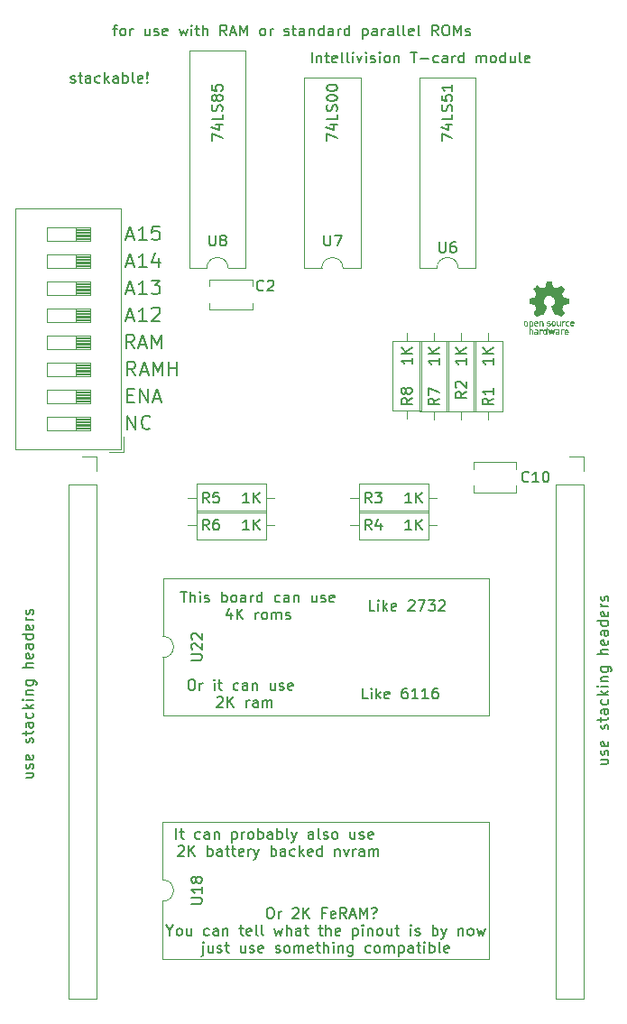
<source format=gto>
G04 #@! TF.GenerationSoftware,KiCad,Pcbnew,(6.0.4)*
G04 #@! TF.CreationDate,2022-12-31T00:25:52-05:00*
G04 #@! TF.ProjectId,intellivision t-card replic,696e7465-6c6c-4697-9669-73696f6e2074,rev?*
G04 #@! TF.SameCoordinates,Original*
G04 #@! TF.FileFunction,Legend,Top*
G04 #@! TF.FilePolarity,Positive*
%FSLAX46Y46*%
G04 Gerber Fmt 4.6, Leading zero omitted, Abs format (unit mm)*
G04 Created by KiCad (PCBNEW (6.0.4)) date 2022-12-31 00:25:52*
%MOMM*%
%LPD*%
G01*
G04 APERTURE LIST*
%ADD10C,0.150000*%
%ADD11C,0.200000*%
%ADD12C,0.120000*%
%ADD13C,1.600000*%
%ADD14O,1.600000X1.600000*%
%ADD15C,3.200000*%
%ADD16R,1.600000X1.600000*%
%ADD17R,1.700000X1.700000*%
%ADD18O,1.700000X1.700000*%
G04 APERTURE END LIST*
D10*
X123317380Y-82367380D02*
X122841190Y-82367380D01*
X122841190Y-81367380D01*
X123650714Y-82367380D02*
X123650714Y-81700714D01*
X123650714Y-81367380D02*
X123603095Y-81415000D01*
X123650714Y-81462619D01*
X123698333Y-81415000D01*
X123650714Y-81367380D01*
X123650714Y-81462619D01*
X124126904Y-82367380D02*
X124126904Y-81367380D01*
X124222142Y-81986428D02*
X124507857Y-82367380D01*
X124507857Y-81700714D02*
X124126904Y-82081666D01*
X125317380Y-82319761D02*
X125222142Y-82367380D01*
X125031666Y-82367380D01*
X124936428Y-82319761D01*
X124888809Y-82224523D01*
X124888809Y-81843571D01*
X124936428Y-81748333D01*
X125031666Y-81700714D01*
X125222142Y-81700714D01*
X125317380Y-81748333D01*
X125365000Y-81843571D01*
X125365000Y-81938809D01*
X124888809Y-82034047D01*
X126984047Y-81367380D02*
X126793571Y-81367380D01*
X126698333Y-81415000D01*
X126650714Y-81462619D01*
X126555476Y-81605476D01*
X126507857Y-81795952D01*
X126507857Y-82176904D01*
X126555476Y-82272142D01*
X126603095Y-82319761D01*
X126698333Y-82367380D01*
X126888809Y-82367380D01*
X126984047Y-82319761D01*
X127031666Y-82272142D01*
X127079285Y-82176904D01*
X127079285Y-81938809D01*
X127031666Y-81843571D01*
X126984047Y-81795952D01*
X126888809Y-81748333D01*
X126698333Y-81748333D01*
X126603095Y-81795952D01*
X126555476Y-81843571D01*
X126507857Y-81938809D01*
X128031666Y-82367380D02*
X127460238Y-82367380D01*
X127745952Y-82367380D02*
X127745952Y-81367380D01*
X127650714Y-81510238D01*
X127555476Y-81605476D01*
X127460238Y-81653095D01*
X128984047Y-82367380D02*
X128412619Y-82367380D01*
X128698333Y-82367380D02*
X128698333Y-81367380D01*
X128603095Y-81510238D01*
X128507857Y-81605476D01*
X128412619Y-81653095D01*
X129841190Y-81367380D02*
X129650714Y-81367380D01*
X129555476Y-81415000D01*
X129507857Y-81462619D01*
X129412619Y-81605476D01*
X129365000Y-81795952D01*
X129365000Y-82176904D01*
X129412619Y-82272142D01*
X129460238Y-82319761D01*
X129555476Y-82367380D01*
X129745952Y-82367380D01*
X129841190Y-82319761D01*
X129888809Y-82272142D01*
X129936428Y-82176904D01*
X129936428Y-81938809D01*
X129888809Y-81843571D01*
X129841190Y-81795952D01*
X129745952Y-81748333D01*
X129555476Y-81748333D01*
X129460238Y-81795952D01*
X129412619Y-81843571D01*
X129365000Y-81938809D01*
D11*
X100707619Y-44031666D02*
X101326666Y-44031666D01*
X100583809Y-44403095D02*
X101017142Y-43103095D01*
X101450476Y-44403095D01*
X102564761Y-44403095D02*
X101821904Y-44403095D01*
X102193333Y-44403095D02*
X102193333Y-43103095D01*
X102069523Y-43288809D01*
X101945714Y-43412619D01*
X101821904Y-43474523D01*
X102998095Y-43103095D02*
X103802857Y-43103095D01*
X103369523Y-43598333D01*
X103555238Y-43598333D01*
X103679047Y-43660238D01*
X103740952Y-43722142D01*
X103802857Y-43845952D01*
X103802857Y-44155476D01*
X103740952Y-44279285D01*
X103679047Y-44341190D01*
X103555238Y-44403095D01*
X103183809Y-44403095D01*
X103060000Y-44341190D01*
X102998095Y-44279285D01*
X100769523Y-53882142D02*
X101202857Y-53882142D01*
X101388571Y-54563095D02*
X100769523Y-54563095D01*
X100769523Y-53263095D01*
X101388571Y-53263095D01*
X101945714Y-54563095D02*
X101945714Y-53263095D01*
X102688571Y-54563095D01*
X102688571Y-53263095D01*
X103245714Y-54191666D02*
X103864761Y-54191666D01*
X103121904Y-54563095D02*
X103555238Y-53263095D01*
X103988571Y-54563095D01*
X100707619Y-38951666D02*
X101326666Y-38951666D01*
X100583809Y-39323095D02*
X101017142Y-38023095D01*
X101450476Y-39323095D01*
X102564761Y-39323095D02*
X101821904Y-39323095D01*
X102193333Y-39323095D02*
X102193333Y-38023095D01*
X102069523Y-38208809D01*
X101945714Y-38332619D01*
X101821904Y-38394523D01*
X103740952Y-38023095D02*
X103121904Y-38023095D01*
X103060000Y-38642142D01*
X103121904Y-38580238D01*
X103245714Y-38518333D01*
X103555238Y-38518333D01*
X103679047Y-38580238D01*
X103740952Y-38642142D01*
X103802857Y-38765952D01*
X103802857Y-39075476D01*
X103740952Y-39199285D01*
X103679047Y-39261190D01*
X103555238Y-39323095D01*
X103245714Y-39323095D01*
X103121904Y-39261190D01*
X103060000Y-39199285D01*
D10*
X95440952Y-24534761D02*
X95536190Y-24582380D01*
X95726666Y-24582380D01*
X95821904Y-24534761D01*
X95869523Y-24439523D01*
X95869523Y-24391904D01*
X95821904Y-24296666D01*
X95726666Y-24249047D01*
X95583809Y-24249047D01*
X95488571Y-24201428D01*
X95440952Y-24106190D01*
X95440952Y-24058571D01*
X95488571Y-23963333D01*
X95583809Y-23915714D01*
X95726666Y-23915714D01*
X95821904Y-23963333D01*
X96155238Y-23915714D02*
X96536190Y-23915714D01*
X96298095Y-23582380D02*
X96298095Y-24439523D01*
X96345714Y-24534761D01*
X96440952Y-24582380D01*
X96536190Y-24582380D01*
X97298095Y-24582380D02*
X97298095Y-24058571D01*
X97250476Y-23963333D01*
X97155238Y-23915714D01*
X96964761Y-23915714D01*
X96869523Y-23963333D01*
X97298095Y-24534761D02*
X97202857Y-24582380D01*
X96964761Y-24582380D01*
X96869523Y-24534761D01*
X96821904Y-24439523D01*
X96821904Y-24344285D01*
X96869523Y-24249047D01*
X96964761Y-24201428D01*
X97202857Y-24201428D01*
X97298095Y-24153809D01*
X98202857Y-24534761D02*
X98107619Y-24582380D01*
X97917142Y-24582380D01*
X97821904Y-24534761D01*
X97774285Y-24487142D01*
X97726666Y-24391904D01*
X97726666Y-24106190D01*
X97774285Y-24010952D01*
X97821904Y-23963333D01*
X97917142Y-23915714D01*
X98107619Y-23915714D01*
X98202857Y-23963333D01*
X98631428Y-24582380D02*
X98631428Y-23582380D01*
X98726666Y-24201428D02*
X99012380Y-24582380D01*
X99012380Y-23915714D02*
X98631428Y-24296666D01*
X99869523Y-24582380D02*
X99869523Y-24058571D01*
X99821904Y-23963333D01*
X99726666Y-23915714D01*
X99536190Y-23915714D01*
X99440952Y-23963333D01*
X99869523Y-24534761D02*
X99774285Y-24582380D01*
X99536190Y-24582380D01*
X99440952Y-24534761D01*
X99393333Y-24439523D01*
X99393333Y-24344285D01*
X99440952Y-24249047D01*
X99536190Y-24201428D01*
X99774285Y-24201428D01*
X99869523Y-24153809D01*
X100345714Y-24582380D02*
X100345714Y-23582380D01*
X100345714Y-23963333D02*
X100440952Y-23915714D01*
X100631428Y-23915714D01*
X100726666Y-23963333D01*
X100774285Y-24010952D01*
X100821904Y-24106190D01*
X100821904Y-24391904D01*
X100774285Y-24487142D01*
X100726666Y-24534761D01*
X100631428Y-24582380D01*
X100440952Y-24582380D01*
X100345714Y-24534761D01*
X101393333Y-24582380D02*
X101298095Y-24534761D01*
X101250476Y-24439523D01*
X101250476Y-23582380D01*
X102155238Y-24534761D02*
X102060000Y-24582380D01*
X101869523Y-24582380D01*
X101774285Y-24534761D01*
X101726666Y-24439523D01*
X101726666Y-24058571D01*
X101774285Y-23963333D01*
X101869523Y-23915714D01*
X102060000Y-23915714D01*
X102155238Y-23963333D01*
X102202857Y-24058571D01*
X102202857Y-24153809D01*
X101726666Y-24249047D01*
X102631428Y-24487142D02*
X102679047Y-24534761D01*
X102631428Y-24582380D01*
X102583809Y-24534761D01*
X102631428Y-24487142D01*
X102631428Y-24582380D01*
X102631428Y-24201428D02*
X102583809Y-23630000D01*
X102631428Y-23582380D01*
X102679047Y-23630000D01*
X102631428Y-24201428D01*
X102631428Y-23582380D01*
X123952380Y-74112380D02*
X123476190Y-74112380D01*
X123476190Y-73112380D01*
X124285714Y-74112380D02*
X124285714Y-73445714D01*
X124285714Y-73112380D02*
X124238095Y-73160000D01*
X124285714Y-73207619D01*
X124333333Y-73160000D01*
X124285714Y-73112380D01*
X124285714Y-73207619D01*
X124761904Y-74112380D02*
X124761904Y-73112380D01*
X124857142Y-73731428D02*
X125142857Y-74112380D01*
X125142857Y-73445714D02*
X124761904Y-73826666D01*
X125952380Y-74064761D02*
X125857142Y-74112380D01*
X125666666Y-74112380D01*
X125571428Y-74064761D01*
X125523809Y-73969523D01*
X125523809Y-73588571D01*
X125571428Y-73493333D01*
X125666666Y-73445714D01*
X125857142Y-73445714D01*
X125952380Y-73493333D01*
X126000000Y-73588571D01*
X126000000Y-73683809D01*
X125523809Y-73779047D01*
X127142857Y-73207619D02*
X127190476Y-73160000D01*
X127285714Y-73112380D01*
X127523809Y-73112380D01*
X127619047Y-73160000D01*
X127666666Y-73207619D01*
X127714285Y-73302857D01*
X127714285Y-73398095D01*
X127666666Y-73540952D01*
X127095238Y-74112380D01*
X127714285Y-74112380D01*
X128047619Y-73112380D02*
X128714285Y-73112380D01*
X128285714Y-74112380D01*
X129000000Y-73112380D02*
X129619047Y-73112380D01*
X129285714Y-73493333D01*
X129428571Y-73493333D01*
X129523809Y-73540952D01*
X129571428Y-73588571D01*
X129619047Y-73683809D01*
X129619047Y-73921904D01*
X129571428Y-74017142D01*
X129523809Y-74064761D01*
X129428571Y-74112380D01*
X129142857Y-74112380D01*
X129047619Y-74064761D01*
X129000000Y-74017142D01*
X130000000Y-73207619D02*
X130047619Y-73160000D01*
X130142857Y-73112380D01*
X130380952Y-73112380D01*
X130476190Y-73160000D01*
X130523809Y-73207619D01*
X130571428Y-73302857D01*
X130571428Y-73398095D01*
X130523809Y-73540952D01*
X129952380Y-74112380D01*
X130571428Y-74112380D01*
D11*
X100707619Y-41491666D02*
X101326666Y-41491666D01*
X100583809Y-41863095D02*
X101017142Y-40563095D01*
X101450476Y-41863095D01*
X102564761Y-41863095D02*
X101821904Y-41863095D01*
X102193333Y-41863095D02*
X102193333Y-40563095D01*
X102069523Y-40748809D01*
X101945714Y-40872619D01*
X101821904Y-40934523D01*
X103679047Y-40996428D02*
X103679047Y-41863095D01*
X103369523Y-40501190D02*
X103060000Y-41429761D01*
X103864761Y-41429761D01*
D10*
X106688571Y-80562380D02*
X106879047Y-80562380D01*
X106974285Y-80610000D01*
X107069523Y-80705238D01*
X107117142Y-80895714D01*
X107117142Y-81229047D01*
X107069523Y-81419523D01*
X106974285Y-81514761D01*
X106879047Y-81562380D01*
X106688571Y-81562380D01*
X106593333Y-81514761D01*
X106498095Y-81419523D01*
X106450476Y-81229047D01*
X106450476Y-80895714D01*
X106498095Y-80705238D01*
X106593333Y-80610000D01*
X106688571Y-80562380D01*
X107545714Y-81562380D02*
X107545714Y-80895714D01*
X107545714Y-81086190D02*
X107593333Y-80990952D01*
X107640952Y-80943333D01*
X107736190Y-80895714D01*
X107831428Y-80895714D01*
X108926666Y-81562380D02*
X108926666Y-80895714D01*
X108926666Y-80562380D02*
X108879047Y-80610000D01*
X108926666Y-80657619D01*
X108974285Y-80610000D01*
X108926666Y-80562380D01*
X108926666Y-80657619D01*
X109260000Y-80895714D02*
X109640952Y-80895714D01*
X109402857Y-80562380D02*
X109402857Y-81419523D01*
X109450476Y-81514761D01*
X109545714Y-81562380D01*
X109640952Y-81562380D01*
X111164761Y-81514761D02*
X111069523Y-81562380D01*
X110879047Y-81562380D01*
X110783809Y-81514761D01*
X110736190Y-81467142D01*
X110688571Y-81371904D01*
X110688571Y-81086190D01*
X110736190Y-80990952D01*
X110783809Y-80943333D01*
X110879047Y-80895714D01*
X111069523Y-80895714D01*
X111164761Y-80943333D01*
X112021904Y-81562380D02*
X112021904Y-81038571D01*
X111974285Y-80943333D01*
X111879047Y-80895714D01*
X111688571Y-80895714D01*
X111593333Y-80943333D01*
X112021904Y-81514761D02*
X111926666Y-81562380D01*
X111688571Y-81562380D01*
X111593333Y-81514761D01*
X111545714Y-81419523D01*
X111545714Y-81324285D01*
X111593333Y-81229047D01*
X111688571Y-81181428D01*
X111926666Y-81181428D01*
X112021904Y-81133809D01*
X112498095Y-80895714D02*
X112498095Y-81562380D01*
X112498095Y-80990952D02*
X112545714Y-80943333D01*
X112640952Y-80895714D01*
X112783809Y-80895714D01*
X112879047Y-80943333D01*
X112926666Y-81038571D01*
X112926666Y-81562380D01*
X114593333Y-80895714D02*
X114593333Y-81562380D01*
X114164761Y-80895714D02*
X114164761Y-81419523D01*
X114212380Y-81514761D01*
X114307619Y-81562380D01*
X114450476Y-81562380D01*
X114545714Y-81514761D01*
X114593333Y-81467142D01*
X115021904Y-81514761D02*
X115117142Y-81562380D01*
X115307619Y-81562380D01*
X115402857Y-81514761D01*
X115450476Y-81419523D01*
X115450476Y-81371904D01*
X115402857Y-81276666D01*
X115307619Y-81229047D01*
X115164761Y-81229047D01*
X115069523Y-81181428D01*
X115021904Y-81086190D01*
X115021904Y-81038571D01*
X115069523Y-80943333D01*
X115164761Y-80895714D01*
X115307619Y-80895714D01*
X115402857Y-80943333D01*
X116260000Y-81514761D02*
X116164761Y-81562380D01*
X115974285Y-81562380D01*
X115879047Y-81514761D01*
X115831428Y-81419523D01*
X115831428Y-81038571D01*
X115879047Y-80943333D01*
X115974285Y-80895714D01*
X116164761Y-80895714D01*
X116260000Y-80943333D01*
X116307619Y-81038571D01*
X116307619Y-81133809D01*
X115831428Y-81229047D01*
X109164761Y-82267619D02*
X109212380Y-82220000D01*
X109307619Y-82172380D01*
X109545714Y-82172380D01*
X109640952Y-82220000D01*
X109688571Y-82267619D01*
X109736190Y-82362857D01*
X109736190Y-82458095D01*
X109688571Y-82600952D01*
X109117142Y-83172380D01*
X109736190Y-83172380D01*
X110164761Y-83172380D02*
X110164761Y-82172380D01*
X110736190Y-83172380D02*
X110307619Y-82600952D01*
X110736190Y-82172380D02*
X110164761Y-82743809D01*
X111926666Y-83172380D02*
X111926666Y-82505714D01*
X111926666Y-82696190D02*
X111974285Y-82600952D01*
X112021904Y-82553333D01*
X112117142Y-82505714D01*
X112212380Y-82505714D01*
X112974285Y-83172380D02*
X112974285Y-82648571D01*
X112926666Y-82553333D01*
X112831428Y-82505714D01*
X112640952Y-82505714D01*
X112545714Y-82553333D01*
X112974285Y-83124761D02*
X112879047Y-83172380D01*
X112640952Y-83172380D01*
X112545714Y-83124761D01*
X112498095Y-83029523D01*
X112498095Y-82934285D01*
X112545714Y-82839047D01*
X112640952Y-82791428D01*
X112879047Y-82791428D01*
X112974285Y-82743809D01*
X113450476Y-83172380D02*
X113450476Y-82505714D01*
X113450476Y-82600952D02*
X113498095Y-82553333D01*
X113593333Y-82505714D01*
X113736190Y-82505714D01*
X113831428Y-82553333D01*
X113879047Y-82648571D01*
X113879047Y-83172380D01*
X113879047Y-82648571D02*
X113926666Y-82553333D01*
X114021904Y-82505714D01*
X114164761Y-82505714D01*
X114260000Y-82553333D01*
X114307619Y-82648571D01*
X114307619Y-83172380D01*
X99395476Y-19470714D02*
X99776428Y-19470714D01*
X99538333Y-20137380D02*
X99538333Y-19280238D01*
X99585952Y-19185000D01*
X99681190Y-19137380D01*
X99776428Y-19137380D01*
X100252619Y-20137380D02*
X100157380Y-20089761D01*
X100109761Y-20042142D01*
X100062142Y-19946904D01*
X100062142Y-19661190D01*
X100109761Y-19565952D01*
X100157380Y-19518333D01*
X100252619Y-19470714D01*
X100395476Y-19470714D01*
X100490714Y-19518333D01*
X100538333Y-19565952D01*
X100585952Y-19661190D01*
X100585952Y-19946904D01*
X100538333Y-20042142D01*
X100490714Y-20089761D01*
X100395476Y-20137380D01*
X100252619Y-20137380D01*
X101014523Y-20137380D02*
X101014523Y-19470714D01*
X101014523Y-19661190D02*
X101062142Y-19565952D01*
X101109761Y-19518333D01*
X101205000Y-19470714D01*
X101300238Y-19470714D01*
X102824047Y-19470714D02*
X102824047Y-20137380D01*
X102395476Y-19470714D02*
X102395476Y-19994523D01*
X102443095Y-20089761D01*
X102538333Y-20137380D01*
X102681190Y-20137380D01*
X102776428Y-20089761D01*
X102824047Y-20042142D01*
X103252619Y-20089761D02*
X103347857Y-20137380D01*
X103538333Y-20137380D01*
X103633571Y-20089761D01*
X103681190Y-19994523D01*
X103681190Y-19946904D01*
X103633571Y-19851666D01*
X103538333Y-19804047D01*
X103395476Y-19804047D01*
X103300238Y-19756428D01*
X103252619Y-19661190D01*
X103252619Y-19613571D01*
X103300238Y-19518333D01*
X103395476Y-19470714D01*
X103538333Y-19470714D01*
X103633571Y-19518333D01*
X104490714Y-20089761D02*
X104395476Y-20137380D01*
X104205000Y-20137380D01*
X104109761Y-20089761D01*
X104062142Y-19994523D01*
X104062142Y-19613571D01*
X104109761Y-19518333D01*
X104205000Y-19470714D01*
X104395476Y-19470714D01*
X104490714Y-19518333D01*
X104538333Y-19613571D01*
X104538333Y-19708809D01*
X104062142Y-19804047D01*
X105633571Y-19470714D02*
X105824047Y-20137380D01*
X106014523Y-19661190D01*
X106205000Y-20137380D01*
X106395476Y-19470714D01*
X106776428Y-20137380D02*
X106776428Y-19470714D01*
X106776428Y-19137380D02*
X106728809Y-19185000D01*
X106776428Y-19232619D01*
X106824047Y-19185000D01*
X106776428Y-19137380D01*
X106776428Y-19232619D01*
X107109761Y-19470714D02*
X107490714Y-19470714D01*
X107252619Y-19137380D02*
X107252619Y-19994523D01*
X107300238Y-20089761D01*
X107395476Y-20137380D01*
X107490714Y-20137380D01*
X107824047Y-20137380D02*
X107824047Y-19137380D01*
X108252619Y-20137380D02*
X108252619Y-19613571D01*
X108205000Y-19518333D01*
X108109761Y-19470714D01*
X107966904Y-19470714D01*
X107871666Y-19518333D01*
X107824047Y-19565952D01*
X110062142Y-20137380D02*
X109728809Y-19661190D01*
X109490714Y-20137380D02*
X109490714Y-19137380D01*
X109871666Y-19137380D01*
X109966904Y-19185000D01*
X110014523Y-19232619D01*
X110062142Y-19327857D01*
X110062142Y-19470714D01*
X110014523Y-19565952D01*
X109966904Y-19613571D01*
X109871666Y-19661190D01*
X109490714Y-19661190D01*
X110443095Y-19851666D02*
X110919285Y-19851666D01*
X110347857Y-20137380D02*
X110681190Y-19137380D01*
X111014523Y-20137380D01*
X111347857Y-20137380D02*
X111347857Y-19137380D01*
X111681190Y-19851666D01*
X112014523Y-19137380D01*
X112014523Y-20137380D01*
X113395476Y-20137380D02*
X113300238Y-20089761D01*
X113252619Y-20042142D01*
X113205000Y-19946904D01*
X113205000Y-19661190D01*
X113252619Y-19565952D01*
X113300238Y-19518333D01*
X113395476Y-19470714D01*
X113538333Y-19470714D01*
X113633571Y-19518333D01*
X113681190Y-19565952D01*
X113728809Y-19661190D01*
X113728809Y-19946904D01*
X113681190Y-20042142D01*
X113633571Y-20089761D01*
X113538333Y-20137380D01*
X113395476Y-20137380D01*
X114157380Y-20137380D02*
X114157380Y-19470714D01*
X114157380Y-19661190D02*
X114205000Y-19565952D01*
X114252619Y-19518333D01*
X114347857Y-19470714D01*
X114443095Y-19470714D01*
X115490714Y-20089761D02*
X115585952Y-20137380D01*
X115776428Y-20137380D01*
X115871666Y-20089761D01*
X115919285Y-19994523D01*
X115919285Y-19946904D01*
X115871666Y-19851666D01*
X115776428Y-19804047D01*
X115633571Y-19804047D01*
X115538333Y-19756428D01*
X115490714Y-19661190D01*
X115490714Y-19613571D01*
X115538333Y-19518333D01*
X115633571Y-19470714D01*
X115776428Y-19470714D01*
X115871666Y-19518333D01*
X116205000Y-19470714D02*
X116585952Y-19470714D01*
X116347857Y-19137380D02*
X116347857Y-19994523D01*
X116395476Y-20089761D01*
X116490714Y-20137380D01*
X116585952Y-20137380D01*
X117347857Y-20137380D02*
X117347857Y-19613571D01*
X117300238Y-19518333D01*
X117204999Y-19470714D01*
X117014523Y-19470714D01*
X116919285Y-19518333D01*
X117347857Y-20089761D02*
X117252619Y-20137380D01*
X117014523Y-20137380D01*
X116919285Y-20089761D01*
X116871666Y-19994523D01*
X116871666Y-19899285D01*
X116919285Y-19804047D01*
X117014523Y-19756428D01*
X117252619Y-19756428D01*
X117347857Y-19708809D01*
X117824047Y-19470714D02*
X117824047Y-20137380D01*
X117824047Y-19565952D02*
X117871666Y-19518333D01*
X117966904Y-19470714D01*
X118109761Y-19470714D01*
X118204999Y-19518333D01*
X118252619Y-19613571D01*
X118252619Y-20137380D01*
X119157380Y-20137380D02*
X119157380Y-19137380D01*
X119157380Y-20089761D02*
X119062142Y-20137380D01*
X118871666Y-20137380D01*
X118776428Y-20089761D01*
X118728809Y-20042142D01*
X118681190Y-19946904D01*
X118681190Y-19661190D01*
X118728809Y-19565952D01*
X118776428Y-19518333D01*
X118871666Y-19470714D01*
X119062142Y-19470714D01*
X119157380Y-19518333D01*
X120062142Y-20137380D02*
X120062142Y-19613571D01*
X120014523Y-19518333D01*
X119919285Y-19470714D01*
X119728809Y-19470714D01*
X119633571Y-19518333D01*
X120062142Y-20089761D02*
X119966904Y-20137380D01*
X119728809Y-20137380D01*
X119633571Y-20089761D01*
X119585952Y-19994523D01*
X119585952Y-19899285D01*
X119633571Y-19804047D01*
X119728809Y-19756428D01*
X119966904Y-19756428D01*
X120062142Y-19708809D01*
X120538333Y-20137380D02*
X120538333Y-19470714D01*
X120538333Y-19661190D02*
X120585952Y-19565952D01*
X120633571Y-19518333D01*
X120728809Y-19470714D01*
X120824047Y-19470714D01*
X121585952Y-20137380D02*
X121585952Y-19137380D01*
X121585952Y-20089761D02*
X121490714Y-20137380D01*
X121300238Y-20137380D01*
X121204999Y-20089761D01*
X121157380Y-20042142D01*
X121109761Y-19946904D01*
X121109761Y-19661190D01*
X121157380Y-19565952D01*
X121204999Y-19518333D01*
X121300238Y-19470714D01*
X121490714Y-19470714D01*
X121585952Y-19518333D01*
X122824047Y-19470714D02*
X122824047Y-20470714D01*
X122824047Y-19518333D02*
X122919285Y-19470714D01*
X123109761Y-19470714D01*
X123204999Y-19518333D01*
X123252619Y-19565952D01*
X123300238Y-19661190D01*
X123300238Y-19946904D01*
X123252619Y-20042142D01*
X123204999Y-20089761D01*
X123109761Y-20137380D01*
X122919285Y-20137380D01*
X122824047Y-20089761D01*
X124157380Y-20137380D02*
X124157380Y-19613571D01*
X124109761Y-19518333D01*
X124014523Y-19470714D01*
X123824047Y-19470714D01*
X123728809Y-19518333D01*
X124157380Y-20089761D02*
X124062142Y-20137380D01*
X123824047Y-20137380D01*
X123728809Y-20089761D01*
X123681190Y-19994523D01*
X123681190Y-19899285D01*
X123728809Y-19804047D01*
X123824047Y-19756428D01*
X124062142Y-19756428D01*
X124157380Y-19708809D01*
X124633571Y-20137380D02*
X124633571Y-19470714D01*
X124633571Y-19661190D02*
X124681190Y-19565952D01*
X124728809Y-19518333D01*
X124824047Y-19470714D01*
X124919285Y-19470714D01*
X125681190Y-20137380D02*
X125681190Y-19613571D01*
X125633571Y-19518333D01*
X125538333Y-19470714D01*
X125347857Y-19470714D01*
X125252619Y-19518333D01*
X125681190Y-20089761D02*
X125585952Y-20137380D01*
X125347857Y-20137380D01*
X125252619Y-20089761D01*
X125204999Y-19994523D01*
X125204999Y-19899285D01*
X125252619Y-19804047D01*
X125347857Y-19756428D01*
X125585952Y-19756428D01*
X125681190Y-19708809D01*
X126300238Y-20137380D02*
X126204999Y-20089761D01*
X126157380Y-19994523D01*
X126157380Y-19137380D01*
X126824047Y-20137380D02*
X126728809Y-20089761D01*
X126681190Y-19994523D01*
X126681190Y-19137380D01*
X127585952Y-20089761D02*
X127490714Y-20137380D01*
X127300238Y-20137380D01*
X127204999Y-20089761D01*
X127157380Y-19994523D01*
X127157380Y-19613571D01*
X127204999Y-19518333D01*
X127300238Y-19470714D01*
X127490714Y-19470714D01*
X127585952Y-19518333D01*
X127633571Y-19613571D01*
X127633571Y-19708809D01*
X127157380Y-19804047D01*
X128204999Y-20137380D02*
X128109761Y-20089761D01*
X128062142Y-19994523D01*
X128062142Y-19137380D01*
X129919285Y-20137380D02*
X129585952Y-19661190D01*
X129347857Y-20137380D02*
X129347857Y-19137380D01*
X129728809Y-19137380D01*
X129824047Y-19185000D01*
X129871666Y-19232619D01*
X129919285Y-19327857D01*
X129919285Y-19470714D01*
X129871666Y-19565952D01*
X129824047Y-19613571D01*
X129728809Y-19661190D01*
X129347857Y-19661190D01*
X130538333Y-19137380D02*
X130728809Y-19137380D01*
X130824047Y-19185000D01*
X130919285Y-19280238D01*
X130966904Y-19470714D01*
X130966904Y-19804047D01*
X130919285Y-19994523D01*
X130824047Y-20089761D01*
X130728809Y-20137380D01*
X130538333Y-20137380D01*
X130443095Y-20089761D01*
X130347857Y-19994523D01*
X130300238Y-19804047D01*
X130300238Y-19470714D01*
X130347857Y-19280238D01*
X130443095Y-19185000D01*
X130538333Y-19137380D01*
X131395476Y-20137380D02*
X131395476Y-19137380D01*
X131728809Y-19851666D01*
X132062142Y-19137380D01*
X132062142Y-20137380D01*
X132490714Y-20089761D02*
X132585952Y-20137380D01*
X132776428Y-20137380D01*
X132871666Y-20089761D01*
X132919285Y-19994523D01*
X132919285Y-19946904D01*
X132871666Y-19851666D01*
X132776428Y-19804047D01*
X132633571Y-19804047D01*
X132538333Y-19756428D01*
X132490714Y-19661190D01*
X132490714Y-19613571D01*
X132538333Y-19518333D01*
X132633571Y-19470714D01*
X132776428Y-19470714D01*
X132871666Y-19518333D01*
D11*
X100707619Y-46571666D02*
X101326666Y-46571666D01*
X100583809Y-46943095D02*
X101017142Y-45643095D01*
X101450476Y-46943095D01*
X102564761Y-46943095D02*
X101821904Y-46943095D01*
X102193333Y-46943095D02*
X102193333Y-45643095D01*
X102069523Y-45828809D01*
X101945714Y-45952619D01*
X101821904Y-46014523D01*
X103060000Y-45766904D02*
X103121904Y-45705000D01*
X103245714Y-45643095D01*
X103555238Y-45643095D01*
X103679047Y-45705000D01*
X103740952Y-45766904D01*
X103802857Y-45890714D01*
X103802857Y-46014523D01*
X103740952Y-46200238D01*
X102998095Y-46943095D01*
X103802857Y-46943095D01*
D10*
X114065476Y-101982380D02*
X114255952Y-101982380D01*
X114351190Y-102030000D01*
X114446428Y-102125238D01*
X114494047Y-102315714D01*
X114494047Y-102649047D01*
X114446428Y-102839523D01*
X114351190Y-102934761D01*
X114255952Y-102982380D01*
X114065476Y-102982380D01*
X113970238Y-102934761D01*
X113875000Y-102839523D01*
X113827380Y-102649047D01*
X113827380Y-102315714D01*
X113875000Y-102125238D01*
X113970238Y-102030000D01*
X114065476Y-101982380D01*
X114922619Y-102982380D02*
X114922619Y-102315714D01*
X114922619Y-102506190D02*
X114970238Y-102410952D01*
X115017857Y-102363333D01*
X115113095Y-102315714D01*
X115208333Y-102315714D01*
X116255952Y-102077619D02*
X116303571Y-102030000D01*
X116398809Y-101982380D01*
X116636904Y-101982380D01*
X116732142Y-102030000D01*
X116779761Y-102077619D01*
X116827380Y-102172857D01*
X116827380Y-102268095D01*
X116779761Y-102410952D01*
X116208333Y-102982380D01*
X116827380Y-102982380D01*
X117255952Y-102982380D02*
X117255952Y-101982380D01*
X117827380Y-102982380D02*
X117398809Y-102410952D01*
X117827380Y-101982380D02*
X117255952Y-102553809D01*
X119351190Y-102458571D02*
X119017857Y-102458571D01*
X119017857Y-102982380D02*
X119017857Y-101982380D01*
X119494047Y-101982380D01*
X120255952Y-102934761D02*
X120160714Y-102982380D01*
X119970238Y-102982380D01*
X119875000Y-102934761D01*
X119827380Y-102839523D01*
X119827380Y-102458571D01*
X119875000Y-102363333D01*
X119970238Y-102315714D01*
X120160714Y-102315714D01*
X120255952Y-102363333D01*
X120303571Y-102458571D01*
X120303571Y-102553809D01*
X119827380Y-102649047D01*
X121303571Y-102982380D02*
X120970238Y-102506190D01*
X120732142Y-102982380D02*
X120732142Y-101982380D01*
X121113095Y-101982380D01*
X121208333Y-102030000D01*
X121255952Y-102077619D01*
X121303571Y-102172857D01*
X121303571Y-102315714D01*
X121255952Y-102410952D01*
X121208333Y-102458571D01*
X121113095Y-102506190D01*
X120732142Y-102506190D01*
X121684523Y-102696666D02*
X122160714Y-102696666D01*
X121589285Y-102982380D02*
X121922619Y-101982380D01*
X122255952Y-102982380D01*
X122589285Y-102982380D02*
X122589285Y-101982380D01*
X122922619Y-102696666D01*
X123255952Y-101982380D01*
X123255952Y-102982380D01*
X123875000Y-102887142D02*
X123922619Y-102934761D01*
X123875000Y-102982380D01*
X123827380Y-102934761D01*
X123875000Y-102887142D01*
X123875000Y-102982380D01*
X123684523Y-102030000D02*
X123779761Y-101982380D01*
X124017857Y-101982380D01*
X124113095Y-102030000D01*
X124160714Y-102125238D01*
X124160714Y-102220476D01*
X124113095Y-102315714D01*
X124065476Y-102363333D01*
X123970238Y-102410952D01*
X123922619Y-102458571D01*
X123875000Y-102553809D01*
X123875000Y-102601428D01*
X104732142Y-104116190D02*
X104732142Y-104592380D01*
X104398809Y-103592380D02*
X104732142Y-104116190D01*
X105065476Y-103592380D01*
X105541666Y-104592380D02*
X105446428Y-104544761D01*
X105398809Y-104497142D01*
X105351190Y-104401904D01*
X105351190Y-104116190D01*
X105398809Y-104020952D01*
X105446428Y-103973333D01*
X105541666Y-103925714D01*
X105684523Y-103925714D01*
X105779761Y-103973333D01*
X105827380Y-104020952D01*
X105875000Y-104116190D01*
X105875000Y-104401904D01*
X105827380Y-104497142D01*
X105779761Y-104544761D01*
X105684523Y-104592380D01*
X105541666Y-104592380D01*
X106732142Y-103925714D02*
X106732142Y-104592380D01*
X106303571Y-103925714D02*
X106303571Y-104449523D01*
X106351190Y-104544761D01*
X106446428Y-104592380D01*
X106589285Y-104592380D01*
X106684523Y-104544761D01*
X106732142Y-104497142D01*
X108398809Y-104544761D02*
X108303571Y-104592380D01*
X108113095Y-104592380D01*
X108017857Y-104544761D01*
X107970238Y-104497142D01*
X107922619Y-104401904D01*
X107922619Y-104116190D01*
X107970238Y-104020952D01*
X108017857Y-103973333D01*
X108113095Y-103925714D01*
X108303571Y-103925714D01*
X108398809Y-103973333D01*
X109255952Y-104592380D02*
X109255952Y-104068571D01*
X109208333Y-103973333D01*
X109113095Y-103925714D01*
X108922619Y-103925714D01*
X108827380Y-103973333D01*
X109255952Y-104544761D02*
X109160714Y-104592380D01*
X108922619Y-104592380D01*
X108827380Y-104544761D01*
X108779761Y-104449523D01*
X108779761Y-104354285D01*
X108827380Y-104259047D01*
X108922619Y-104211428D01*
X109160714Y-104211428D01*
X109255952Y-104163809D01*
X109732142Y-103925714D02*
X109732142Y-104592380D01*
X109732142Y-104020952D02*
X109779761Y-103973333D01*
X109875000Y-103925714D01*
X110017857Y-103925714D01*
X110113095Y-103973333D01*
X110160714Y-104068571D01*
X110160714Y-104592380D01*
X111255952Y-103925714D02*
X111636904Y-103925714D01*
X111398809Y-103592380D02*
X111398809Y-104449523D01*
X111446428Y-104544761D01*
X111541666Y-104592380D01*
X111636904Y-104592380D01*
X112351190Y-104544761D02*
X112255952Y-104592380D01*
X112065476Y-104592380D01*
X111970238Y-104544761D01*
X111922619Y-104449523D01*
X111922619Y-104068571D01*
X111970238Y-103973333D01*
X112065476Y-103925714D01*
X112255952Y-103925714D01*
X112351190Y-103973333D01*
X112398809Y-104068571D01*
X112398809Y-104163809D01*
X111922619Y-104259047D01*
X112970238Y-104592380D02*
X112875000Y-104544761D01*
X112827380Y-104449523D01*
X112827380Y-103592380D01*
X113494047Y-104592380D02*
X113398809Y-104544761D01*
X113351190Y-104449523D01*
X113351190Y-103592380D01*
X114541666Y-103925714D02*
X114732142Y-104592380D01*
X114922619Y-104116190D01*
X115113095Y-104592380D01*
X115303571Y-103925714D01*
X115684523Y-104592380D02*
X115684523Y-103592380D01*
X116113095Y-104592380D02*
X116113095Y-104068571D01*
X116065476Y-103973333D01*
X115970238Y-103925714D01*
X115827380Y-103925714D01*
X115732142Y-103973333D01*
X115684523Y-104020952D01*
X117017857Y-104592380D02*
X117017857Y-104068571D01*
X116970238Y-103973333D01*
X116875000Y-103925714D01*
X116684523Y-103925714D01*
X116589285Y-103973333D01*
X117017857Y-104544761D02*
X116922619Y-104592380D01*
X116684523Y-104592380D01*
X116589285Y-104544761D01*
X116541666Y-104449523D01*
X116541666Y-104354285D01*
X116589285Y-104259047D01*
X116684523Y-104211428D01*
X116922619Y-104211428D01*
X117017857Y-104163809D01*
X117351190Y-103925714D02*
X117732142Y-103925714D01*
X117494047Y-103592380D02*
X117494047Y-104449523D01*
X117541666Y-104544761D01*
X117636904Y-104592380D01*
X117732142Y-104592380D01*
X118684523Y-103925714D02*
X119065476Y-103925714D01*
X118827380Y-103592380D02*
X118827380Y-104449523D01*
X118875000Y-104544761D01*
X118970238Y-104592380D01*
X119065476Y-104592380D01*
X119398809Y-104592380D02*
X119398809Y-103592380D01*
X119827380Y-104592380D02*
X119827380Y-104068571D01*
X119779761Y-103973333D01*
X119684523Y-103925714D01*
X119541666Y-103925714D01*
X119446428Y-103973333D01*
X119398809Y-104020952D01*
X120684523Y-104544761D02*
X120589285Y-104592380D01*
X120398809Y-104592380D01*
X120303571Y-104544761D01*
X120255952Y-104449523D01*
X120255952Y-104068571D01*
X120303571Y-103973333D01*
X120398809Y-103925714D01*
X120589285Y-103925714D01*
X120684523Y-103973333D01*
X120732142Y-104068571D01*
X120732142Y-104163809D01*
X120255952Y-104259047D01*
X121922619Y-103925714D02*
X121922619Y-104925714D01*
X121922619Y-103973333D02*
X122017857Y-103925714D01*
X122208333Y-103925714D01*
X122303571Y-103973333D01*
X122351190Y-104020952D01*
X122398809Y-104116190D01*
X122398809Y-104401904D01*
X122351190Y-104497142D01*
X122303571Y-104544761D01*
X122208333Y-104592380D01*
X122017857Y-104592380D01*
X121922619Y-104544761D01*
X122827380Y-104592380D02*
X122827380Y-103925714D01*
X122827380Y-103592380D02*
X122779761Y-103640000D01*
X122827380Y-103687619D01*
X122875000Y-103640000D01*
X122827380Y-103592380D01*
X122827380Y-103687619D01*
X123303571Y-103925714D02*
X123303571Y-104592380D01*
X123303571Y-104020952D02*
X123351190Y-103973333D01*
X123446428Y-103925714D01*
X123589285Y-103925714D01*
X123684523Y-103973333D01*
X123732142Y-104068571D01*
X123732142Y-104592380D01*
X124351190Y-104592380D02*
X124255952Y-104544761D01*
X124208333Y-104497142D01*
X124160714Y-104401904D01*
X124160714Y-104116190D01*
X124208333Y-104020952D01*
X124255952Y-103973333D01*
X124351190Y-103925714D01*
X124494047Y-103925714D01*
X124589285Y-103973333D01*
X124636904Y-104020952D01*
X124684523Y-104116190D01*
X124684523Y-104401904D01*
X124636904Y-104497142D01*
X124589285Y-104544761D01*
X124494047Y-104592380D01*
X124351190Y-104592380D01*
X125541666Y-103925714D02*
X125541666Y-104592380D01*
X125113095Y-103925714D02*
X125113095Y-104449523D01*
X125160714Y-104544761D01*
X125255952Y-104592380D01*
X125398809Y-104592380D01*
X125494047Y-104544761D01*
X125541666Y-104497142D01*
X125875000Y-103925714D02*
X126255952Y-103925714D01*
X126017857Y-103592380D02*
X126017857Y-104449523D01*
X126065476Y-104544761D01*
X126160714Y-104592380D01*
X126255952Y-104592380D01*
X127351190Y-104592380D02*
X127351190Y-103925714D01*
X127351190Y-103592380D02*
X127303571Y-103640000D01*
X127351190Y-103687619D01*
X127398809Y-103640000D01*
X127351190Y-103592380D01*
X127351190Y-103687619D01*
X127779761Y-104544761D02*
X127875000Y-104592380D01*
X128065476Y-104592380D01*
X128160714Y-104544761D01*
X128208333Y-104449523D01*
X128208333Y-104401904D01*
X128160714Y-104306666D01*
X128065476Y-104259047D01*
X127922619Y-104259047D01*
X127827380Y-104211428D01*
X127779761Y-104116190D01*
X127779761Y-104068571D01*
X127827380Y-103973333D01*
X127922619Y-103925714D01*
X128065476Y-103925714D01*
X128160714Y-103973333D01*
X129398809Y-104592380D02*
X129398809Y-103592380D01*
X129398809Y-103973333D02*
X129494047Y-103925714D01*
X129684523Y-103925714D01*
X129779761Y-103973333D01*
X129827380Y-104020952D01*
X129875000Y-104116190D01*
X129875000Y-104401904D01*
X129827380Y-104497142D01*
X129779761Y-104544761D01*
X129684523Y-104592380D01*
X129494047Y-104592380D01*
X129398809Y-104544761D01*
X130208333Y-103925714D02*
X130446428Y-104592380D01*
X130684523Y-103925714D02*
X130446428Y-104592380D01*
X130351190Y-104830476D01*
X130303571Y-104878095D01*
X130208333Y-104925714D01*
X131827380Y-103925714D02*
X131827380Y-104592380D01*
X131827380Y-104020952D02*
X131875000Y-103973333D01*
X131970238Y-103925714D01*
X132113095Y-103925714D01*
X132208333Y-103973333D01*
X132255952Y-104068571D01*
X132255952Y-104592380D01*
X132874999Y-104592380D02*
X132779761Y-104544761D01*
X132732142Y-104497142D01*
X132684523Y-104401904D01*
X132684523Y-104116190D01*
X132732142Y-104020952D01*
X132779761Y-103973333D01*
X132874999Y-103925714D01*
X133017857Y-103925714D01*
X133113095Y-103973333D01*
X133160714Y-104020952D01*
X133208333Y-104116190D01*
X133208333Y-104401904D01*
X133160714Y-104497142D01*
X133113095Y-104544761D01*
X133017857Y-104592380D01*
X132874999Y-104592380D01*
X133541666Y-103925714D02*
X133732142Y-104592380D01*
X133922619Y-104116190D01*
X134113095Y-104592380D01*
X134303571Y-103925714D01*
X107851190Y-105535714D02*
X107851190Y-106392857D01*
X107803571Y-106488095D01*
X107708333Y-106535714D01*
X107660714Y-106535714D01*
X107851190Y-105202380D02*
X107803571Y-105250000D01*
X107851190Y-105297619D01*
X107898809Y-105250000D01*
X107851190Y-105202380D01*
X107851190Y-105297619D01*
X108755952Y-105535714D02*
X108755952Y-106202380D01*
X108327380Y-105535714D02*
X108327380Y-106059523D01*
X108375000Y-106154761D01*
X108470238Y-106202380D01*
X108613095Y-106202380D01*
X108708333Y-106154761D01*
X108755952Y-106107142D01*
X109184523Y-106154761D02*
X109279761Y-106202380D01*
X109470238Y-106202380D01*
X109565476Y-106154761D01*
X109613095Y-106059523D01*
X109613095Y-106011904D01*
X109565476Y-105916666D01*
X109470238Y-105869047D01*
X109327380Y-105869047D01*
X109232142Y-105821428D01*
X109184523Y-105726190D01*
X109184523Y-105678571D01*
X109232142Y-105583333D01*
X109327380Y-105535714D01*
X109470238Y-105535714D01*
X109565476Y-105583333D01*
X109898809Y-105535714D02*
X110279761Y-105535714D01*
X110041666Y-105202380D02*
X110041666Y-106059523D01*
X110089285Y-106154761D01*
X110184523Y-106202380D01*
X110279761Y-106202380D01*
X111803571Y-105535714D02*
X111803571Y-106202380D01*
X111375000Y-105535714D02*
X111375000Y-106059523D01*
X111422619Y-106154761D01*
X111517857Y-106202380D01*
X111660714Y-106202380D01*
X111755952Y-106154761D01*
X111803571Y-106107142D01*
X112232142Y-106154761D02*
X112327380Y-106202380D01*
X112517857Y-106202380D01*
X112613095Y-106154761D01*
X112660714Y-106059523D01*
X112660714Y-106011904D01*
X112613095Y-105916666D01*
X112517857Y-105869047D01*
X112375000Y-105869047D01*
X112279761Y-105821428D01*
X112232142Y-105726190D01*
X112232142Y-105678571D01*
X112279761Y-105583333D01*
X112375000Y-105535714D01*
X112517857Y-105535714D01*
X112613095Y-105583333D01*
X113470238Y-106154761D02*
X113375000Y-106202380D01*
X113184523Y-106202380D01*
X113089285Y-106154761D01*
X113041666Y-106059523D01*
X113041666Y-105678571D01*
X113089285Y-105583333D01*
X113184523Y-105535714D01*
X113375000Y-105535714D01*
X113470238Y-105583333D01*
X113517857Y-105678571D01*
X113517857Y-105773809D01*
X113041666Y-105869047D01*
X114660714Y-106154761D02*
X114755952Y-106202380D01*
X114946428Y-106202380D01*
X115041666Y-106154761D01*
X115089285Y-106059523D01*
X115089285Y-106011904D01*
X115041666Y-105916666D01*
X114946428Y-105869047D01*
X114803571Y-105869047D01*
X114708333Y-105821428D01*
X114660714Y-105726190D01*
X114660714Y-105678571D01*
X114708333Y-105583333D01*
X114803571Y-105535714D01*
X114946428Y-105535714D01*
X115041666Y-105583333D01*
X115660714Y-106202380D02*
X115565476Y-106154761D01*
X115517857Y-106107142D01*
X115470238Y-106011904D01*
X115470238Y-105726190D01*
X115517857Y-105630952D01*
X115565476Y-105583333D01*
X115660714Y-105535714D01*
X115803571Y-105535714D01*
X115898809Y-105583333D01*
X115946428Y-105630952D01*
X115994047Y-105726190D01*
X115994047Y-106011904D01*
X115946428Y-106107142D01*
X115898809Y-106154761D01*
X115803571Y-106202380D01*
X115660714Y-106202380D01*
X116422619Y-106202380D02*
X116422619Y-105535714D01*
X116422619Y-105630952D02*
X116470238Y-105583333D01*
X116565476Y-105535714D01*
X116708333Y-105535714D01*
X116803571Y-105583333D01*
X116851190Y-105678571D01*
X116851190Y-106202380D01*
X116851190Y-105678571D02*
X116898809Y-105583333D01*
X116994047Y-105535714D01*
X117136904Y-105535714D01*
X117232142Y-105583333D01*
X117279761Y-105678571D01*
X117279761Y-106202380D01*
X118136904Y-106154761D02*
X118041666Y-106202380D01*
X117851190Y-106202380D01*
X117755952Y-106154761D01*
X117708333Y-106059523D01*
X117708333Y-105678571D01*
X117755952Y-105583333D01*
X117851190Y-105535714D01*
X118041666Y-105535714D01*
X118136904Y-105583333D01*
X118184523Y-105678571D01*
X118184523Y-105773809D01*
X117708333Y-105869047D01*
X118470238Y-105535714D02*
X118851190Y-105535714D01*
X118613095Y-105202380D02*
X118613095Y-106059523D01*
X118660714Y-106154761D01*
X118755952Y-106202380D01*
X118851190Y-106202380D01*
X119184523Y-106202380D02*
X119184523Y-105202380D01*
X119613095Y-106202380D02*
X119613095Y-105678571D01*
X119565476Y-105583333D01*
X119470238Y-105535714D01*
X119327380Y-105535714D01*
X119232142Y-105583333D01*
X119184523Y-105630952D01*
X120089285Y-106202380D02*
X120089285Y-105535714D01*
X120089285Y-105202380D02*
X120041666Y-105250000D01*
X120089285Y-105297619D01*
X120136904Y-105250000D01*
X120089285Y-105202380D01*
X120089285Y-105297619D01*
X120565476Y-105535714D02*
X120565476Y-106202380D01*
X120565476Y-105630952D02*
X120613095Y-105583333D01*
X120708333Y-105535714D01*
X120851190Y-105535714D01*
X120946428Y-105583333D01*
X120994047Y-105678571D01*
X120994047Y-106202380D01*
X121898809Y-105535714D02*
X121898809Y-106345238D01*
X121851190Y-106440476D01*
X121803571Y-106488095D01*
X121708333Y-106535714D01*
X121565476Y-106535714D01*
X121470238Y-106488095D01*
X121898809Y-106154761D02*
X121803571Y-106202380D01*
X121613095Y-106202380D01*
X121517857Y-106154761D01*
X121470238Y-106107142D01*
X121422619Y-106011904D01*
X121422619Y-105726190D01*
X121470238Y-105630952D01*
X121517857Y-105583333D01*
X121613095Y-105535714D01*
X121803571Y-105535714D01*
X121898809Y-105583333D01*
X123565476Y-106154761D02*
X123470238Y-106202380D01*
X123279761Y-106202380D01*
X123184523Y-106154761D01*
X123136904Y-106107142D01*
X123089285Y-106011904D01*
X123089285Y-105726190D01*
X123136904Y-105630952D01*
X123184523Y-105583333D01*
X123279761Y-105535714D01*
X123470238Y-105535714D01*
X123565476Y-105583333D01*
X124136904Y-106202380D02*
X124041666Y-106154761D01*
X123994047Y-106107142D01*
X123946428Y-106011904D01*
X123946428Y-105726190D01*
X123994047Y-105630952D01*
X124041666Y-105583333D01*
X124136904Y-105535714D01*
X124279761Y-105535714D01*
X124375000Y-105583333D01*
X124422619Y-105630952D01*
X124470238Y-105726190D01*
X124470238Y-106011904D01*
X124422619Y-106107142D01*
X124375000Y-106154761D01*
X124279761Y-106202380D01*
X124136904Y-106202380D01*
X124898809Y-106202380D02*
X124898809Y-105535714D01*
X124898809Y-105630952D02*
X124946428Y-105583333D01*
X125041666Y-105535714D01*
X125184523Y-105535714D01*
X125279761Y-105583333D01*
X125327380Y-105678571D01*
X125327380Y-106202380D01*
X125327380Y-105678571D02*
X125375000Y-105583333D01*
X125470238Y-105535714D01*
X125613095Y-105535714D01*
X125708333Y-105583333D01*
X125755952Y-105678571D01*
X125755952Y-106202380D01*
X126232142Y-105535714D02*
X126232142Y-106535714D01*
X126232142Y-105583333D02*
X126327380Y-105535714D01*
X126517857Y-105535714D01*
X126613095Y-105583333D01*
X126660714Y-105630952D01*
X126708333Y-105726190D01*
X126708333Y-106011904D01*
X126660714Y-106107142D01*
X126613095Y-106154761D01*
X126517857Y-106202380D01*
X126327380Y-106202380D01*
X126232142Y-106154761D01*
X127565476Y-106202380D02*
X127565476Y-105678571D01*
X127517857Y-105583333D01*
X127422619Y-105535714D01*
X127232142Y-105535714D01*
X127136904Y-105583333D01*
X127565476Y-106154761D02*
X127470238Y-106202380D01*
X127232142Y-106202380D01*
X127136904Y-106154761D01*
X127089285Y-106059523D01*
X127089285Y-105964285D01*
X127136904Y-105869047D01*
X127232142Y-105821428D01*
X127470238Y-105821428D01*
X127565476Y-105773809D01*
X127898809Y-105535714D02*
X128279761Y-105535714D01*
X128041666Y-105202380D02*
X128041666Y-106059523D01*
X128089285Y-106154761D01*
X128184523Y-106202380D01*
X128279761Y-106202380D01*
X128613095Y-106202380D02*
X128613095Y-105535714D01*
X128613095Y-105202380D02*
X128565476Y-105250000D01*
X128613095Y-105297619D01*
X128660714Y-105250000D01*
X128613095Y-105202380D01*
X128613095Y-105297619D01*
X129089285Y-106202380D02*
X129089285Y-105202380D01*
X129089285Y-105583333D02*
X129184523Y-105535714D01*
X129375000Y-105535714D01*
X129470238Y-105583333D01*
X129517857Y-105630952D01*
X129565476Y-105726190D01*
X129565476Y-106011904D01*
X129517857Y-106107142D01*
X129470238Y-106154761D01*
X129375000Y-106202380D01*
X129184523Y-106202380D01*
X129089285Y-106154761D01*
X130136904Y-106202380D02*
X130041666Y-106154761D01*
X129994047Y-106059523D01*
X129994047Y-105202380D01*
X130898809Y-106154761D02*
X130803571Y-106202380D01*
X130613095Y-106202380D01*
X130517857Y-106154761D01*
X130470238Y-106059523D01*
X130470238Y-105678571D01*
X130517857Y-105583333D01*
X130613095Y-105535714D01*
X130803571Y-105535714D01*
X130898809Y-105583333D01*
X130946428Y-105678571D01*
X130946428Y-105773809D01*
X130470238Y-105869047D01*
D11*
X101512380Y-52023095D02*
X101079047Y-51404047D01*
X100769523Y-52023095D02*
X100769523Y-50723095D01*
X101264761Y-50723095D01*
X101388571Y-50785000D01*
X101450476Y-50846904D01*
X101512380Y-50970714D01*
X101512380Y-51156428D01*
X101450476Y-51280238D01*
X101388571Y-51342142D01*
X101264761Y-51404047D01*
X100769523Y-51404047D01*
X102007619Y-51651666D02*
X102626666Y-51651666D01*
X101883809Y-52023095D02*
X102317142Y-50723095D01*
X102750476Y-52023095D01*
X103183809Y-52023095D02*
X103183809Y-50723095D01*
X103617142Y-51651666D01*
X104050476Y-50723095D01*
X104050476Y-52023095D01*
X104669523Y-52023095D02*
X104669523Y-50723095D01*
X104669523Y-51342142D02*
X105412380Y-51342142D01*
X105412380Y-52023095D02*
X105412380Y-50723095D01*
D10*
X91225714Y-89343571D02*
X91892380Y-89343571D01*
X91225714Y-89772142D02*
X91749523Y-89772142D01*
X91844761Y-89724523D01*
X91892380Y-89629285D01*
X91892380Y-89486428D01*
X91844761Y-89391190D01*
X91797142Y-89343571D01*
X91844761Y-88915000D02*
X91892380Y-88819761D01*
X91892380Y-88629285D01*
X91844761Y-88534047D01*
X91749523Y-88486428D01*
X91701904Y-88486428D01*
X91606666Y-88534047D01*
X91559047Y-88629285D01*
X91559047Y-88772142D01*
X91511428Y-88867380D01*
X91416190Y-88915000D01*
X91368571Y-88915000D01*
X91273333Y-88867380D01*
X91225714Y-88772142D01*
X91225714Y-88629285D01*
X91273333Y-88534047D01*
X91844761Y-87676904D02*
X91892380Y-87772142D01*
X91892380Y-87962619D01*
X91844761Y-88057857D01*
X91749523Y-88105476D01*
X91368571Y-88105476D01*
X91273333Y-88057857D01*
X91225714Y-87962619D01*
X91225714Y-87772142D01*
X91273333Y-87676904D01*
X91368571Y-87629285D01*
X91463809Y-87629285D01*
X91559047Y-88105476D01*
X91844761Y-86486428D02*
X91892380Y-86391190D01*
X91892380Y-86200714D01*
X91844761Y-86105476D01*
X91749523Y-86057857D01*
X91701904Y-86057857D01*
X91606666Y-86105476D01*
X91559047Y-86200714D01*
X91559047Y-86343571D01*
X91511428Y-86438809D01*
X91416190Y-86486428D01*
X91368571Y-86486428D01*
X91273333Y-86438809D01*
X91225714Y-86343571D01*
X91225714Y-86200714D01*
X91273333Y-86105476D01*
X91225714Y-85772142D02*
X91225714Y-85391190D01*
X90892380Y-85629285D02*
X91749523Y-85629285D01*
X91844761Y-85581666D01*
X91892380Y-85486428D01*
X91892380Y-85391190D01*
X91892380Y-84629285D02*
X91368571Y-84629285D01*
X91273333Y-84676904D01*
X91225714Y-84772142D01*
X91225714Y-84962619D01*
X91273333Y-85057857D01*
X91844761Y-84629285D02*
X91892380Y-84724523D01*
X91892380Y-84962619D01*
X91844761Y-85057857D01*
X91749523Y-85105476D01*
X91654285Y-85105476D01*
X91559047Y-85057857D01*
X91511428Y-84962619D01*
X91511428Y-84724523D01*
X91463809Y-84629285D01*
X91844761Y-83724523D02*
X91892380Y-83819761D01*
X91892380Y-84010238D01*
X91844761Y-84105476D01*
X91797142Y-84153095D01*
X91701904Y-84200714D01*
X91416190Y-84200714D01*
X91320952Y-84153095D01*
X91273333Y-84105476D01*
X91225714Y-84010238D01*
X91225714Y-83819761D01*
X91273333Y-83724523D01*
X91892380Y-83295952D02*
X90892380Y-83295952D01*
X91511428Y-83200714D02*
X91892380Y-82915000D01*
X91225714Y-82915000D02*
X91606666Y-83295952D01*
X91892380Y-82486428D02*
X91225714Y-82486428D01*
X90892380Y-82486428D02*
X90940000Y-82534047D01*
X90987619Y-82486428D01*
X90940000Y-82438809D01*
X90892380Y-82486428D01*
X90987619Y-82486428D01*
X91225714Y-82010238D02*
X91892380Y-82010238D01*
X91320952Y-82010238D02*
X91273333Y-81962619D01*
X91225714Y-81867380D01*
X91225714Y-81724523D01*
X91273333Y-81629285D01*
X91368571Y-81581666D01*
X91892380Y-81581666D01*
X91225714Y-80676904D02*
X92035238Y-80676904D01*
X92130476Y-80724523D01*
X92178095Y-80772142D01*
X92225714Y-80867380D01*
X92225714Y-81010238D01*
X92178095Y-81105476D01*
X91844761Y-80676904D02*
X91892380Y-80772142D01*
X91892380Y-80962619D01*
X91844761Y-81057857D01*
X91797142Y-81105476D01*
X91701904Y-81153095D01*
X91416190Y-81153095D01*
X91320952Y-81105476D01*
X91273333Y-81057857D01*
X91225714Y-80962619D01*
X91225714Y-80772142D01*
X91273333Y-80676904D01*
X91892380Y-79438809D02*
X90892380Y-79438809D01*
X91892380Y-79010238D02*
X91368571Y-79010238D01*
X91273333Y-79057857D01*
X91225714Y-79153095D01*
X91225714Y-79295952D01*
X91273333Y-79391190D01*
X91320952Y-79438809D01*
X91844761Y-78153095D02*
X91892380Y-78248333D01*
X91892380Y-78438809D01*
X91844761Y-78534047D01*
X91749523Y-78581666D01*
X91368571Y-78581666D01*
X91273333Y-78534047D01*
X91225714Y-78438809D01*
X91225714Y-78248333D01*
X91273333Y-78153095D01*
X91368571Y-78105476D01*
X91463809Y-78105476D01*
X91559047Y-78581666D01*
X91892380Y-77248333D02*
X91368571Y-77248333D01*
X91273333Y-77295952D01*
X91225714Y-77391190D01*
X91225714Y-77581666D01*
X91273333Y-77676904D01*
X91844761Y-77248333D02*
X91892380Y-77343571D01*
X91892380Y-77581666D01*
X91844761Y-77676904D01*
X91749523Y-77724523D01*
X91654285Y-77724523D01*
X91559047Y-77676904D01*
X91511428Y-77581666D01*
X91511428Y-77343571D01*
X91463809Y-77248333D01*
X91892380Y-76343571D02*
X90892380Y-76343571D01*
X91844761Y-76343571D02*
X91892380Y-76438809D01*
X91892380Y-76629285D01*
X91844761Y-76724523D01*
X91797142Y-76772142D01*
X91701904Y-76819761D01*
X91416190Y-76819761D01*
X91320952Y-76772142D01*
X91273333Y-76724523D01*
X91225714Y-76629285D01*
X91225714Y-76438809D01*
X91273333Y-76343571D01*
X91844761Y-75486428D02*
X91892380Y-75581666D01*
X91892380Y-75772142D01*
X91844761Y-75867380D01*
X91749523Y-75915000D01*
X91368571Y-75915000D01*
X91273333Y-75867380D01*
X91225714Y-75772142D01*
X91225714Y-75581666D01*
X91273333Y-75486428D01*
X91368571Y-75438809D01*
X91463809Y-75438809D01*
X91559047Y-75915000D01*
X91892380Y-75010238D02*
X91225714Y-75010238D01*
X91416190Y-75010238D02*
X91320952Y-74962619D01*
X91273333Y-74915000D01*
X91225714Y-74819761D01*
X91225714Y-74724523D01*
X91844761Y-74438809D02*
X91892380Y-74343571D01*
X91892380Y-74153095D01*
X91844761Y-74057857D01*
X91749523Y-74010238D01*
X91701904Y-74010238D01*
X91606666Y-74057857D01*
X91559047Y-74153095D01*
X91559047Y-74295952D01*
X91511428Y-74391190D01*
X91416190Y-74438809D01*
X91368571Y-74438809D01*
X91273333Y-74391190D01*
X91225714Y-74295952D01*
X91225714Y-74153095D01*
X91273333Y-74057857D01*
X118055714Y-22677380D02*
X118055714Y-21677380D01*
X118531904Y-22010714D02*
X118531904Y-22677380D01*
X118531904Y-22105952D02*
X118579523Y-22058333D01*
X118674761Y-22010714D01*
X118817619Y-22010714D01*
X118912857Y-22058333D01*
X118960476Y-22153571D01*
X118960476Y-22677380D01*
X119293809Y-22010714D02*
X119674761Y-22010714D01*
X119436666Y-21677380D02*
X119436666Y-22534523D01*
X119484285Y-22629761D01*
X119579523Y-22677380D01*
X119674761Y-22677380D01*
X120389047Y-22629761D02*
X120293809Y-22677380D01*
X120103333Y-22677380D01*
X120008095Y-22629761D01*
X119960476Y-22534523D01*
X119960476Y-22153571D01*
X120008095Y-22058333D01*
X120103333Y-22010714D01*
X120293809Y-22010714D01*
X120389047Y-22058333D01*
X120436666Y-22153571D01*
X120436666Y-22248809D01*
X119960476Y-22344047D01*
X121008095Y-22677380D02*
X120912857Y-22629761D01*
X120865238Y-22534523D01*
X120865238Y-21677380D01*
X121531904Y-22677380D02*
X121436666Y-22629761D01*
X121389047Y-22534523D01*
X121389047Y-21677380D01*
X121912857Y-22677380D02*
X121912857Y-22010714D01*
X121912857Y-21677380D02*
X121865238Y-21725000D01*
X121912857Y-21772619D01*
X121960476Y-21725000D01*
X121912857Y-21677380D01*
X121912857Y-21772619D01*
X122293809Y-22010714D02*
X122531904Y-22677380D01*
X122770000Y-22010714D01*
X123150952Y-22677380D02*
X123150952Y-22010714D01*
X123150952Y-21677380D02*
X123103333Y-21725000D01*
X123150952Y-21772619D01*
X123198571Y-21725000D01*
X123150952Y-21677380D01*
X123150952Y-21772619D01*
X123579523Y-22629761D02*
X123674761Y-22677380D01*
X123865238Y-22677380D01*
X123960476Y-22629761D01*
X124008095Y-22534523D01*
X124008095Y-22486904D01*
X123960476Y-22391666D01*
X123865238Y-22344047D01*
X123722380Y-22344047D01*
X123627142Y-22296428D01*
X123579523Y-22201190D01*
X123579523Y-22153571D01*
X123627142Y-22058333D01*
X123722380Y-22010714D01*
X123865238Y-22010714D01*
X123960476Y-22058333D01*
X124436666Y-22677380D02*
X124436666Y-22010714D01*
X124436666Y-21677380D02*
X124389047Y-21725000D01*
X124436666Y-21772619D01*
X124484285Y-21725000D01*
X124436666Y-21677380D01*
X124436666Y-21772619D01*
X125055714Y-22677380D02*
X124960476Y-22629761D01*
X124912857Y-22582142D01*
X124865238Y-22486904D01*
X124865238Y-22201190D01*
X124912857Y-22105952D01*
X124960476Y-22058333D01*
X125055714Y-22010714D01*
X125198571Y-22010714D01*
X125293809Y-22058333D01*
X125341428Y-22105952D01*
X125389047Y-22201190D01*
X125389047Y-22486904D01*
X125341428Y-22582142D01*
X125293809Y-22629761D01*
X125198571Y-22677380D01*
X125055714Y-22677380D01*
X125817619Y-22010714D02*
X125817619Y-22677380D01*
X125817619Y-22105952D02*
X125865238Y-22058333D01*
X125960476Y-22010714D01*
X126103333Y-22010714D01*
X126198571Y-22058333D01*
X126246190Y-22153571D01*
X126246190Y-22677380D01*
X127341428Y-21677380D02*
X127912857Y-21677380D01*
X127627142Y-22677380D02*
X127627142Y-21677380D01*
X128246190Y-22296428D02*
X129008095Y-22296428D01*
X129912857Y-22629761D02*
X129817619Y-22677380D01*
X129627142Y-22677380D01*
X129531904Y-22629761D01*
X129484285Y-22582142D01*
X129436666Y-22486904D01*
X129436666Y-22201190D01*
X129484285Y-22105952D01*
X129531904Y-22058333D01*
X129627142Y-22010714D01*
X129817619Y-22010714D01*
X129912857Y-22058333D01*
X130770000Y-22677380D02*
X130770000Y-22153571D01*
X130722380Y-22058333D01*
X130627142Y-22010714D01*
X130436666Y-22010714D01*
X130341428Y-22058333D01*
X130770000Y-22629761D02*
X130674761Y-22677380D01*
X130436666Y-22677380D01*
X130341428Y-22629761D01*
X130293809Y-22534523D01*
X130293809Y-22439285D01*
X130341428Y-22344047D01*
X130436666Y-22296428D01*
X130674761Y-22296428D01*
X130770000Y-22248809D01*
X131246190Y-22677380D02*
X131246190Y-22010714D01*
X131246190Y-22201190D02*
X131293809Y-22105952D01*
X131341428Y-22058333D01*
X131436666Y-22010714D01*
X131531904Y-22010714D01*
X132293809Y-22677380D02*
X132293809Y-21677380D01*
X132293809Y-22629761D02*
X132198571Y-22677380D01*
X132008095Y-22677380D01*
X131912857Y-22629761D01*
X131865238Y-22582142D01*
X131817619Y-22486904D01*
X131817619Y-22201190D01*
X131865238Y-22105952D01*
X131912857Y-22058333D01*
X132008095Y-22010714D01*
X132198571Y-22010714D01*
X132293809Y-22058333D01*
X133531904Y-22677380D02*
X133531904Y-22010714D01*
X133531904Y-22105952D02*
X133579523Y-22058333D01*
X133674761Y-22010714D01*
X133817619Y-22010714D01*
X133912857Y-22058333D01*
X133960476Y-22153571D01*
X133960476Y-22677380D01*
X133960476Y-22153571D02*
X134008095Y-22058333D01*
X134103333Y-22010714D01*
X134246190Y-22010714D01*
X134341428Y-22058333D01*
X134389047Y-22153571D01*
X134389047Y-22677380D01*
X135008095Y-22677380D02*
X134912857Y-22629761D01*
X134865238Y-22582142D01*
X134817619Y-22486904D01*
X134817619Y-22201190D01*
X134865238Y-22105952D01*
X134912857Y-22058333D01*
X135008095Y-22010714D01*
X135150952Y-22010714D01*
X135246190Y-22058333D01*
X135293809Y-22105952D01*
X135341428Y-22201190D01*
X135341428Y-22486904D01*
X135293809Y-22582142D01*
X135246190Y-22629761D01*
X135150952Y-22677380D01*
X135008095Y-22677380D01*
X136198571Y-22677380D02*
X136198571Y-21677380D01*
X136198571Y-22629761D02*
X136103333Y-22677380D01*
X135912857Y-22677380D01*
X135817619Y-22629761D01*
X135770000Y-22582142D01*
X135722380Y-22486904D01*
X135722380Y-22201190D01*
X135770000Y-22105952D01*
X135817619Y-22058333D01*
X135912857Y-22010714D01*
X136103333Y-22010714D01*
X136198571Y-22058333D01*
X137103333Y-22010714D02*
X137103333Y-22677380D01*
X136674761Y-22010714D02*
X136674761Y-22534523D01*
X136722380Y-22629761D01*
X136817619Y-22677380D01*
X136960476Y-22677380D01*
X137055714Y-22629761D01*
X137103333Y-22582142D01*
X137722380Y-22677380D02*
X137627142Y-22629761D01*
X137579523Y-22534523D01*
X137579523Y-21677380D01*
X138484285Y-22629761D02*
X138389047Y-22677380D01*
X138198571Y-22677380D01*
X138103333Y-22629761D01*
X138055714Y-22534523D01*
X138055714Y-22153571D01*
X138103333Y-22058333D01*
X138198571Y-22010714D01*
X138389047Y-22010714D01*
X138484285Y-22058333D01*
X138531904Y-22153571D01*
X138531904Y-22248809D01*
X138055714Y-22344047D01*
D11*
X100769523Y-57103095D02*
X100769523Y-55803095D01*
X101512380Y-57103095D01*
X101512380Y-55803095D01*
X102874285Y-56979285D02*
X102812380Y-57041190D01*
X102626666Y-57103095D01*
X102502857Y-57103095D01*
X102317142Y-57041190D01*
X102193333Y-56917380D01*
X102131428Y-56793571D01*
X102069523Y-56545952D01*
X102069523Y-56360238D01*
X102131428Y-56112619D01*
X102193333Y-55988809D01*
X102317142Y-55865000D01*
X102502857Y-55803095D01*
X102626666Y-55803095D01*
X102812380Y-55865000D01*
X102874285Y-55926904D01*
D10*
X105339761Y-95532380D02*
X105339761Y-94532380D01*
X105673095Y-94865714D02*
X106054047Y-94865714D01*
X105815952Y-94532380D02*
X105815952Y-95389523D01*
X105863571Y-95484761D01*
X105958809Y-95532380D01*
X106054047Y-95532380D01*
X107577857Y-95484761D02*
X107482619Y-95532380D01*
X107292142Y-95532380D01*
X107196904Y-95484761D01*
X107149285Y-95437142D01*
X107101666Y-95341904D01*
X107101666Y-95056190D01*
X107149285Y-94960952D01*
X107196904Y-94913333D01*
X107292142Y-94865714D01*
X107482619Y-94865714D01*
X107577857Y-94913333D01*
X108434999Y-95532380D02*
X108434999Y-95008571D01*
X108387380Y-94913333D01*
X108292142Y-94865714D01*
X108101666Y-94865714D01*
X108006428Y-94913333D01*
X108434999Y-95484761D02*
X108339761Y-95532380D01*
X108101666Y-95532380D01*
X108006428Y-95484761D01*
X107958809Y-95389523D01*
X107958809Y-95294285D01*
X108006428Y-95199047D01*
X108101666Y-95151428D01*
X108339761Y-95151428D01*
X108434999Y-95103809D01*
X108911190Y-94865714D02*
X108911190Y-95532380D01*
X108911190Y-94960952D02*
X108958809Y-94913333D01*
X109054047Y-94865714D01*
X109196904Y-94865714D01*
X109292142Y-94913333D01*
X109339761Y-95008571D01*
X109339761Y-95532380D01*
X110577857Y-94865714D02*
X110577857Y-95865714D01*
X110577857Y-94913333D02*
X110673095Y-94865714D01*
X110863571Y-94865714D01*
X110958809Y-94913333D01*
X111006428Y-94960952D01*
X111054047Y-95056190D01*
X111054047Y-95341904D01*
X111006428Y-95437142D01*
X110958809Y-95484761D01*
X110863571Y-95532380D01*
X110673095Y-95532380D01*
X110577857Y-95484761D01*
X111482619Y-95532380D02*
X111482619Y-94865714D01*
X111482619Y-95056190D02*
X111530238Y-94960952D01*
X111577857Y-94913333D01*
X111673095Y-94865714D01*
X111768333Y-94865714D01*
X112244523Y-95532380D02*
X112149285Y-95484761D01*
X112101666Y-95437142D01*
X112054047Y-95341904D01*
X112054047Y-95056190D01*
X112101666Y-94960952D01*
X112149285Y-94913333D01*
X112244523Y-94865714D01*
X112387380Y-94865714D01*
X112482619Y-94913333D01*
X112530238Y-94960952D01*
X112577857Y-95056190D01*
X112577857Y-95341904D01*
X112530238Y-95437142D01*
X112482619Y-95484761D01*
X112387380Y-95532380D01*
X112244523Y-95532380D01*
X113006428Y-95532380D02*
X113006428Y-94532380D01*
X113006428Y-94913333D02*
X113101666Y-94865714D01*
X113292142Y-94865714D01*
X113387380Y-94913333D01*
X113434999Y-94960952D01*
X113482619Y-95056190D01*
X113482619Y-95341904D01*
X113434999Y-95437142D01*
X113387380Y-95484761D01*
X113292142Y-95532380D01*
X113101666Y-95532380D01*
X113006428Y-95484761D01*
X114339761Y-95532380D02*
X114339761Y-95008571D01*
X114292142Y-94913333D01*
X114196904Y-94865714D01*
X114006428Y-94865714D01*
X113911190Y-94913333D01*
X114339761Y-95484761D02*
X114244523Y-95532380D01*
X114006428Y-95532380D01*
X113911190Y-95484761D01*
X113863571Y-95389523D01*
X113863571Y-95294285D01*
X113911190Y-95199047D01*
X114006428Y-95151428D01*
X114244523Y-95151428D01*
X114339761Y-95103809D01*
X114815952Y-95532380D02*
X114815952Y-94532380D01*
X114815952Y-94913333D02*
X114911190Y-94865714D01*
X115101666Y-94865714D01*
X115196904Y-94913333D01*
X115244523Y-94960952D01*
X115292142Y-95056190D01*
X115292142Y-95341904D01*
X115244523Y-95437142D01*
X115196904Y-95484761D01*
X115101666Y-95532380D01*
X114911190Y-95532380D01*
X114815952Y-95484761D01*
X115863571Y-95532380D02*
X115768333Y-95484761D01*
X115720714Y-95389523D01*
X115720714Y-94532380D01*
X116149285Y-94865714D02*
X116387380Y-95532380D01*
X116625476Y-94865714D02*
X116387380Y-95532380D01*
X116292142Y-95770476D01*
X116244523Y-95818095D01*
X116149285Y-95865714D01*
X118196904Y-95532380D02*
X118196904Y-95008571D01*
X118149285Y-94913333D01*
X118054047Y-94865714D01*
X117863571Y-94865714D01*
X117768333Y-94913333D01*
X118196904Y-95484761D02*
X118101666Y-95532380D01*
X117863571Y-95532380D01*
X117768333Y-95484761D01*
X117720714Y-95389523D01*
X117720714Y-95294285D01*
X117768333Y-95199047D01*
X117863571Y-95151428D01*
X118101666Y-95151428D01*
X118196904Y-95103809D01*
X118815952Y-95532380D02*
X118720714Y-95484761D01*
X118673095Y-95389523D01*
X118673095Y-94532380D01*
X119149285Y-95484761D02*
X119244523Y-95532380D01*
X119434999Y-95532380D01*
X119530238Y-95484761D01*
X119577857Y-95389523D01*
X119577857Y-95341904D01*
X119530238Y-95246666D01*
X119434999Y-95199047D01*
X119292142Y-95199047D01*
X119196904Y-95151428D01*
X119149285Y-95056190D01*
X119149285Y-95008571D01*
X119196904Y-94913333D01*
X119292142Y-94865714D01*
X119434999Y-94865714D01*
X119530238Y-94913333D01*
X120149285Y-95532380D02*
X120054047Y-95484761D01*
X120006428Y-95437142D01*
X119958809Y-95341904D01*
X119958809Y-95056190D01*
X120006428Y-94960952D01*
X120054047Y-94913333D01*
X120149285Y-94865714D01*
X120292142Y-94865714D01*
X120387380Y-94913333D01*
X120434999Y-94960952D01*
X120482619Y-95056190D01*
X120482619Y-95341904D01*
X120434999Y-95437142D01*
X120387380Y-95484761D01*
X120292142Y-95532380D01*
X120149285Y-95532380D01*
X122101666Y-94865714D02*
X122101666Y-95532380D01*
X121673095Y-94865714D02*
X121673095Y-95389523D01*
X121720714Y-95484761D01*
X121815952Y-95532380D01*
X121958809Y-95532380D01*
X122054047Y-95484761D01*
X122101666Y-95437142D01*
X122530238Y-95484761D02*
X122625476Y-95532380D01*
X122815952Y-95532380D01*
X122911190Y-95484761D01*
X122958809Y-95389523D01*
X122958809Y-95341904D01*
X122911190Y-95246666D01*
X122815952Y-95199047D01*
X122673095Y-95199047D01*
X122577857Y-95151428D01*
X122530238Y-95056190D01*
X122530238Y-95008571D01*
X122577857Y-94913333D01*
X122673095Y-94865714D01*
X122815952Y-94865714D01*
X122911190Y-94913333D01*
X123768333Y-95484761D02*
X123673095Y-95532380D01*
X123482619Y-95532380D01*
X123387380Y-95484761D01*
X123339761Y-95389523D01*
X123339761Y-95008571D01*
X123387380Y-94913333D01*
X123482619Y-94865714D01*
X123673095Y-94865714D01*
X123768333Y-94913333D01*
X123815952Y-95008571D01*
X123815952Y-95103809D01*
X123339761Y-95199047D01*
X105530238Y-96237619D02*
X105577857Y-96190000D01*
X105673095Y-96142380D01*
X105911190Y-96142380D01*
X106006428Y-96190000D01*
X106054047Y-96237619D01*
X106101666Y-96332857D01*
X106101666Y-96428095D01*
X106054047Y-96570952D01*
X105482619Y-97142380D01*
X106101666Y-97142380D01*
X106530238Y-97142380D02*
X106530238Y-96142380D01*
X107101666Y-97142380D02*
X106673095Y-96570952D01*
X107101666Y-96142380D02*
X106530238Y-96713809D01*
X108292142Y-97142380D02*
X108292142Y-96142380D01*
X108292142Y-96523333D02*
X108387380Y-96475714D01*
X108577857Y-96475714D01*
X108673095Y-96523333D01*
X108720714Y-96570952D01*
X108768333Y-96666190D01*
X108768333Y-96951904D01*
X108720714Y-97047142D01*
X108673095Y-97094761D01*
X108577857Y-97142380D01*
X108387380Y-97142380D01*
X108292142Y-97094761D01*
X109625476Y-97142380D02*
X109625476Y-96618571D01*
X109577857Y-96523333D01*
X109482619Y-96475714D01*
X109292142Y-96475714D01*
X109196904Y-96523333D01*
X109625476Y-97094761D02*
X109530238Y-97142380D01*
X109292142Y-97142380D01*
X109196904Y-97094761D01*
X109149285Y-96999523D01*
X109149285Y-96904285D01*
X109196904Y-96809047D01*
X109292142Y-96761428D01*
X109530238Y-96761428D01*
X109625476Y-96713809D01*
X109958809Y-96475714D02*
X110339761Y-96475714D01*
X110101666Y-96142380D02*
X110101666Y-96999523D01*
X110149285Y-97094761D01*
X110244523Y-97142380D01*
X110339761Y-97142380D01*
X110530238Y-96475714D02*
X110911190Y-96475714D01*
X110673095Y-96142380D02*
X110673095Y-96999523D01*
X110720714Y-97094761D01*
X110815952Y-97142380D01*
X110911190Y-97142380D01*
X111625476Y-97094761D02*
X111530238Y-97142380D01*
X111339761Y-97142380D01*
X111244523Y-97094761D01*
X111196904Y-96999523D01*
X111196904Y-96618571D01*
X111244523Y-96523333D01*
X111339761Y-96475714D01*
X111530238Y-96475714D01*
X111625476Y-96523333D01*
X111673095Y-96618571D01*
X111673095Y-96713809D01*
X111196904Y-96809047D01*
X112101666Y-97142380D02*
X112101666Y-96475714D01*
X112101666Y-96666190D02*
X112149285Y-96570952D01*
X112196904Y-96523333D01*
X112292142Y-96475714D01*
X112387380Y-96475714D01*
X112625476Y-96475714D02*
X112863571Y-97142380D01*
X113101666Y-96475714D02*
X112863571Y-97142380D01*
X112768333Y-97380476D01*
X112720714Y-97428095D01*
X112625476Y-97475714D01*
X114244523Y-97142380D02*
X114244523Y-96142380D01*
X114244523Y-96523333D02*
X114339761Y-96475714D01*
X114530238Y-96475714D01*
X114625476Y-96523333D01*
X114673095Y-96570952D01*
X114720714Y-96666190D01*
X114720714Y-96951904D01*
X114673095Y-97047142D01*
X114625476Y-97094761D01*
X114530238Y-97142380D01*
X114339761Y-97142380D01*
X114244523Y-97094761D01*
X115577857Y-97142380D02*
X115577857Y-96618571D01*
X115530238Y-96523333D01*
X115435000Y-96475714D01*
X115244523Y-96475714D01*
X115149285Y-96523333D01*
X115577857Y-97094761D02*
X115482619Y-97142380D01*
X115244523Y-97142380D01*
X115149285Y-97094761D01*
X115101666Y-96999523D01*
X115101666Y-96904285D01*
X115149285Y-96809047D01*
X115244523Y-96761428D01*
X115482619Y-96761428D01*
X115577857Y-96713809D01*
X116482619Y-97094761D02*
X116387380Y-97142380D01*
X116196904Y-97142380D01*
X116101666Y-97094761D01*
X116054047Y-97047142D01*
X116006428Y-96951904D01*
X116006428Y-96666190D01*
X116054047Y-96570952D01*
X116101666Y-96523333D01*
X116196904Y-96475714D01*
X116387380Y-96475714D01*
X116482619Y-96523333D01*
X116911190Y-97142380D02*
X116911190Y-96142380D01*
X117006428Y-96761428D02*
X117292142Y-97142380D01*
X117292142Y-96475714D02*
X116911190Y-96856666D01*
X118101666Y-97094761D02*
X118006428Y-97142380D01*
X117815952Y-97142380D01*
X117720714Y-97094761D01*
X117673095Y-96999523D01*
X117673095Y-96618571D01*
X117720714Y-96523333D01*
X117815952Y-96475714D01*
X118006428Y-96475714D01*
X118101666Y-96523333D01*
X118149285Y-96618571D01*
X118149285Y-96713809D01*
X117673095Y-96809047D01*
X119006428Y-97142380D02*
X119006428Y-96142380D01*
X119006428Y-97094761D02*
X118911190Y-97142380D01*
X118720714Y-97142380D01*
X118625476Y-97094761D01*
X118577857Y-97047142D01*
X118530238Y-96951904D01*
X118530238Y-96666190D01*
X118577857Y-96570952D01*
X118625476Y-96523333D01*
X118720714Y-96475714D01*
X118911190Y-96475714D01*
X119006428Y-96523333D01*
X120244523Y-96475714D02*
X120244523Y-97142380D01*
X120244523Y-96570952D02*
X120292142Y-96523333D01*
X120387380Y-96475714D01*
X120530238Y-96475714D01*
X120625476Y-96523333D01*
X120673095Y-96618571D01*
X120673095Y-97142380D01*
X121054047Y-96475714D02*
X121292142Y-97142380D01*
X121530238Y-96475714D01*
X121911190Y-97142380D02*
X121911190Y-96475714D01*
X121911190Y-96666190D02*
X121958809Y-96570952D01*
X122006428Y-96523333D01*
X122101666Y-96475714D01*
X122196904Y-96475714D01*
X122958809Y-97142380D02*
X122958809Y-96618571D01*
X122911190Y-96523333D01*
X122815952Y-96475714D01*
X122625476Y-96475714D01*
X122530238Y-96523333D01*
X122958809Y-97094761D02*
X122863571Y-97142380D01*
X122625476Y-97142380D01*
X122530238Y-97094761D01*
X122482619Y-96999523D01*
X122482619Y-96904285D01*
X122530238Y-96809047D01*
X122625476Y-96761428D01*
X122863571Y-96761428D01*
X122958809Y-96713809D01*
X123435000Y-97142380D02*
X123435000Y-96475714D01*
X123435000Y-96570952D02*
X123482619Y-96523333D01*
X123577857Y-96475714D01*
X123720714Y-96475714D01*
X123815952Y-96523333D01*
X123863571Y-96618571D01*
X123863571Y-97142380D01*
X123863571Y-96618571D02*
X123911190Y-96523333D01*
X124006428Y-96475714D01*
X124149285Y-96475714D01*
X124244523Y-96523333D01*
X124292142Y-96618571D01*
X124292142Y-97142380D01*
X145200714Y-88073571D02*
X145867380Y-88073571D01*
X145200714Y-88502142D02*
X145724523Y-88502142D01*
X145819761Y-88454523D01*
X145867380Y-88359285D01*
X145867380Y-88216428D01*
X145819761Y-88121190D01*
X145772142Y-88073571D01*
X145819761Y-87645000D02*
X145867380Y-87549761D01*
X145867380Y-87359285D01*
X145819761Y-87264047D01*
X145724523Y-87216428D01*
X145676904Y-87216428D01*
X145581666Y-87264047D01*
X145534047Y-87359285D01*
X145534047Y-87502142D01*
X145486428Y-87597380D01*
X145391190Y-87645000D01*
X145343571Y-87645000D01*
X145248333Y-87597380D01*
X145200714Y-87502142D01*
X145200714Y-87359285D01*
X145248333Y-87264047D01*
X145819761Y-86406904D02*
X145867380Y-86502142D01*
X145867380Y-86692619D01*
X145819761Y-86787857D01*
X145724523Y-86835476D01*
X145343571Y-86835476D01*
X145248333Y-86787857D01*
X145200714Y-86692619D01*
X145200714Y-86502142D01*
X145248333Y-86406904D01*
X145343571Y-86359285D01*
X145438809Y-86359285D01*
X145534047Y-86835476D01*
X145819761Y-85216428D02*
X145867380Y-85121190D01*
X145867380Y-84930714D01*
X145819761Y-84835476D01*
X145724523Y-84787857D01*
X145676904Y-84787857D01*
X145581666Y-84835476D01*
X145534047Y-84930714D01*
X145534047Y-85073571D01*
X145486428Y-85168809D01*
X145391190Y-85216428D01*
X145343571Y-85216428D01*
X145248333Y-85168809D01*
X145200714Y-85073571D01*
X145200714Y-84930714D01*
X145248333Y-84835476D01*
X145200714Y-84502142D02*
X145200714Y-84121190D01*
X144867380Y-84359285D02*
X145724523Y-84359285D01*
X145819761Y-84311666D01*
X145867380Y-84216428D01*
X145867380Y-84121190D01*
X145867380Y-83359285D02*
X145343571Y-83359285D01*
X145248333Y-83406904D01*
X145200714Y-83502142D01*
X145200714Y-83692619D01*
X145248333Y-83787857D01*
X145819761Y-83359285D02*
X145867380Y-83454523D01*
X145867380Y-83692619D01*
X145819761Y-83787857D01*
X145724523Y-83835476D01*
X145629285Y-83835476D01*
X145534047Y-83787857D01*
X145486428Y-83692619D01*
X145486428Y-83454523D01*
X145438809Y-83359285D01*
X145819761Y-82454523D02*
X145867380Y-82549761D01*
X145867380Y-82740238D01*
X145819761Y-82835476D01*
X145772142Y-82883095D01*
X145676904Y-82930714D01*
X145391190Y-82930714D01*
X145295952Y-82883095D01*
X145248333Y-82835476D01*
X145200714Y-82740238D01*
X145200714Y-82549761D01*
X145248333Y-82454523D01*
X145867380Y-82025952D02*
X144867380Y-82025952D01*
X145486428Y-81930714D02*
X145867380Y-81645000D01*
X145200714Y-81645000D02*
X145581666Y-82025952D01*
X145867380Y-81216428D02*
X145200714Y-81216428D01*
X144867380Y-81216428D02*
X144915000Y-81264047D01*
X144962619Y-81216428D01*
X144915000Y-81168809D01*
X144867380Y-81216428D01*
X144962619Y-81216428D01*
X145200714Y-80740238D02*
X145867380Y-80740238D01*
X145295952Y-80740238D02*
X145248333Y-80692619D01*
X145200714Y-80597380D01*
X145200714Y-80454523D01*
X145248333Y-80359285D01*
X145343571Y-80311666D01*
X145867380Y-80311666D01*
X145200714Y-79406904D02*
X146010238Y-79406904D01*
X146105476Y-79454523D01*
X146153095Y-79502142D01*
X146200714Y-79597380D01*
X146200714Y-79740238D01*
X146153095Y-79835476D01*
X145819761Y-79406904D02*
X145867380Y-79502142D01*
X145867380Y-79692619D01*
X145819761Y-79787857D01*
X145772142Y-79835476D01*
X145676904Y-79883095D01*
X145391190Y-79883095D01*
X145295952Y-79835476D01*
X145248333Y-79787857D01*
X145200714Y-79692619D01*
X145200714Y-79502142D01*
X145248333Y-79406904D01*
X145867380Y-78168809D02*
X144867380Y-78168809D01*
X145867380Y-77740238D02*
X145343571Y-77740238D01*
X145248333Y-77787857D01*
X145200714Y-77883095D01*
X145200714Y-78025952D01*
X145248333Y-78121190D01*
X145295952Y-78168809D01*
X145819761Y-76883095D02*
X145867380Y-76978333D01*
X145867380Y-77168809D01*
X145819761Y-77264047D01*
X145724523Y-77311666D01*
X145343571Y-77311666D01*
X145248333Y-77264047D01*
X145200714Y-77168809D01*
X145200714Y-76978333D01*
X145248333Y-76883095D01*
X145343571Y-76835476D01*
X145438809Y-76835476D01*
X145534047Y-77311666D01*
X145867380Y-75978333D02*
X145343571Y-75978333D01*
X145248333Y-76025952D01*
X145200714Y-76121190D01*
X145200714Y-76311666D01*
X145248333Y-76406904D01*
X145819761Y-75978333D02*
X145867380Y-76073571D01*
X145867380Y-76311666D01*
X145819761Y-76406904D01*
X145724523Y-76454523D01*
X145629285Y-76454523D01*
X145534047Y-76406904D01*
X145486428Y-76311666D01*
X145486428Y-76073571D01*
X145438809Y-75978333D01*
X145867380Y-75073571D02*
X144867380Y-75073571D01*
X145819761Y-75073571D02*
X145867380Y-75168809D01*
X145867380Y-75359285D01*
X145819761Y-75454523D01*
X145772142Y-75502142D01*
X145676904Y-75549761D01*
X145391190Y-75549761D01*
X145295952Y-75502142D01*
X145248333Y-75454523D01*
X145200714Y-75359285D01*
X145200714Y-75168809D01*
X145248333Y-75073571D01*
X145819761Y-74216428D02*
X145867380Y-74311666D01*
X145867380Y-74502142D01*
X145819761Y-74597380D01*
X145724523Y-74645000D01*
X145343571Y-74645000D01*
X145248333Y-74597380D01*
X145200714Y-74502142D01*
X145200714Y-74311666D01*
X145248333Y-74216428D01*
X145343571Y-74168809D01*
X145438809Y-74168809D01*
X145534047Y-74645000D01*
X145867380Y-73740238D02*
X145200714Y-73740238D01*
X145391190Y-73740238D02*
X145295952Y-73692619D01*
X145248333Y-73645000D01*
X145200714Y-73549761D01*
X145200714Y-73454523D01*
X145819761Y-73168809D02*
X145867380Y-73073571D01*
X145867380Y-72883095D01*
X145819761Y-72787857D01*
X145724523Y-72740238D01*
X145676904Y-72740238D01*
X145581666Y-72787857D01*
X145534047Y-72883095D01*
X145534047Y-73025952D01*
X145486428Y-73121190D01*
X145391190Y-73168809D01*
X145343571Y-73168809D01*
X145248333Y-73121190D01*
X145200714Y-73025952D01*
X145200714Y-72883095D01*
X145248333Y-72787857D01*
X105768095Y-72307380D02*
X106339523Y-72307380D01*
X106053809Y-73307380D02*
X106053809Y-72307380D01*
X106672857Y-73307380D02*
X106672857Y-72307380D01*
X107101428Y-73307380D02*
X107101428Y-72783571D01*
X107053809Y-72688333D01*
X106958571Y-72640714D01*
X106815714Y-72640714D01*
X106720476Y-72688333D01*
X106672857Y-72735952D01*
X107577619Y-73307380D02*
X107577619Y-72640714D01*
X107577619Y-72307380D02*
X107529999Y-72355000D01*
X107577619Y-72402619D01*
X107625238Y-72355000D01*
X107577619Y-72307380D01*
X107577619Y-72402619D01*
X108006190Y-73259761D02*
X108101428Y-73307380D01*
X108291904Y-73307380D01*
X108387142Y-73259761D01*
X108434761Y-73164523D01*
X108434761Y-73116904D01*
X108387142Y-73021666D01*
X108291904Y-72974047D01*
X108149047Y-72974047D01*
X108053809Y-72926428D01*
X108006190Y-72831190D01*
X108006190Y-72783571D01*
X108053809Y-72688333D01*
X108149047Y-72640714D01*
X108291904Y-72640714D01*
X108387142Y-72688333D01*
X109625238Y-73307380D02*
X109625238Y-72307380D01*
X109625238Y-72688333D02*
X109720476Y-72640714D01*
X109910952Y-72640714D01*
X110006190Y-72688333D01*
X110053809Y-72735952D01*
X110101428Y-72831190D01*
X110101428Y-73116904D01*
X110053809Y-73212142D01*
X110006190Y-73259761D01*
X109910952Y-73307380D01*
X109720476Y-73307380D01*
X109625238Y-73259761D01*
X110672857Y-73307380D02*
X110577619Y-73259761D01*
X110529999Y-73212142D01*
X110482380Y-73116904D01*
X110482380Y-72831190D01*
X110529999Y-72735952D01*
X110577619Y-72688333D01*
X110672857Y-72640714D01*
X110815714Y-72640714D01*
X110910952Y-72688333D01*
X110958571Y-72735952D01*
X111006190Y-72831190D01*
X111006190Y-73116904D01*
X110958571Y-73212142D01*
X110910952Y-73259761D01*
X110815714Y-73307380D01*
X110672857Y-73307380D01*
X111863333Y-73307380D02*
X111863333Y-72783571D01*
X111815714Y-72688333D01*
X111720476Y-72640714D01*
X111529999Y-72640714D01*
X111434761Y-72688333D01*
X111863333Y-73259761D02*
X111768095Y-73307380D01*
X111529999Y-73307380D01*
X111434761Y-73259761D01*
X111387142Y-73164523D01*
X111387142Y-73069285D01*
X111434761Y-72974047D01*
X111529999Y-72926428D01*
X111768095Y-72926428D01*
X111863333Y-72878809D01*
X112339523Y-73307380D02*
X112339523Y-72640714D01*
X112339523Y-72831190D02*
X112387142Y-72735952D01*
X112434761Y-72688333D01*
X112529999Y-72640714D01*
X112625238Y-72640714D01*
X113387142Y-73307380D02*
X113387142Y-72307380D01*
X113387142Y-73259761D02*
X113291904Y-73307380D01*
X113101428Y-73307380D01*
X113006190Y-73259761D01*
X112958571Y-73212142D01*
X112910952Y-73116904D01*
X112910952Y-72831190D01*
X112958571Y-72735952D01*
X113006190Y-72688333D01*
X113101428Y-72640714D01*
X113291904Y-72640714D01*
X113387142Y-72688333D01*
X115053809Y-73259761D02*
X114958571Y-73307380D01*
X114768095Y-73307380D01*
X114672857Y-73259761D01*
X114625238Y-73212142D01*
X114577619Y-73116904D01*
X114577619Y-72831190D01*
X114625238Y-72735952D01*
X114672857Y-72688333D01*
X114768095Y-72640714D01*
X114958571Y-72640714D01*
X115053809Y-72688333D01*
X115910952Y-73307380D02*
X115910952Y-72783571D01*
X115863333Y-72688333D01*
X115768095Y-72640714D01*
X115577619Y-72640714D01*
X115482380Y-72688333D01*
X115910952Y-73259761D02*
X115815714Y-73307380D01*
X115577619Y-73307380D01*
X115482380Y-73259761D01*
X115434761Y-73164523D01*
X115434761Y-73069285D01*
X115482380Y-72974047D01*
X115577619Y-72926428D01*
X115815714Y-72926428D01*
X115910952Y-72878809D01*
X116387142Y-72640714D02*
X116387142Y-73307380D01*
X116387142Y-72735952D02*
X116434761Y-72688333D01*
X116529999Y-72640714D01*
X116672857Y-72640714D01*
X116768095Y-72688333D01*
X116815714Y-72783571D01*
X116815714Y-73307380D01*
X118482380Y-72640714D02*
X118482380Y-73307380D01*
X118053809Y-72640714D02*
X118053809Y-73164523D01*
X118101428Y-73259761D01*
X118196666Y-73307380D01*
X118339523Y-73307380D01*
X118434761Y-73259761D01*
X118482380Y-73212142D01*
X118910952Y-73259761D02*
X119006190Y-73307380D01*
X119196666Y-73307380D01*
X119291904Y-73259761D01*
X119339523Y-73164523D01*
X119339523Y-73116904D01*
X119291904Y-73021666D01*
X119196666Y-72974047D01*
X119053809Y-72974047D01*
X118958571Y-72926428D01*
X118910952Y-72831190D01*
X118910952Y-72783571D01*
X118958571Y-72688333D01*
X119053809Y-72640714D01*
X119196666Y-72640714D01*
X119291904Y-72688333D01*
X120149047Y-73259761D02*
X120053809Y-73307380D01*
X119863333Y-73307380D01*
X119768095Y-73259761D01*
X119720476Y-73164523D01*
X119720476Y-72783571D01*
X119768095Y-72688333D01*
X119863333Y-72640714D01*
X120053809Y-72640714D01*
X120149047Y-72688333D01*
X120196666Y-72783571D01*
X120196666Y-72878809D01*
X119720476Y-72974047D01*
X110506190Y-74250714D02*
X110506190Y-74917380D01*
X110268095Y-73869761D02*
X110030000Y-74584047D01*
X110649047Y-74584047D01*
X111030000Y-74917380D02*
X111030000Y-73917380D01*
X111601428Y-74917380D02*
X111172857Y-74345952D01*
X111601428Y-73917380D02*
X111030000Y-74488809D01*
X112791904Y-74917380D02*
X112791904Y-74250714D01*
X112791904Y-74441190D02*
X112839523Y-74345952D01*
X112887142Y-74298333D01*
X112982380Y-74250714D01*
X113077619Y-74250714D01*
X113553809Y-74917380D02*
X113458571Y-74869761D01*
X113410952Y-74822142D01*
X113363333Y-74726904D01*
X113363333Y-74441190D01*
X113410952Y-74345952D01*
X113458571Y-74298333D01*
X113553809Y-74250714D01*
X113696666Y-74250714D01*
X113791904Y-74298333D01*
X113839523Y-74345952D01*
X113887142Y-74441190D01*
X113887142Y-74726904D01*
X113839523Y-74822142D01*
X113791904Y-74869761D01*
X113696666Y-74917380D01*
X113553809Y-74917380D01*
X114315714Y-74917380D02*
X114315714Y-74250714D01*
X114315714Y-74345952D02*
X114363333Y-74298333D01*
X114458571Y-74250714D01*
X114601428Y-74250714D01*
X114696666Y-74298333D01*
X114744285Y-74393571D01*
X114744285Y-74917380D01*
X114744285Y-74393571D02*
X114791904Y-74298333D01*
X114887142Y-74250714D01*
X115030000Y-74250714D01*
X115125238Y-74298333D01*
X115172857Y-74393571D01*
X115172857Y-74917380D01*
X115601428Y-74869761D02*
X115696666Y-74917380D01*
X115887142Y-74917380D01*
X115982380Y-74869761D01*
X116030000Y-74774523D01*
X116030000Y-74726904D01*
X115982380Y-74631666D01*
X115887142Y-74584047D01*
X115744285Y-74584047D01*
X115649047Y-74536428D01*
X115601428Y-74441190D01*
X115601428Y-74393571D01*
X115649047Y-74298333D01*
X115744285Y-74250714D01*
X115887142Y-74250714D01*
X115982380Y-74298333D01*
D11*
X101382380Y-49483095D02*
X100949047Y-48864047D01*
X100639523Y-49483095D02*
X100639523Y-48183095D01*
X101134761Y-48183095D01*
X101258571Y-48245000D01*
X101320476Y-48306904D01*
X101382380Y-48430714D01*
X101382380Y-48616428D01*
X101320476Y-48740238D01*
X101258571Y-48802142D01*
X101134761Y-48864047D01*
X100639523Y-48864047D01*
X101877619Y-49111666D02*
X102496666Y-49111666D01*
X101753809Y-49483095D02*
X102187142Y-48183095D01*
X102620476Y-49483095D01*
X103053809Y-49483095D02*
X103053809Y-48183095D01*
X103487142Y-49111666D01*
X103920476Y-48183095D01*
X103920476Y-49483095D01*
D10*
X108413333Y-66534880D02*
X108080000Y-66058690D01*
X107841904Y-66534880D02*
X107841904Y-65534880D01*
X108222857Y-65534880D01*
X108318095Y-65582500D01*
X108365714Y-65630119D01*
X108413333Y-65725357D01*
X108413333Y-65868214D01*
X108365714Y-65963452D01*
X108318095Y-66011071D01*
X108222857Y-66058690D01*
X107841904Y-66058690D01*
X109270476Y-65534880D02*
X109080000Y-65534880D01*
X108984761Y-65582500D01*
X108937142Y-65630119D01*
X108841904Y-65772976D01*
X108794285Y-65963452D01*
X108794285Y-66344404D01*
X108841904Y-66439642D01*
X108889523Y-66487261D01*
X108984761Y-66534880D01*
X109175238Y-66534880D01*
X109270476Y-66487261D01*
X109318095Y-66439642D01*
X109365714Y-66344404D01*
X109365714Y-66106309D01*
X109318095Y-66011071D01*
X109270476Y-65963452D01*
X109175238Y-65915833D01*
X108984761Y-65915833D01*
X108889523Y-65963452D01*
X108841904Y-66011071D01*
X108794285Y-66106309D01*
X112175714Y-66534880D02*
X111604285Y-66534880D01*
X111890000Y-66534880D02*
X111890000Y-65534880D01*
X111794761Y-65677738D01*
X111699523Y-65772976D01*
X111604285Y-65820595D01*
X112604285Y-66534880D02*
X112604285Y-65534880D01*
X113175714Y-66534880D02*
X112747142Y-65963452D01*
X113175714Y-65534880D02*
X112604285Y-66106309D01*
X135067380Y-54184166D02*
X134591190Y-54517500D01*
X135067380Y-54755595D02*
X134067380Y-54755595D01*
X134067380Y-54374642D01*
X134115000Y-54279404D01*
X134162619Y-54231785D01*
X134257857Y-54184166D01*
X134400714Y-54184166D01*
X134495952Y-54231785D01*
X134543571Y-54279404D01*
X134591190Y-54374642D01*
X134591190Y-54755595D01*
X135067380Y-53231785D02*
X135067380Y-53803214D01*
X135067380Y-53517500D02*
X134067380Y-53517500D01*
X134210238Y-53612738D01*
X134305476Y-53707976D01*
X134353095Y-53803214D01*
X135067380Y-50421785D02*
X135067380Y-50993214D01*
X135067380Y-50707500D02*
X134067380Y-50707500D01*
X134210238Y-50802738D01*
X134305476Y-50897976D01*
X134353095Y-50993214D01*
X135067380Y-49993214D02*
X134067380Y-49993214D01*
X135067380Y-49421785D02*
X134495952Y-49850357D01*
X134067380Y-49421785D02*
X134638809Y-49993214D01*
X132527380Y-53549166D02*
X132051190Y-53882500D01*
X132527380Y-54120595D02*
X131527380Y-54120595D01*
X131527380Y-53739642D01*
X131575000Y-53644404D01*
X131622619Y-53596785D01*
X131717857Y-53549166D01*
X131860714Y-53549166D01*
X131955952Y-53596785D01*
X132003571Y-53644404D01*
X132051190Y-53739642D01*
X132051190Y-54120595D01*
X131622619Y-53168214D02*
X131575000Y-53120595D01*
X131527380Y-53025357D01*
X131527380Y-52787261D01*
X131575000Y-52692023D01*
X131622619Y-52644404D01*
X131717857Y-52596785D01*
X131813095Y-52596785D01*
X131955952Y-52644404D01*
X132527380Y-53215833D01*
X132527380Y-52596785D01*
X132527380Y-50421785D02*
X132527380Y-50993214D01*
X132527380Y-50707500D02*
X131527380Y-50707500D01*
X131670238Y-50802738D01*
X131765476Y-50897976D01*
X131813095Y-50993214D01*
X132527380Y-49993214D02*
X131527380Y-49993214D01*
X132527380Y-49421785D02*
X131955952Y-49850357D01*
X131527380Y-49421785D02*
X132098809Y-49993214D01*
X113518333Y-44012142D02*
X113470714Y-44059761D01*
X113327857Y-44107380D01*
X113232619Y-44107380D01*
X113089761Y-44059761D01*
X112994523Y-43964523D01*
X112946904Y-43869285D01*
X112899285Y-43678809D01*
X112899285Y-43535952D01*
X112946904Y-43345476D01*
X112994523Y-43250238D01*
X113089761Y-43155000D01*
X113232619Y-43107380D01*
X113327857Y-43107380D01*
X113470714Y-43155000D01*
X113518333Y-43202619D01*
X113899285Y-43202619D02*
X113946904Y-43155000D01*
X114042142Y-43107380D01*
X114280238Y-43107380D01*
X114375476Y-43155000D01*
X114423095Y-43202619D01*
X114470714Y-43297857D01*
X114470714Y-43393095D01*
X114423095Y-43535952D01*
X113851666Y-44107380D01*
X114470714Y-44107380D01*
X106762380Y-101610595D02*
X107571904Y-101610595D01*
X107667142Y-101562976D01*
X107714761Y-101515357D01*
X107762380Y-101420119D01*
X107762380Y-101229642D01*
X107714761Y-101134404D01*
X107667142Y-101086785D01*
X107571904Y-101039166D01*
X106762380Y-101039166D01*
X107762380Y-100039166D02*
X107762380Y-100610595D01*
X107762380Y-100324880D02*
X106762380Y-100324880D01*
X106905238Y-100420119D01*
X107000476Y-100515357D01*
X107048095Y-100610595D01*
X107190952Y-99467738D02*
X107143333Y-99562976D01*
X107095714Y-99610595D01*
X107000476Y-99658214D01*
X106952857Y-99658214D01*
X106857619Y-99610595D01*
X106810000Y-99562976D01*
X106762380Y-99467738D01*
X106762380Y-99277261D01*
X106810000Y-99182023D01*
X106857619Y-99134404D01*
X106952857Y-99086785D01*
X107000476Y-99086785D01*
X107095714Y-99134404D01*
X107143333Y-99182023D01*
X107190952Y-99277261D01*
X107190952Y-99467738D01*
X107238571Y-99562976D01*
X107286190Y-99610595D01*
X107381428Y-99658214D01*
X107571904Y-99658214D01*
X107667142Y-99610595D01*
X107714761Y-99562976D01*
X107762380Y-99467738D01*
X107762380Y-99277261D01*
X107714761Y-99182023D01*
X107667142Y-99134404D01*
X107571904Y-99086785D01*
X107381428Y-99086785D01*
X107286190Y-99134404D01*
X107238571Y-99182023D01*
X107190952Y-99277261D01*
X108443095Y-38864880D02*
X108443095Y-39674404D01*
X108490714Y-39769642D01*
X108538333Y-39817261D01*
X108633571Y-39864880D01*
X108824047Y-39864880D01*
X108919285Y-39817261D01*
X108966904Y-39769642D01*
X109014523Y-39674404D01*
X109014523Y-38864880D01*
X109633571Y-39293452D02*
X109538333Y-39245833D01*
X109490714Y-39198214D01*
X109443095Y-39102976D01*
X109443095Y-39055357D01*
X109490714Y-38960119D01*
X109538333Y-38912500D01*
X109633571Y-38864880D01*
X109824047Y-38864880D01*
X109919285Y-38912500D01*
X109966904Y-38960119D01*
X110014523Y-39055357D01*
X110014523Y-39102976D01*
X109966904Y-39198214D01*
X109919285Y-39245833D01*
X109824047Y-39293452D01*
X109633571Y-39293452D01*
X109538333Y-39341071D01*
X109490714Y-39388690D01*
X109443095Y-39483928D01*
X109443095Y-39674404D01*
X109490714Y-39769642D01*
X109538333Y-39817261D01*
X109633571Y-39864880D01*
X109824047Y-39864880D01*
X109919285Y-39817261D01*
X109966904Y-39769642D01*
X110014523Y-39674404D01*
X110014523Y-39483928D01*
X109966904Y-39388690D01*
X109919285Y-39341071D01*
X109824047Y-39293452D01*
X108667380Y-29990357D02*
X108667380Y-29323690D01*
X109667380Y-29752261D01*
X109000714Y-28514166D02*
X109667380Y-28514166D01*
X108619761Y-28752261D02*
X109334047Y-28990357D01*
X109334047Y-28371309D01*
X109667380Y-27514166D02*
X109667380Y-27990357D01*
X108667380Y-27990357D01*
X109619761Y-27228452D02*
X109667380Y-27085595D01*
X109667380Y-26847500D01*
X109619761Y-26752261D01*
X109572142Y-26704642D01*
X109476904Y-26657023D01*
X109381666Y-26657023D01*
X109286428Y-26704642D01*
X109238809Y-26752261D01*
X109191190Y-26847500D01*
X109143571Y-27037976D01*
X109095952Y-27133214D01*
X109048333Y-27180833D01*
X108953095Y-27228452D01*
X108857857Y-27228452D01*
X108762619Y-27180833D01*
X108715000Y-27133214D01*
X108667380Y-27037976D01*
X108667380Y-26799880D01*
X108715000Y-26657023D01*
X109095952Y-26085595D02*
X109048333Y-26180833D01*
X109000714Y-26228452D01*
X108905476Y-26276071D01*
X108857857Y-26276071D01*
X108762619Y-26228452D01*
X108715000Y-26180833D01*
X108667380Y-26085595D01*
X108667380Y-25895119D01*
X108715000Y-25799880D01*
X108762619Y-25752261D01*
X108857857Y-25704642D01*
X108905476Y-25704642D01*
X109000714Y-25752261D01*
X109048333Y-25799880D01*
X109095952Y-25895119D01*
X109095952Y-26085595D01*
X109143571Y-26180833D01*
X109191190Y-26228452D01*
X109286428Y-26276071D01*
X109476904Y-26276071D01*
X109572142Y-26228452D01*
X109619761Y-26180833D01*
X109667380Y-26085595D01*
X109667380Y-25895119D01*
X109619761Y-25799880D01*
X109572142Y-25752261D01*
X109476904Y-25704642D01*
X109286428Y-25704642D01*
X109191190Y-25752261D01*
X109143571Y-25799880D01*
X109095952Y-25895119D01*
X108667380Y-24799880D02*
X108667380Y-25276071D01*
X109143571Y-25323690D01*
X109095952Y-25276071D01*
X109048333Y-25180833D01*
X109048333Y-24942738D01*
X109095952Y-24847500D01*
X109143571Y-24799880D01*
X109238809Y-24752261D01*
X109476904Y-24752261D01*
X109572142Y-24799880D01*
X109619761Y-24847500D01*
X109667380Y-24942738D01*
X109667380Y-25180833D01*
X109619761Y-25276071D01*
X109572142Y-25323690D01*
X123653333Y-63994880D02*
X123320000Y-63518690D01*
X123081904Y-63994880D02*
X123081904Y-62994880D01*
X123462857Y-62994880D01*
X123558095Y-63042500D01*
X123605714Y-63090119D01*
X123653333Y-63185357D01*
X123653333Y-63328214D01*
X123605714Y-63423452D01*
X123558095Y-63471071D01*
X123462857Y-63518690D01*
X123081904Y-63518690D01*
X123986666Y-62994880D02*
X124605714Y-62994880D01*
X124272380Y-63375833D01*
X124415238Y-63375833D01*
X124510476Y-63423452D01*
X124558095Y-63471071D01*
X124605714Y-63566309D01*
X124605714Y-63804404D01*
X124558095Y-63899642D01*
X124510476Y-63947261D01*
X124415238Y-63994880D01*
X124129523Y-63994880D01*
X124034285Y-63947261D01*
X123986666Y-63899642D01*
X127415714Y-63994880D02*
X126844285Y-63994880D01*
X127130000Y-63994880D02*
X127130000Y-62994880D01*
X127034761Y-63137738D01*
X126939523Y-63232976D01*
X126844285Y-63280595D01*
X127844285Y-63994880D02*
X127844285Y-62994880D01*
X128415714Y-63994880D02*
X127987142Y-63423452D01*
X128415714Y-62994880D02*
X127844285Y-63566309D01*
X123653333Y-66534880D02*
X123320000Y-66058690D01*
X123081904Y-66534880D02*
X123081904Y-65534880D01*
X123462857Y-65534880D01*
X123558095Y-65582500D01*
X123605714Y-65630119D01*
X123653333Y-65725357D01*
X123653333Y-65868214D01*
X123605714Y-65963452D01*
X123558095Y-66011071D01*
X123462857Y-66058690D01*
X123081904Y-66058690D01*
X124510476Y-65868214D02*
X124510476Y-66534880D01*
X124272380Y-65487261D02*
X124034285Y-66201547D01*
X124653333Y-66201547D01*
X127415714Y-66534880D02*
X126844285Y-66534880D01*
X127130000Y-66534880D02*
X127130000Y-65534880D01*
X127034761Y-65677738D01*
X126939523Y-65772976D01*
X126844285Y-65820595D01*
X127844285Y-66534880D02*
X127844285Y-65534880D01*
X128415714Y-66534880D02*
X127987142Y-65963452D01*
X128415714Y-65534880D02*
X127844285Y-66106309D01*
X106762380Y-78750595D02*
X107571904Y-78750595D01*
X107667142Y-78702976D01*
X107714761Y-78655357D01*
X107762380Y-78560119D01*
X107762380Y-78369642D01*
X107714761Y-78274404D01*
X107667142Y-78226785D01*
X107571904Y-78179166D01*
X106762380Y-78179166D01*
X106857619Y-77750595D02*
X106810000Y-77702976D01*
X106762380Y-77607738D01*
X106762380Y-77369642D01*
X106810000Y-77274404D01*
X106857619Y-77226785D01*
X106952857Y-77179166D01*
X107048095Y-77179166D01*
X107190952Y-77226785D01*
X107762380Y-77798214D01*
X107762380Y-77179166D01*
X106857619Y-76798214D02*
X106810000Y-76750595D01*
X106762380Y-76655357D01*
X106762380Y-76417261D01*
X106810000Y-76322023D01*
X106857619Y-76274404D01*
X106952857Y-76226785D01*
X107048095Y-76226785D01*
X107190952Y-76274404D01*
X107762380Y-76845833D01*
X107762380Y-76226785D01*
X127447380Y-54141666D02*
X126971190Y-54475000D01*
X127447380Y-54713095D02*
X126447380Y-54713095D01*
X126447380Y-54332142D01*
X126495000Y-54236904D01*
X126542619Y-54189285D01*
X126637857Y-54141666D01*
X126780714Y-54141666D01*
X126875952Y-54189285D01*
X126923571Y-54236904D01*
X126971190Y-54332142D01*
X126971190Y-54713095D01*
X126875952Y-53570238D02*
X126828333Y-53665476D01*
X126780714Y-53713095D01*
X126685476Y-53760714D01*
X126637857Y-53760714D01*
X126542619Y-53713095D01*
X126495000Y-53665476D01*
X126447380Y-53570238D01*
X126447380Y-53379761D01*
X126495000Y-53284523D01*
X126542619Y-53236904D01*
X126637857Y-53189285D01*
X126685476Y-53189285D01*
X126780714Y-53236904D01*
X126828333Y-53284523D01*
X126875952Y-53379761D01*
X126875952Y-53570238D01*
X126923571Y-53665476D01*
X126971190Y-53713095D01*
X127066428Y-53760714D01*
X127256904Y-53760714D01*
X127352142Y-53713095D01*
X127399761Y-53665476D01*
X127447380Y-53570238D01*
X127447380Y-53379761D01*
X127399761Y-53284523D01*
X127352142Y-53236904D01*
X127256904Y-53189285D01*
X127066428Y-53189285D01*
X126971190Y-53236904D01*
X126923571Y-53284523D01*
X126875952Y-53379761D01*
X127447380Y-50379285D02*
X127447380Y-50950714D01*
X127447380Y-50665000D02*
X126447380Y-50665000D01*
X126590238Y-50760238D01*
X126685476Y-50855476D01*
X126733095Y-50950714D01*
X127447380Y-49950714D02*
X126447380Y-49950714D01*
X127447380Y-49379285D02*
X126875952Y-49807857D01*
X126447380Y-49379285D02*
X127018809Y-49950714D01*
X130033095Y-39499880D02*
X130033095Y-40309404D01*
X130080714Y-40404642D01*
X130128333Y-40452261D01*
X130223571Y-40499880D01*
X130414047Y-40499880D01*
X130509285Y-40452261D01*
X130556904Y-40404642D01*
X130604523Y-40309404D01*
X130604523Y-39499880D01*
X131509285Y-39499880D02*
X131318809Y-39499880D01*
X131223571Y-39547500D01*
X131175952Y-39595119D01*
X131080714Y-39737976D01*
X131033095Y-39928452D01*
X131033095Y-40309404D01*
X131080714Y-40404642D01*
X131128333Y-40452261D01*
X131223571Y-40499880D01*
X131414047Y-40499880D01*
X131509285Y-40452261D01*
X131556904Y-40404642D01*
X131604523Y-40309404D01*
X131604523Y-40071309D01*
X131556904Y-39976071D01*
X131509285Y-39928452D01*
X131414047Y-39880833D01*
X131223571Y-39880833D01*
X131128333Y-39928452D01*
X131080714Y-39976071D01*
X131033095Y-40071309D01*
X130247380Y-29990357D02*
X130247380Y-29323690D01*
X131247380Y-29752261D01*
X130580714Y-28514166D02*
X131247380Y-28514166D01*
X130199761Y-28752261D02*
X130914047Y-28990357D01*
X130914047Y-28371309D01*
X131247380Y-27514166D02*
X131247380Y-27990357D01*
X130247380Y-27990357D01*
X131199761Y-27228452D02*
X131247380Y-27085595D01*
X131247380Y-26847500D01*
X131199761Y-26752261D01*
X131152142Y-26704642D01*
X131056904Y-26657023D01*
X130961666Y-26657023D01*
X130866428Y-26704642D01*
X130818809Y-26752261D01*
X130771190Y-26847500D01*
X130723571Y-27037976D01*
X130675952Y-27133214D01*
X130628333Y-27180833D01*
X130533095Y-27228452D01*
X130437857Y-27228452D01*
X130342619Y-27180833D01*
X130295000Y-27133214D01*
X130247380Y-27037976D01*
X130247380Y-26799880D01*
X130295000Y-26657023D01*
X130247380Y-25752261D02*
X130247380Y-26228452D01*
X130723571Y-26276071D01*
X130675952Y-26228452D01*
X130628333Y-26133214D01*
X130628333Y-25895119D01*
X130675952Y-25799880D01*
X130723571Y-25752261D01*
X130818809Y-25704642D01*
X131056904Y-25704642D01*
X131152142Y-25752261D01*
X131199761Y-25799880D01*
X131247380Y-25895119D01*
X131247380Y-26133214D01*
X131199761Y-26228452D01*
X131152142Y-26276071D01*
X131247380Y-24752261D02*
X131247380Y-25323690D01*
X131247380Y-25037976D02*
X130247380Y-25037976D01*
X130390238Y-25133214D01*
X130485476Y-25228452D01*
X130533095Y-25323690D01*
X138402142Y-61952142D02*
X138354523Y-61999761D01*
X138211666Y-62047380D01*
X138116428Y-62047380D01*
X137973571Y-61999761D01*
X137878333Y-61904523D01*
X137830714Y-61809285D01*
X137783095Y-61618809D01*
X137783095Y-61475952D01*
X137830714Y-61285476D01*
X137878333Y-61190238D01*
X137973571Y-61095000D01*
X138116428Y-61047380D01*
X138211666Y-61047380D01*
X138354523Y-61095000D01*
X138402142Y-61142619D01*
X139354523Y-62047380D02*
X138783095Y-62047380D01*
X139068809Y-62047380D02*
X139068809Y-61047380D01*
X138973571Y-61190238D01*
X138878333Y-61285476D01*
X138783095Y-61333095D01*
X139973571Y-61047380D02*
X140068809Y-61047380D01*
X140164047Y-61095000D01*
X140211666Y-61142619D01*
X140259285Y-61237857D01*
X140306904Y-61428333D01*
X140306904Y-61666428D01*
X140259285Y-61856904D01*
X140211666Y-61952142D01*
X140164047Y-61999761D01*
X140068809Y-62047380D01*
X139973571Y-62047380D01*
X139878333Y-61999761D01*
X139830714Y-61952142D01*
X139783095Y-61856904D01*
X139735476Y-61666428D01*
X139735476Y-61428333D01*
X139783095Y-61237857D01*
X139830714Y-61142619D01*
X139878333Y-61095000D01*
X139973571Y-61047380D01*
X108413333Y-63994880D02*
X108080000Y-63518690D01*
X107841904Y-63994880D02*
X107841904Y-62994880D01*
X108222857Y-62994880D01*
X108318095Y-63042500D01*
X108365714Y-63090119D01*
X108413333Y-63185357D01*
X108413333Y-63328214D01*
X108365714Y-63423452D01*
X108318095Y-63471071D01*
X108222857Y-63518690D01*
X107841904Y-63518690D01*
X109318095Y-62994880D02*
X108841904Y-62994880D01*
X108794285Y-63471071D01*
X108841904Y-63423452D01*
X108937142Y-63375833D01*
X109175238Y-63375833D01*
X109270476Y-63423452D01*
X109318095Y-63471071D01*
X109365714Y-63566309D01*
X109365714Y-63804404D01*
X109318095Y-63899642D01*
X109270476Y-63947261D01*
X109175238Y-63994880D01*
X108937142Y-63994880D01*
X108841904Y-63947261D01*
X108794285Y-63899642D01*
X112175714Y-63994880D02*
X111604285Y-63994880D01*
X111890000Y-63994880D02*
X111890000Y-62994880D01*
X111794761Y-63137738D01*
X111699523Y-63232976D01*
X111604285Y-63280595D01*
X112604285Y-63994880D02*
X112604285Y-62994880D01*
X113175714Y-63994880D02*
X112747142Y-63423452D01*
X113175714Y-62994880D02*
X112604285Y-63566309D01*
X129987380Y-54184166D02*
X129511190Y-54517500D01*
X129987380Y-54755595D02*
X128987380Y-54755595D01*
X128987380Y-54374642D01*
X129035000Y-54279404D01*
X129082619Y-54231785D01*
X129177857Y-54184166D01*
X129320714Y-54184166D01*
X129415952Y-54231785D01*
X129463571Y-54279404D01*
X129511190Y-54374642D01*
X129511190Y-54755595D01*
X128987380Y-53850833D02*
X128987380Y-53184166D01*
X129987380Y-53612738D01*
X129987380Y-50421785D02*
X129987380Y-50993214D01*
X129987380Y-50707500D02*
X128987380Y-50707500D01*
X129130238Y-50802738D01*
X129225476Y-50897976D01*
X129273095Y-50993214D01*
X129987380Y-49993214D02*
X128987380Y-49993214D01*
X129987380Y-49421785D02*
X129415952Y-49850357D01*
X128987380Y-49421785D02*
X129558809Y-49993214D01*
X119228095Y-38864880D02*
X119228095Y-39674404D01*
X119275714Y-39769642D01*
X119323333Y-39817261D01*
X119418571Y-39864880D01*
X119609047Y-39864880D01*
X119704285Y-39817261D01*
X119751904Y-39769642D01*
X119799523Y-39674404D01*
X119799523Y-38864880D01*
X120180476Y-38864880D02*
X120847142Y-38864880D01*
X120418571Y-39864880D01*
X119442380Y-29990357D02*
X119442380Y-29323690D01*
X120442380Y-29752261D01*
X119775714Y-28514166D02*
X120442380Y-28514166D01*
X119394761Y-28752261D02*
X120109047Y-28990357D01*
X120109047Y-28371309D01*
X120442380Y-27514166D02*
X120442380Y-27990357D01*
X119442380Y-27990357D01*
X120394761Y-27228452D02*
X120442380Y-27085595D01*
X120442380Y-26847500D01*
X120394761Y-26752261D01*
X120347142Y-26704642D01*
X120251904Y-26657023D01*
X120156666Y-26657023D01*
X120061428Y-26704642D01*
X120013809Y-26752261D01*
X119966190Y-26847500D01*
X119918571Y-27037976D01*
X119870952Y-27133214D01*
X119823333Y-27180833D01*
X119728095Y-27228452D01*
X119632857Y-27228452D01*
X119537619Y-27180833D01*
X119490000Y-27133214D01*
X119442380Y-27037976D01*
X119442380Y-26799880D01*
X119490000Y-26657023D01*
X119442380Y-26037976D02*
X119442380Y-25942738D01*
X119490000Y-25847500D01*
X119537619Y-25799880D01*
X119632857Y-25752261D01*
X119823333Y-25704642D01*
X120061428Y-25704642D01*
X120251904Y-25752261D01*
X120347142Y-25799880D01*
X120394761Y-25847500D01*
X120442380Y-25942738D01*
X120442380Y-26037976D01*
X120394761Y-26133214D01*
X120347142Y-26180833D01*
X120251904Y-26228452D01*
X120061428Y-26276071D01*
X119823333Y-26276071D01*
X119632857Y-26228452D01*
X119537619Y-26180833D01*
X119490000Y-26133214D01*
X119442380Y-26037976D01*
X119442380Y-25085595D02*
X119442380Y-24990357D01*
X119490000Y-24895119D01*
X119537619Y-24847500D01*
X119632857Y-24799880D01*
X119823333Y-24752261D01*
X120061428Y-24752261D01*
X120251904Y-24799880D01*
X120347142Y-24847500D01*
X120394761Y-24895119D01*
X120442380Y-24990357D01*
X120442380Y-25085595D01*
X120394761Y-25180833D01*
X120347142Y-25228452D01*
X120251904Y-25276071D01*
X120061428Y-25323690D01*
X119823333Y-25323690D01*
X119632857Y-25276071D01*
X119537619Y-25228452D01*
X119490000Y-25180833D01*
X119442380Y-25085595D01*
D12*
X106445000Y-66082500D02*
X107215000Y-66082500D01*
X107215000Y-64712500D02*
X107215000Y-67452500D01*
X114525000Y-66082500D02*
X113755000Y-66082500D01*
X113755000Y-64712500D02*
X107215000Y-64712500D01*
X107215000Y-67452500D02*
X113755000Y-67452500D01*
X113755000Y-67452500D02*
X113755000Y-64712500D01*
X135985000Y-48842500D02*
X133245000Y-48842500D01*
X133245000Y-48842500D02*
X133245000Y-55382500D01*
X135985000Y-55382500D02*
X135985000Y-48842500D01*
X134615000Y-56152500D02*
X134615000Y-55382500D01*
X134615000Y-48072500D02*
X134615000Y-48842500D01*
X133245000Y-55382500D02*
X135985000Y-55382500D01*
X132075000Y-48072500D02*
X132075000Y-48842500D01*
X133445000Y-55382500D02*
X133445000Y-48842500D01*
X130705000Y-48842500D02*
X130705000Y-55382500D01*
X130705000Y-55382500D02*
X133445000Y-55382500D01*
X132075000Y-56152500D02*
X132075000Y-55382500D01*
X133445000Y-48842500D02*
X130705000Y-48842500D01*
X112510000Y-43030000D02*
X112510000Y-43655000D01*
X108470000Y-43030000D02*
X108470000Y-43655000D01*
X108470000Y-45245000D02*
X108470000Y-45870000D01*
X108470000Y-43030000D02*
X112510000Y-43030000D01*
X112510000Y-45245000D02*
X112510000Y-45870000D01*
X108470000Y-45870000D02*
X112510000Y-45870000D01*
X104075000Y-106832500D02*
X134675000Y-106832500D01*
X134675000Y-93912500D02*
X104075000Y-93912500D01*
X104075000Y-93912500D02*
X104075000Y-99372500D01*
X134675000Y-106832500D02*
X134675000Y-93912500D01*
X104075000Y-101372500D02*
X104075000Y-106832500D01*
X104075000Y-101372500D02*
G75*
G03*
X104075000Y-99372500I0J1000000D01*
G01*
X106555000Y-21530000D02*
X106555000Y-41970000D01*
X110205000Y-41970000D02*
X111855000Y-41970000D01*
X106555000Y-41970000D02*
X108205000Y-41970000D01*
X111855000Y-21530000D02*
X106555000Y-21530000D01*
X111855000Y-41970000D02*
X111855000Y-21530000D01*
X110205000Y-41970000D02*
G75*
G03*
X108205000Y-41970000I-1000000J0D01*
G01*
X143570000Y-59630000D02*
X143570000Y-60960000D01*
X140910000Y-110550000D02*
X143570000Y-110550000D01*
X140910000Y-62230000D02*
X143570000Y-62230000D01*
X140910000Y-62230000D02*
X140910000Y-110550000D01*
X142240000Y-59630000D02*
X143570000Y-59630000D01*
X143570000Y-62230000D02*
X143570000Y-110550000D01*
X122455000Y-62172500D02*
X122455000Y-64912500D01*
X122455000Y-64912500D02*
X128995000Y-64912500D01*
X128995000Y-62172500D02*
X122455000Y-62172500D01*
X129765000Y-63542500D02*
X128995000Y-63542500D01*
X128995000Y-64912500D02*
X128995000Y-62172500D01*
X121685000Y-63542500D02*
X122455000Y-63542500D01*
X128995000Y-64712500D02*
X122455000Y-64712500D01*
X128995000Y-67452500D02*
X128995000Y-64712500D01*
X121685000Y-66082500D02*
X122455000Y-66082500D01*
X122455000Y-64712500D02*
X122455000Y-67452500D01*
X129765000Y-66082500D02*
X128995000Y-66082500D01*
X122455000Y-67452500D02*
X128995000Y-67452500D01*
X104080000Y-78512500D02*
X104080000Y-83972500D01*
X104080000Y-71052500D02*
X104080000Y-76512500D01*
X134680000Y-83972500D02*
X134680000Y-71052500D01*
X134680000Y-71052500D02*
X104080000Y-71052500D01*
X104080000Y-83972500D02*
X134680000Y-83972500D01*
X104080000Y-78512500D02*
G75*
G03*
X104080000Y-76512500I0J1000000D01*
G01*
X97237500Y-48700000D02*
X95884167Y-48700000D01*
X97237500Y-48460000D02*
X95884167Y-48460000D01*
X97237500Y-49180000D02*
X95884167Y-49180000D01*
X90257500Y-58945000D02*
X90257500Y-36324000D01*
X97237500Y-54620000D02*
X97237500Y-53350000D01*
X93177500Y-55890000D02*
X93177500Y-57160000D01*
X93177500Y-57160000D02*
X97237500Y-57160000D01*
X97237500Y-46280000D02*
X95884167Y-46280000D01*
X97237500Y-51480000D02*
X95884167Y-51480000D01*
X97237500Y-41080000D02*
X95884167Y-41080000D01*
X100157500Y-36324000D02*
X90257500Y-36324000D01*
X95884167Y-52080000D02*
X95884167Y-50810000D01*
X97237500Y-54140000D02*
X95884167Y-54140000D01*
X97237500Y-39020000D02*
X95884167Y-39020000D01*
X97237500Y-43190000D02*
X93177500Y-43190000D01*
X93177500Y-48270000D02*
X93177500Y-49540000D01*
X97237500Y-51600000D02*
X95884167Y-51600000D01*
X97237500Y-44460000D02*
X97237500Y-43190000D01*
X97237500Y-56200000D02*
X95884167Y-56200000D01*
X97237500Y-41680000D02*
X95884167Y-41680000D01*
X97237500Y-54380000D02*
X95884167Y-54380000D01*
X97237500Y-46760000D02*
X95884167Y-46760000D01*
X97237500Y-53540000D02*
X95884167Y-53540000D01*
X97237500Y-43500000D02*
X95884167Y-43500000D01*
X95884167Y-49540000D02*
X95884167Y-48270000D01*
X97237500Y-56320000D02*
X95884167Y-56320000D01*
X97237500Y-38110000D02*
X93177500Y-38110000D01*
X97237500Y-57040000D02*
X95884167Y-57040000D01*
X97237500Y-38300000D02*
X95884167Y-38300000D01*
X97237500Y-56440000D02*
X95884167Y-56440000D01*
X97237500Y-56920000D02*
X95884167Y-56920000D01*
X97237500Y-49300000D02*
X95884167Y-49300000D01*
X95884167Y-44460000D02*
X95884167Y-43190000D01*
X97237500Y-46880000D02*
X95884167Y-46880000D01*
X97237500Y-56080000D02*
X95884167Y-56080000D01*
X100397500Y-59185000D02*
X100397500Y-57802000D01*
X93177500Y-38110000D02*
X93177500Y-39380000D01*
X97237500Y-53420000D02*
X95884167Y-53420000D01*
X97237500Y-38660000D02*
X95884167Y-38660000D01*
X95884167Y-39380000D02*
X95884167Y-38110000D01*
X97237500Y-38420000D02*
X95884167Y-38420000D01*
X97237500Y-53350000D02*
X93177500Y-53350000D01*
X97237500Y-48580000D02*
X95884167Y-48580000D01*
X93177500Y-39380000D02*
X97237500Y-39380000D01*
X97237500Y-56680000D02*
X95884167Y-56680000D01*
X97237500Y-51840000D02*
X95884167Y-51840000D01*
X97237500Y-38900000D02*
X95884167Y-38900000D01*
X93177500Y-45730000D02*
X93177500Y-47000000D01*
X97237500Y-53780000D02*
X95884167Y-53780000D01*
X97237500Y-46520000D02*
X95884167Y-46520000D01*
X95884167Y-47000000D02*
X95884167Y-45730000D01*
X97237500Y-45920000D02*
X95884167Y-45920000D01*
X97237500Y-41200000D02*
X95884167Y-41200000D01*
X97237500Y-55960000D02*
X95884167Y-55960000D01*
X97237500Y-51360000D02*
X95884167Y-51360000D01*
X97237500Y-39380000D02*
X97237500Y-38110000D01*
X97237500Y-53660000D02*
X95884167Y-53660000D01*
X97237500Y-54260000D02*
X95884167Y-54260000D01*
X97237500Y-50810000D02*
X93177500Y-50810000D01*
X97237500Y-46400000D02*
X95884167Y-46400000D01*
X97237500Y-46160000D02*
X95884167Y-46160000D01*
X97237500Y-49060000D02*
X95884167Y-49060000D01*
X97237500Y-53900000D02*
X95884167Y-53900000D01*
X97237500Y-51720000D02*
X95884167Y-51720000D01*
X100397500Y-59185000D02*
X99013500Y-59185000D01*
X97237500Y-51960000D02*
X95884167Y-51960000D01*
X95884167Y-54620000D02*
X95884167Y-53350000D01*
X97237500Y-43620000D02*
X95884167Y-43620000D01*
X97237500Y-52080000D02*
X97237500Y-50810000D01*
X97237500Y-51240000D02*
X95884167Y-51240000D01*
X97237500Y-56560000D02*
X95884167Y-56560000D01*
X97237500Y-49420000D02*
X95884167Y-49420000D01*
X97237500Y-39140000D02*
X95884167Y-39140000D01*
X97237500Y-57160000D02*
X97237500Y-55890000D01*
X97237500Y-44340000D02*
X95884167Y-44340000D01*
X93177500Y-41920000D02*
X97237500Y-41920000D01*
X95884167Y-57160000D02*
X95884167Y-55890000D01*
X100157500Y-58945000D02*
X100157500Y-36324000D01*
X97237500Y-51120000D02*
X95884167Y-51120000D01*
X97237500Y-55890000D02*
X93177500Y-55890000D01*
X97237500Y-41320000D02*
X95884167Y-41320000D01*
X97237500Y-46040000D02*
X95884167Y-46040000D01*
X97237500Y-38780000D02*
X95884167Y-38780000D01*
X97237500Y-40840000D02*
X95884167Y-40840000D01*
X97237500Y-56800000D02*
X95884167Y-56800000D01*
X97237500Y-40960000D02*
X95884167Y-40960000D01*
X97237500Y-54500000D02*
X95884167Y-54500000D01*
X97237500Y-45800000D02*
X95884167Y-45800000D01*
X97237500Y-41800000D02*
X95884167Y-41800000D01*
X93177500Y-40650000D02*
X93177500Y-41920000D01*
X93177500Y-53350000D02*
X93177500Y-54620000D01*
X93177500Y-52080000D02*
X97237500Y-52080000D01*
X97237500Y-48270000D02*
X93177500Y-48270000D01*
X97237500Y-54020000D02*
X95884167Y-54020000D01*
X97237500Y-48820000D02*
X95884167Y-48820000D01*
X97237500Y-43860000D02*
X95884167Y-43860000D01*
X93177500Y-54620000D02*
X97237500Y-54620000D01*
X97237500Y-40650000D02*
X93177500Y-40650000D01*
X97237500Y-43380000D02*
X95884167Y-43380000D01*
X95884167Y-41920000D02*
X95884167Y-40650000D01*
X97237500Y-44100000D02*
X95884167Y-44100000D01*
X97237500Y-48340000D02*
X95884167Y-48340000D01*
X93177500Y-44460000D02*
X97237500Y-44460000D01*
X97237500Y-43980000D02*
X95884167Y-43980000D01*
X97237500Y-47000000D02*
X97237500Y-45730000D01*
X97237500Y-41920000D02*
X97237500Y-40650000D01*
X97237500Y-41440000D02*
X95884167Y-41440000D01*
X93177500Y-43190000D02*
X93177500Y-44460000D01*
X97237500Y-51000000D02*
X95884167Y-51000000D01*
X97237500Y-38180000D02*
X95884167Y-38180000D01*
X97237500Y-40720000D02*
X95884167Y-40720000D01*
X93177500Y-50810000D02*
X93177500Y-52080000D01*
X97237500Y-44220000D02*
X95884167Y-44220000D01*
X93177500Y-47000000D02*
X97237500Y-47000000D01*
X97237500Y-46640000D02*
X95884167Y-46640000D01*
X97237500Y-45730000D02*
X93177500Y-45730000D01*
X93177500Y-49540000D02*
X97237500Y-49540000D01*
X97237500Y-43260000D02*
X95884167Y-43260000D01*
X97237500Y-48940000D02*
X95884167Y-48940000D01*
X97237500Y-38540000D02*
X95884167Y-38540000D01*
X97237500Y-41560000D02*
X95884167Y-41560000D01*
X97237500Y-39260000D02*
X95884167Y-39260000D01*
X97237500Y-50880000D02*
X95884167Y-50880000D01*
X97237500Y-49540000D02*
X97237500Y-48270000D01*
X97237500Y-43740000D02*
X95884167Y-43740000D01*
X100157500Y-58945000D02*
X90257500Y-58945000D01*
X125625000Y-48800000D02*
X125625000Y-55340000D01*
X125625000Y-55340000D02*
X128365000Y-55340000D01*
X126995000Y-56110000D02*
X126995000Y-55340000D01*
X128365000Y-55340000D02*
X128365000Y-48800000D01*
X126995000Y-48030000D02*
X126995000Y-48800000D01*
X128365000Y-48800000D02*
X125625000Y-48800000D01*
X128145000Y-24075000D02*
X128145000Y-41975000D01*
X131795000Y-41975000D02*
X133445000Y-41975000D01*
X133445000Y-41975000D02*
X133445000Y-24075000D01*
X128145000Y-41975000D02*
X129795000Y-41975000D01*
X133445000Y-24075000D02*
X128145000Y-24075000D01*
X131795000Y-41975000D02*
G75*
G03*
X129795000Y-41975000I-1000000J0D01*
G01*
X137255000Y-60175000D02*
X133215000Y-60175000D01*
X133215000Y-60800000D02*
X133215000Y-60175000D01*
X137255000Y-60800000D02*
X137255000Y-60175000D01*
X137255000Y-63015000D02*
X137255000Y-62390000D01*
X137255000Y-63015000D02*
X133215000Y-63015000D01*
X133215000Y-63015000D02*
X133215000Y-62390000D01*
X97850000Y-62230000D02*
X97850000Y-110550000D01*
X96520000Y-59630000D02*
X97850000Y-59630000D01*
X95190000Y-62230000D02*
X95190000Y-110550000D01*
X95190000Y-62230000D02*
X97850000Y-62230000D01*
X95190000Y-110550000D02*
X97850000Y-110550000D01*
X97850000Y-59630000D02*
X97850000Y-60960000D01*
X106445000Y-63542500D02*
X107215000Y-63542500D01*
X114525000Y-63542500D02*
X113755000Y-63542500D01*
X107215000Y-64912500D02*
X113755000Y-64912500D01*
X113755000Y-64912500D02*
X113755000Y-62172500D01*
X113755000Y-62172500D02*
X107215000Y-62172500D01*
X107215000Y-62172500D02*
X107215000Y-64912500D01*
X129535000Y-48072500D02*
X129535000Y-48842500D01*
X130905000Y-48842500D02*
X128165000Y-48842500D01*
X129535000Y-56152500D02*
X129535000Y-55382500D01*
X130905000Y-55382500D02*
X130905000Y-48842500D01*
X128165000Y-55382500D02*
X130905000Y-55382500D01*
X128165000Y-48842500D02*
X128165000Y-55382500D01*
G36*
X138934497Y-48007197D02*
G01*
X138952051Y-47975966D01*
X138963538Y-47963071D01*
X138980312Y-47949137D01*
X138998137Y-47938814D01*
X139019320Y-47931508D01*
X139046170Y-47926623D01*
X139080996Y-47923565D01*
X139123765Y-47921805D01*
X139215975Y-47919179D01*
X139215975Y-47885065D01*
X139214762Y-47863354D01*
X139211660Y-47845205D01*
X139209220Y-47838331D01*
X139195268Y-47824349D01*
X139171852Y-47814125D01*
X139141706Y-47808657D01*
X139126310Y-47808014D01*
X139091413Y-47809474D01*
X139065847Y-47814342D01*
X139046730Y-47823351D01*
X139037723Y-47830518D01*
X139021834Y-47845244D01*
X138984496Y-47816248D01*
X138966604Y-47801767D01*
X138953389Y-47789955D01*
X138947307Y-47783031D01*
X138947159Y-47782491D01*
X138951539Y-47776123D01*
X138962830Y-47764729D01*
X138973560Y-47755132D01*
X138999909Y-47736543D01*
X139029575Y-47724034D01*
X139064985Y-47717008D01*
X139108568Y-47714870D01*
X139134980Y-47715479D01*
X139167514Y-47717268D01*
X139191330Y-47719986D01*
X139210213Y-47724373D01*
X139227947Y-47731171D01*
X139237099Y-47735477D01*
X139271718Y-47757763D01*
X139296557Y-47786681D01*
X139310002Y-47814265D01*
X139312708Y-47825811D01*
X139314988Y-47845444D01*
X139316887Y-47874040D01*
X139318452Y-47912473D01*
X139319725Y-47961620D01*
X139320753Y-48022355D01*
X139320792Y-48025255D01*
X139323349Y-48214364D01*
X139215975Y-48214364D01*
X139215975Y-48175743D01*
X139197026Y-48191687D01*
X139177683Y-48204380D01*
X139156309Y-48213657D01*
X139154828Y-48214088D01*
X139125599Y-48218875D01*
X139090582Y-48219812D01*
X139055842Y-48217020D01*
X139030455Y-48211616D01*
X138990089Y-48193586D01*
X138957420Y-48167802D01*
X138934078Y-48135757D01*
X138925723Y-48115740D01*
X138920322Y-48081167D01*
X138921501Y-48067599D01*
X139016257Y-48067599D01*
X139023156Y-48088733D01*
X139038535Y-48106711D01*
X139061359Y-48118911D01*
X139069418Y-48121036D01*
X139088672Y-48123214D01*
X139114293Y-48123796D01*
X139141829Y-48122946D01*
X139166831Y-48120827D01*
X139184845Y-48117600D01*
X139187549Y-48116712D01*
X139200665Y-48105439D01*
X139210275Y-48084494D01*
X139215396Y-48056452D01*
X139215975Y-48042272D01*
X139215975Y-48007094D01*
X139132063Y-48009141D01*
X139097897Y-48010111D01*
X139073852Y-48011340D01*
X139057551Y-48013238D01*
X139046613Y-48016213D01*
X139038659Y-48020676D01*
X139032039Y-48026344D01*
X139018873Y-48045929D01*
X139016257Y-48067599D01*
X138921501Y-48067599D01*
X138923583Y-48043625D01*
X138934497Y-48007197D01*
G37*
G36*
X140323993Y-46930866D02*
G01*
X140359637Y-46936275D01*
X140392668Y-46943958D01*
X140415464Y-46951902D01*
X140439117Y-46963462D01*
X140460322Y-46975807D01*
X140476357Y-46987151D01*
X140484498Y-46995712D01*
X140484994Y-46997442D01*
X140481224Y-47004483D01*
X140471270Y-47018032D01*
X140457238Y-47035233D01*
X140456362Y-47036261D01*
X140427687Y-47069826D01*
X140392984Y-47050241D01*
X140362154Y-47037083D01*
X140327288Y-47028912D01*
X140292299Y-47026109D01*
X140261099Y-47029058D01*
X140242074Y-47035511D01*
X140222593Y-47050755D01*
X140212470Y-47069678D01*
X140211969Y-47089409D01*
X140221354Y-47107077D01*
X140234585Y-47117017D01*
X140249993Y-47122231D01*
X140272941Y-47126876D01*
X140298470Y-47129950D01*
X140298572Y-47129958D01*
X140350511Y-47135225D01*
X140391705Y-47142565D01*
X140423838Y-47152699D01*
X140448596Y-47166351D01*
X140467663Y-47184241D01*
X140482725Y-47207092D01*
X140483924Y-47209383D01*
X140495066Y-47241406D01*
X140499401Y-47277819D01*
X140496763Y-47313604D01*
X140488302Y-47341098D01*
X140466979Y-47372060D01*
X140435943Y-47397812D01*
X140397152Y-47417634D01*
X140352563Y-47430800D01*
X140304133Y-47436589D01*
X140253821Y-47434276D01*
X140241227Y-47432356D01*
X140216655Y-47426252D01*
X140188134Y-47416572D01*
X140167164Y-47407800D01*
X140144295Y-47395956D01*
X140121422Y-47382200D01*
X140101168Y-47368355D01*
X140086159Y-47356242D01*
X140079020Y-47347685D01*
X140078766Y-47346437D01*
X140083172Y-47340578D01*
X140094719Y-47328995D01*
X140111020Y-47314063D01*
X140113092Y-47312239D01*
X140147338Y-47282204D01*
X140175459Y-47301552D01*
X140213532Y-47323264D01*
X140252364Y-47335304D01*
X140296777Y-47339144D01*
X140298478Y-47339148D01*
X140339015Y-47336206D01*
X140368687Y-47327297D01*
X140387679Y-47312300D01*
X140396179Y-47291094D01*
X140396327Y-47275399D01*
X140392565Y-47260105D01*
X140383649Y-47248542D01*
X140367918Y-47239940D01*
X140343711Y-47233525D01*
X140309366Y-47228527D01*
X140291439Y-47226656D01*
X140240491Y-47219892D01*
X140200236Y-47210022D01*
X140169083Y-47196253D01*
X140145437Y-47177793D01*
X140127707Y-47153849D01*
X140121760Y-47142225D01*
X140114509Y-47119819D01*
X140110411Y-47094215D01*
X140110082Y-47086686D01*
X140115006Y-47042007D01*
X140130189Y-47004461D01*
X140155596Y-46974083D01*
X140191194Y-46950908D01*
X140236948Y-46934969D01*
X140263966Y-46929672D01*
X140290511Y-46928432D01*
X140323993Y-46930866D01*
G37*
G36*
X140560506Y-47124460D02*
G01*
X140565502Y-47085000D01*
X140573405Y-47053404D01*
X140575555Y-47047796D01*
X140598754Y-47007152D01*
X140629843Y-46974667D01*
X140667002Y-46950621D01*
X140708414Y-46935294D01*
X140752257Y-46928968D01*
X140796715Y-46931922D01*
X140839966Y-46944438D01*
X140880192Y-46966796D01*
X140912529Y-46995813D01*
X140930421Y-47017655D01*
X140943676Y-47039350D01*
X140952932Y-47063289D01*
X140958824Y-47091867D01*
X140961988Y-47127476D01*
X140963061Y-47172509D01*
X140963076Y-47185986D01*
X140962784Y-47223881D01*
X140961898Y-47251993D01*
X140960118Y-47273039D01*
X140957143Y-47289735D01*
X140952674Y-47304799D01*
X140948811Y-47315035D01*
X140930370Y-47348013D01*
X140903392Y-47379539D01*
X140871615Y-47405797D01*
X140845858Y-47420182D01*
X140811214Y-47430546D01*
X140770970Y-47435441D01*
X140731045Y-47434265D01*
X140721256Y-47432858D01*
X140675169Y-47418832D01*
X140634489Y-47394331D01*
X140601048Y-47360762D01*
X140578063Y-47322669D01*
X140568981Y-47294055D01*
X140562654Y-47256582D01*
X140559112Y-47213596D01*
X140558614Y-47182622D01*
X140660217Y-47182622D01*
X140661648Y-47228243D01*
X140666290Y-47263237D01*
X140674962Y-47289248D01*
X140688484Y-47307919D01*
X140707675Y-47320895D01*
X140733355Y-47329820D01*
X140733593Y-47329881D01*
X140770133Y-47333735D01*
X140803176Y-47326316D01*
X140822136Y-47315466D01*
X140838187Y-47301558D01*
X140849564Y-47286017D01*
X140857008Y-47266462D01*
X140861256Y-47240510D01*
X140863048Y-47205778D01*
X140863255Y-47182860D01*
X140862996Y-47148861D01*
X140861989Y-47124662D01*
X140859888Y-47107566D01*
X140856345Y-47094874D01*
X140851015Y-47083891D01*
X140850414Y-47082856D01*
X140827888Y-47055289D01*
X140799170Y-47038568D01*
X140764487Y-47032825D01*
X140763771Y-47032823D01*
X140727643Y-47037473D01*
X140699344Y-47051670D01*
X140678209Y-47075788D01*
X140674146Y-47083059D01*
X140667871Y-47096870D01*
X140663778Y-47111081D01*
X140661430Y-47128809D01*
X140660393Y-47153170D01*
X140660217Y-47182622D01*
X140558614Y-47182622D01*
X140558386Y-47168440D01*
X140560506Y-47124460D01*
G37*
G36*
X138553312Y-46932798D02*
G01*
X138553312Y-46981965D01*
X138584362Y-46961070D01*
X138624543Y-46940547D01*
X138666145Y-46930892D01*
X138707346Y-46931514D01*
X138746328Y-46941821D01*
X138781270Y-46961222D01*
X138810352Y-46989125D01*
X138831756Y-47024939D01*
X138838452Y-47043668D01*
X138842827Y-47066517D01*
X138845986Y-47098754D01*
X138847928Y-47137334D01*
X138848651Y-47179209D01*
X138848156Y-47221333D01*
X138846441Y-47260661D01*
X138843505Y-47294146D01*
X138839348Y-47318742D01*
X138838536Y-47321763D01*
X138821086Y-47360746D01*
X138794496Y-47392870D01*
X138760758Y-47416972D01*
X138721864Y-47431887D01*
X138679806Y-47436451D01*
X138648771Y-47432693D01*
X138626560Y-47425327D01*
X138601338Y-47413433D01*
X138586132Y-47404443D01*
X138553312Y-47382781D01*
X138553312Y-47573886D01*
X138553410Y-47629612D01*
X138553734Y-47673893D01*
X138554329Y-47707785D01*
X138555239Y-47732346D01*
X138556508Y-47748631D01*
X138558180Y-47757698D01*
X138560299Y-47760602D01*
X138561126Y-47760376D01*
X138571225Y-47753746D01*
X138585666Y-47743586D01*
X138587695Y-47742116D01*
X138623462Y-47723430D01*
X138663609Y-47714657D01*
X138705208Y-47715566D01*
X138745329Y-47725927D01*
X138781044Y-47745508D01*
X138796206Y-47758557D01*
X138808897Y-47771460D01*
X138819116Y-47783126D01*
X138827145Y-47795054D01*
X138833265Y-47808744D01*
X138837760Y-47825694D01*
X138840912Y-47847404D01*
X138843002Y-47875373D01*
X138844314Y-47911100D01*
X138845129Y-47956085D01*
X138845729Y-48011827D01*
X138845827Y-48022129D01*
X138847646Y-48214364D01*
X138747109Y-48214364D01*
X138747100Y-48050261D01*
X138746966Y-47995995D01*
X138746397Y-47952721D01*
X138745127Y-47918927D01*
X138742893Y-47893103D01*
X138739429Y-47873738D01*
X138734472Y-47859322D01*
X138727756Y-47848344D01*
X138719018Y-47839294D01*
X138708751Y-47831214D01*
X138681380Y-47818325D01*
X138650479Y-47815062D01*
X138619488Y-47820771D01*
X138591851Y-47834799D01*
X138571008Y-47856494D01*
X138570397Y-47857461D01*
X138566203Y-47864706D01*
X138562920Y-47872412D01*
X138560413Y-47882172D01*
X138558549Y-47895577D01*
X138557195Y-47914222D01*
X138556217Y-47939697D01*
X138555481Y-47973597D01*
X138554855Y-48017512D01*
X138554502Y-48047135D01*
X138552566Y-48214364D01*
X138453287Y-48214364D01*
X138453287Y-47195623D01*
X138552912Y-47195623D01*
X138556243Y-47235414D01*
X138564033Y-47271046D01*
X138576301Y-47299379D01*
X138582296Y-47307764D01*
X138602881Y-47323372D01*
X138630349Y-47332293D01*
X138660777Y-47334127D01*
X138690244Y-47328480D01*
X138707309Y-47320429D01*
X138720924Y-47310073D01*
X138730790Y-47297347D01*
X138737468Y-47280193D01*
X138741518Y-47256556D01*
X138743502Y-47224380D01*
X138743984Y-47185986D01*
X138743699Y-47148724D01*
X138742677Y-47121514D01*
X138740669Y-47101916D01*
X138737425Y-47087489D01*
X138732714Y-47075828D01*
X138716298Y-47052914D01*
X138693605Y-47039064D01*
X138663142Y-47033596D01*
X138640847Y-47034032D01*
X138618125Y-47036336D01*
X138603522Y-47040372D01*
X138592655Y-47047959D01*
X138583800Y-47057694D01*
X138569484Y-47082709D01*
X138559551Y-47116130D01*
X138554021Y-47154815D01*
X138552912Y-47195623D01*
X138453287Y-47195623D01*
X138453287Y-46932798D01*
X138553312Y-46932798D01*
G37*
G36*
X140931160Y-48025731D02*
G01*
X140948204Y-47988661D01*
X140975470Y-47958461D01*
X141010166Y-47936873D01*
X141023641Y-47931518D01*
X141038849Y-47927665D01*
X141058330Y-47924992D01*
X141084625Y-47923178D01*
X141120272Y-47921901D01*
X141130508Y-47921639D01*
X141222718Y-47919395D01*
X141222718Y-47883151D01*
X141220906Y-47856354D01*
X141215080Y-47838986D01*
X141211778Y-47834416D01*
X141192483Y-47820661D01*
X141165317Y-47811843D01*
X141133722Y-47807950D01*
X141101142Y-47808970D01*
X141071017Y-47814890D01*
X141046791Y-47825698D01*
X141036083Y-47835041D01*
X141030803Y-47839568D01*
X141024094Y-47839431D01*
X141013425Y-47833615D01*
X140996263Y-47821106D01*
X140990759Y-47816889D01*
X140972957Y-47802545D01*
X140959878Y-47790775D01*
X140954007Y-47783840D01*
X140953902Y-47783369D01*
X140959034Y-47773735D01*
X140972395Y-47760921D01*
X140990931Y-47747137D01*
X141011592Y-47734593D01*
X141031323Y-47725500D01*
X141035934Y-47723971D01*
X141069419Y-47717434D01*
X141109894Y-47714642D01*
X141152431Y-47715574D01*
X141192099Y-47720206D01*
X141212603Y-47724788D01*
X141245910Y-47738802D01*
X141275988Y-47760037D01*
X141299895Y-47785853D01*
X141314686Y-47813610D01*
X141315832Y-47817391D01*
X141317948Y-47831792D01*
X141319719Y-47857654D01*
X141321110Y-47893939D01*
X141322087Y-47939609D01*
X141322618Y-47993627D01*
X141322708Y-48028380D01*
X141322743Y-48214364D01*
X141222718Y-48214364D01*
X141222718Y-48175743D01*
X141203770Y-48191687D01*
X141184426Y-48204380D01*
X141163052Y-48213657D01*
X141161572Y-48214088D01*
X141130789Y-48219122D01*
X141094335Y-48219914D01*
X141058050Y-48216670D01*
X141027775Y-48209592D01*
X141027277Y-48209415D01*
X140987546Y-48189309D01*
X140956830Y-48161522D01*
X140935896Y-48127519D01*
X140925511Y-48088767D01*
X140926018Y-48065890D01*
X141022868Y-48065890D01*
X141027943Y-48090406D01*
X141042430Y-48108436D01*
X141061582Y-48117062D01*
X141079019Y-48120948D01*
X141088310Y-48123129D01*
X141106551Y-48124973D01*
X141130875Y-48124227D01*
X141156737Y-48121400D01*
X141179592Y-48117004D01*
X141194897Y-48111552D01*
X141195727Y-48111041D01*
X141211007Y-48095765D01*
X141219746Y-48073220D01*
X141222708Y-48041370D01*
X141222718Y-48038914D01*
X141222718Y-48008063D01*
X141144163Y-48008063D01*
X141101674Y-48008933D01*
X141070100Y-48012020D01*
X141047942Y-48018037D01*
X141033704Y-48027699D01*
X141025887Y-48041719D01*
X141022994Y-48060813D01*
X141022868Y-48065890D01*
X140926018Y-48065890D01*
X140926442Y-48046733D01*
X140931160Y-48025731D01*
G37*
G36*
X138942894Y-47049101D02*
G01*
X138964798Y-47008073D01*
X138985152Y-46983288D01*
X139021052Y-46955782D01*
X139062372Y-46938143D01*
X139106907Y-46930332D01*
X139152448Y-46932312D01*
X139196787Y-46944044D01*
X139237717Y-46965489D01*
X139265090Y-46988165D01*
X139291648Y-47020759D01*
X139310600Y-47058594D01*
X139322514Y-47103407D01*
X139327960Y-47156930D01*
X139328455Y-47181297D01*
X139328502Y-47220369D01*
X139015359Y-47220369D01*
X139019532Y-47243812D01*
X139030862Y-47279670D01*
X139050116Y-47308031D01*
X139075314Y-47326645D01*
X139111809Y-47337639D01*
X139151307Y-47337834D01*
X139191179Y-47327592D01*
X139228796Y-47307275D01*
X139231864Y-47305052D01*
X139239121Y-47300788D01*
X139246438Y-47300842D01*
X139256584Y-47306362D01*
X139272330Y-47318494D01*
X139280488Y-47325185D01*
X139316349Y-47354777D01*
X139287857Y-47380966D01*
X139265872Y-47398007D01*
X139240673Y-47413062D01*
X139226701Y-47419376D01*
X139191580Y-47429114D01*
X139151941Y-47434766D01*
X139113307Y-47435811D01*
X139085516Y-47432715D01*
X139042452Y-47418874D01*
X139003373Y-47396949D01*
X138980209Y-47377443D01*
X138954244Y-47342730D01*
X138935207Y-47300000D01*
X138923068Y-47251625D01*
X138917797Y-47199975D01*
X138919364Y-47147424D01*
X138920729Y-47139099D01*
X139016238Y-47139099D01*
X139222226Y-47139099D01*
X139222226Y-47121328D01*
X139217339Y-47097179D01*
X139204667Y-47071635D01*
X139187195Y-47049653D01*
X139172156Y-47038170D01*
X139143414Y-47028494D01*
X139111499Y-47026741D01*
X139081371Y-47032794D01*
X139065299Y-47040720D01*
X139043016Y-47062597D01*
X139026796Y-47093361D01*
X139019906Y-47118781D01*
X139016238Y-47139099D01*
X138920729Y-47139099D01*
X138927740Y-47096342D01*
X138942894Y-47049101D01*
G37*
G36*
X139769236Y-47970554D02*
G01*
X139769534Y-47919432D01*
X139770735Y-47878955D01*
X139773295Y-47847270D01*
X139777671Y-47822528D01*
X139784322Y-47802877D01*
X139793704Y-47786465D01*
X139806274Y-47771443D01*
X139822188Y-47756230D01*
X139853730Y-47732925D01*
X139887105Y-47719481D01*
X139926283Y-47714433D01*
X139935627Y-47714302D01*
X139963083Y-47717443D01*
X139992133Y-47725674D01*
X140018405Y-47737342D01*
X140037526Y-47750796D01*
X140040380Y-47753881D01*
X140049540Y-47762273D01*
X140054314Y-47764253D01*
X140056033Y-47758315D01*
X140057695Y-47741758D01*
X140059193Y-47716464D01*
X140060420Y-47684317D01*
X140061268Y-47647201D01*
X140061363Y-47640785D01*
X140063058Y-47517317D01*
X140111508Y-47515491D01*
X140159957Y-47513665D01*
X140159957Y-48214364D01*
X140059932Y-48214364D01*
X140059932Y-48192483D01*
X140058274Y-48176086D01*
X140052775Y-48171470D01*
X140042648Y-48178290D01*
X140038171Y-48182975D01*
X140021795Y-48195019D01*
X139997305Y-48206148D01*
X139969078Y-48214859D01*
X139941487Y-48219651D01*
X139929978Y-48220122D01*
X139905154Y-48217683D01*
X139880202Y-48212243D01*
X139874795Y-48210505D01*
X139841657Y-48193135D01*
X139811302Y-48167005D01*
X139787805Y-48135791D01*
X139783851Y-48128388D01*
X139778907Y-48117724D01*
X139775223Y-48107291D01*
X139772615Y-48095095D01*
X139770897Y-48079143D01*
X139769886Y-48057442D01*
X139769396Y-48027999D01*
X139769278Y-47997486D01*
X139867056Y-47997486D01*
X139871603Y-48039552D01*
X139881300Y-48071685D01*
X139896431Y-48094740D01*
X139917281Y-48109566D01*
X139923451Y-48112097D01*
X139956227Y-48119449D01*
X139987004Y-48115832D01*
X140007365Y-48107811D01*
X140025363Y-48097296D01*
X140038519Y-48084413D01*
X140047537Y-48067164D01*
X140053121Y-48043550D01*
X140055976Y-48011573D01*
X140056804Y-47969233D01*
X140056805Y-47967428D01*
X140056546Y-47932439D01*
X140055547Y-47907222D01*
X140053476Y-47889052D01*
X140050003Y-47875206D01*
X140044794Y-47862958D01*
X140043875Y-47861152D01*
X140025249Y-47837231D01*
X140000259Y-47821665D01*
X139971662Y-47814486D01*
X139942212Y-47815724D01*
X139914665Y-47825411D01*
X139891776Y-47843578D01*
X139881028Y-47859312D01*
X139874445Y-47878902D01*
X139869862Y-47909000D01*
X139867372Y-47944638D01*
X139867056Y-47997486D01*
X139769278Y-47997486D01*
X139769244Y-47988820D01*
X139769236Y-47970554D01*
G37*
G36*
X140657897Y-47889002D02*
G01*
X140672066Y-47932228D01*
X140685158Y-47971047D01*
X140696658Y-48004018D01*
X140706048Y-48029696D01*
X140712813Y-48046638D01*
X140716434Y-48053400D01*
X140716744Y-48053395D01*
X140719441Y-48046314D01*
X140724879Y-48028806D01*
X140732581Y-48002524D01*
X140742070Y-47969124D01*
X140752867Y-47930260D01*
X140763192Y-47892409D01*
X140774730Y-47849880D01*
X140785300Y-47811149D01*
X140794434Y-47777913D01*
X140801664Y-47751867D01*
X140806522Y-47734707D01*
X140808463Y-47728306D01*
X140815500Y-47723953D01*
X140833142Y-47721390D01*
X140862263Y-47720495D01*
X140864593Y-47720492D01*
X140891597Y-47720977D01*
X140907722Y-47722595D01*
X140914557Y-47725595D01*
X140914810Y-47728306D01*
X140912068Y-47736505D01*
X140906194Y-47754612D01*
X140897836Y-47780618D01*
X140887638Y-47812513D01*
X140876248Y-47848288D01*
X140876133Y-47848649D01*
X140862173Y-47892526D01*
X140845840Y-47943767D01*
X140828585Y-47997832D01*
X140811855Y-48050180D01*
X140799824Y-48087770D01*
X140759272Y-48214364D01*
X140669124Y-48214364D01*
X140619625Y-48048315D01*
X140606580Y-48004932D01*
X140594537Y-47965601D01*
X140583992Y-47931880D01*
X140575436Y-47905325D01*
X140569366Y-47887492D01*
X140566274Y-47879938D01*
X140566145Y-47879806D01*
X140563412Y-47884899D01*
X140557679Y-47900504D01*
X140549431Y-47925128D01*
X140539155Y-47957276D01*
X140527337Y-47995454D01*
X140514463Y-48038166D01*
X140512643Y-48044291D01*
X140463123Y-48211238D01*
X140417726Y-48213076D01*
X140391579Y-48213366D01*
X140376095Y-48211492D01*
X140369583Y-48207237D01*
X140369413Y-48206825D01*
X140366099Y-48196944D01*
X140359681Y-48177200D01*
X140350648Y-48149135D01*
X140339488Y-48114289D01*
X140326692Y-48074204D01*
X140312747Y-48030421D01*
X140298143Y-47984480D01*
X140283369Y-47937923D01*
X140268913Y-47892290D01*
X140255265Y-47849123D01*
X140242914Y-47809962D01*
X140232348Y-47776349D01*
X140224056Y-47749824D01*
X140218528Y-47731929D01*
X140216252Y-47724205D01*
X140216221Y-47724029D01*
X140221992Y-47722426D01*
X140237387Y-47721203D01*
X140259526Y-47720550D01*
X140269065Y-47720492D01*
X140321909Y-47720492D01*
X140327448Y-47740810D01*
X140330600Y-47752430D01*
X140336486Y-47774182D01*
X140344582Y-47804124D01*
X140354362Y-47840316D01*
X140365303Y-47880819D01*
X140373065Y-47909565D01*
X140384233Y-47950475D01*
X140394456Y-47987062D01*
X140403258Y-48017694D01*
X140410165Y-48040741D01*
X140414701Y-48054573D01*
X140416270Y-48057917D01*
X140418908Y-48052185D01*
X140424805Y-48036040D01*
X140433449Y-48010989D01*
X140444330Y-47978542D01*
X140456936Y-47940207D01*
X140470757Y-47897491D01*
X140472927Y-47890724D01*
X140526459Y-47723618D01*
X140564839Y-47721764D01*
X140603219Y-47719911D01*
X140657897Y-47889002D01*
G37*
G36*
X141723657Y-47725579D02*
G01*
X141759685Y-47744426D01*
X141762377Y-47749283D01*
X141759490Y-47757879D01*
X141750049Y-47771992D01*
X141733080Y-47793397D01*
X141732301Y-47794346D01*
X141696206Y-47838221D01*
X141671728Y-47825462D01*
X141640401Y-47815525D01*
X141608879Y-47816753D01*
X141579887Y-47828292D01*
X141556153Y-47849290D01*
X141546245Y-47864722D01*
X141542882Y-47872595D01*
X141540277Y-47882474D01*
X141538335Y-47895944D01*
X141536964Y-47914591D01*
X141536070Y-47940000D01*
X141535559Y-47973757D01*
X141535338Y-48017446D01*
X141535305Y-48050261D01*
X141535295Y-48214364D01*
X141435271Y-48214364D01*
X141435271Y-47720492D01*
X141535295Y-47720492D01*
X141535295Y-47764889D01*
X141557163Y-47748210D01*
X141595140Y-47726756D01*
X141637323Y-47715800D01*
X141681050Y-47715391D01*
X141723657Y-47725579D01*
G37*
G36*
X141155230Y-47104023D02*
G01*
X141155826Y-47155054D01*
X141156463Y-47195104D01*
X141157263Y-47225694D01*
X141158342Y-47248346D01*
X141159819Y-47264580D01*
X141161814Y-47275918D01*
X141164445Y-47283882D01*
X141167831Y-47289993D01*
X141169967Y-47292994D01*
X141191121Y-47316186D01*
X141213753Y-47329097D01*
X141241631Y-47333738D01*
X141246515Y-47333845D01*
X141281195Y-47329554D01*
X141308314Y-47315627D01*
X141329032Y-47291387D01*
X141333683Y-47282980D01*
X141337974Y-47274003D01*
X141341291Y-47264969D01*
X141343759Y-47254197D01*
X141345504Y-47240008D01*
X141346649Y-47220721D01*
X141347321Y-47194655D01*
X141347644Y-47160131D01*
X141347744Y-47115468D01*
X141347749Y-47094014D01*
X141347749Y-46932798D01*
X141447774Y-46932798D01*
X141447774Y-47432921D01*
X141347749Y-47432921D01*
X141347749Y-47383754D01*
X141316699Y-47404650D01*
X141275748Y-47425917D01*
X141233322Y-47436291D01*
X141191687Y-47435289D01*
X141182083Y-47433307D01*
X141138802Y-47416638D01*
X141102647Y-47389845D01*
X141074395Y-47353573D01*
X141065235Y-47336022D01*
X141061111Y-47326638D01*
X141057862Y-47317436D01*
X141055383Y-47306855D01*
X141053569Y-47293328D01*
X141052318Y-47275292D01*
X141051523Y-47251183D01*
X141051080Y-47219436D01*
X141050886Y-47178487D01*
X141050835Y-47126771D01*
X141050833Y-47120344D01*
X141050801Y-46935924D01*
X141102092Y-46934113D01*
X141153384Y-46932302D01*
X141155230Y-47104023D01*
G37*
G36*
X139669442Y-46932882D02*
G01*
X139705102Y-46943112D01*
X139712972Y-46946819D01*
X139747855Y-46969184D01*
X139773806Y-46997025D01*
X139792344Y-47029697D01*
X139796470Y-47039130D01*
X139799745Y-47048541D01*
X139802289Y-47059486D01*
X139804218Y-47073524D01*
X139805651Y-47092211D01*
X139806704Y-47117104D01*
X139807497Y-47149759D01*
X139808146Y-47191735D01*
X139808770Y-47244587D01*
X139808799Y-47247199D01*
X139810853Y-47433443D01*
X139758787Y-47431619D01*
X139706720Y-47429796D01*
X139703595Y-47261004D01*
X139702575Y-47209895D01*
X139701549Y-47169741D01*
X139700394Y-47138997D01*
X139698989Y-47116116D01*
X139697209Y-47099551D01*
X139694933Y-47087755D01*
X139692038Y-47079182D01*
X139688681Y-47072742D01*
X139668871Y-47049841D01*
X139642501Y-47036765D01*
X139610109Y-47032823D01*
X139576441Y-47036614D01*
X139550657Y-47048786D01*
X139530404Y-47070537D01*
X139527592Y-47074869D01*
X139523193Y-47082343D01*
X139519752Y-47089994D01*
X139517127Y-47099420D01*
X139515179Y-47112222D01*
X139513768Y-47130000D01*
X139512755Y-47154355D01*
X139511999Y-47186886D01*
X139511361Y-47229193D01*
X139510906Y-47265693D01*
X139508890Y-47432921D01*
X139409772Y-47432921D01*
X139409772Y-46932798D01*
X139509797Y-46932798D01*
X139509797Y-46957804D01*
X139511096Y-46975629D01*
X139515851Y-46981696D01*
X139525349Y-46976500D01*
X139534655Y-46967339D01*
X139560534Y-46948183D01*
X139593838Y-46935800D01*
X139631247Y-46930572D01*
X139669442Y-46932882D01*
G37*
G36*
X137966924Y-47085908D02*
G01*
X137977378Y-47050103D01*
X137993249Y-47019849D01*
X138015248Y-46992975D01*
X138024719Y-46983789D01*
X138064089Y-46955134D01*
X138107116Y-46937034D01*
X138152003Y-46929129D01*
X138196955Y-46931056D01*
X138240176Y-46942456D01*
X138279871Y-46962967D01*
X138314243Y-46992228D01*
X138341497Y-47029878D01*
X138350926Y-47049377D01*
X138358106Y-47074811D01*
X138363084Y-47109300D01*
X138365863Y-47149595D01*
X138366445Y-47192443D01*
X138364834Y-47234595D01*
X138361031Y-47272798D01*
X138355041Y-47303802D01*
X138350695Y-47316896D01*
X138328178Y-47356289D01*
X138297097Y-47389732D01*
X138260070Y-47414783D01*
X138234483Y-47425277D01*
X138197255Y-47433121D01*
X138156686Y-47435788D01*
X138121458Y-47433036D01*
X138076470Y-47418863D01*
X138035457Y-47393032D01*
X138019899Y-47379091D01*
X137996617Y-47351840D01*
X137979568Y-47321065D01*
X137968113Y-47284692D01*
X137961611Y-47240644D01*
X137959424Y-47186846D01*
X137959416Y-47182860D01*
X138062566Y-47182860D01*
X138063347Y-47223214D01*
X138066187Y-47253524D01*
X138071830Y-47276180D01*
X138081023Y-47293574D01*
X138094509Y-47308094D01*
X138103969Y-47315678D01*
X138131617Y-47329083D01*
X138164090Y-47333697D01*
X138197301Y-47329496D01*
X138227158Y-47316454D01*
X138227193Y-47316431D01*
X138242929Y-47301791D01*
X138254182Y-47280494D01*
X138261390Y-47251015D01*
X138264991Y-47211827D01*
X138265604Y-47182622D01*
X138265359Y-47149832D01*
X138264189Y-47126421D01*
X138261657Y-47109273D01*
X138257328Y-47095271D01*
X138251675Y-47083059D01*
X138232162Y-47057171D01*
X138206431Y-47040271D01*
X138176961Y-47032361D01*
X138146228Y-47033446D01*
X138116709Y-47043528D01*
X138090882Y-47062609D01*
X138075407Y-47082856D01*
X138069893Y-47093818D01*
X138066198Y-47106236D01*
X138063976Y-47122807D01*
X138062882Y-47146228D01*
X138062568Y-47179198D01*
X138062566Y-47182860D01*
X137959416Y-47182860D01*
X137961174Y-47129437D01*
X137966924Y-47085908D01*
G37*
G36*
X140400147Y-43219406D02*
G01*
X140450844Y-43219508D01*
X140491396Y-43219748D01*
X140522982Y-43220181D01*
X140546781Y-43220864D01*
X140563972Y-43221854D01*
X140575734Y-43223207D01*
X140583246Y-43224980D01*
X140587686Y-43227228D01*
X140590235Y-43230010D01*
X140591108Y-43231505D01*
X140593678Y-43240210D01*
X140598204Y-43259795D01*
X140604398Y-43288839D01*
X140611971Y-43325921D01*
X140620633Y-43369621D01*
X140630095Y-43418520D01*
X140640068Y-43471196D01*
X140641715Y-43480004D01*
X140651763Y-43532967D01*
X140661416Y-43582209D01*
X140670379Y-43626339D01*
X140678355Y-43663968D01*
X140685050Y-43693705D01*
X140690165Y-43714161D01*
X140693407Y-43723946D01*
X140693759Y-43724457D01*
X140702050Y-43729406D01*
X140720149Y-43738103D01*
X140746202Y-43749788D01*
X140778352Y-43763700D01*
X140814746Y-43779079D01*
X140853530Y-43795166D01*
X140892848Y-43811200D01*
X140930846Y-43826422D01*
X140965669Y-43840071D01*
X140995463Y-43851387D01*
X141018374Y-43859611D01*
X141032546Y-43863981D01*
X141035449Y-43864485D01*
X141044327Y-43861783D01*
X141061018Y-43853093D01*
X141085931Y-43838158D01*
X141119477Y-43816719D01*
X141162064Y-43788517D01*
X141214103Y-43753294D01*
X141244329Y-43732601D01*
X141296697Y-43696641D01*
X141339738Y-43667134D01*
X141374437Y-43643465D01*
X141401782Y-43625019D01*
X141422759Y-43611181D01*
X141438353Y-43601336D01*
X141449552Y-43594870D01*
X141457342Y-43591169D01*
X141462709Y-43589616D01*
X141466639Y-43589597D01*
X141470120Y-43590499D01*
X141471570Y-43590967D01*
X141479560Y-43596500D01*
X141494784Y-43609775D01*
X141516068Y-43629596D01*
X141542237Y-43654767D01*
X141572115Y-43684092D01*
X141604527Y-43716373D01*
X141638298Y-43750415D01*
X141672254Y-43785023D01*
X141705218Y-43818999D01*
X141736015Y-43851147D01*
X141763472Y-43880271D01*
X141786411Y-43905176D01*
X141803659Y-43924664D01*
X141814040Y-43937539D01*
X141816615Y-43942199D01*
X141813175Y-43950076D01*
X141803375Y-43967008D01*
X141787993Y-43991784D01*
X141767809Y-44023195D01*
X141743600Y-44060031D01*
X141716147Y-44101082D01*
X141686227Y-44145138D01*
X141682207Y-44151009D01*
X141641854Y-44210317D01*
X141608586Y-44260165D01*
X141582476Y-44300440D01*
X141563595Y-44331026D01*
X141552018Y-44351809D01*
X141547815Y-44362674D01*
X141547798Y-44363039D01*
X141550265Y-44374109D01*
X141557147Y-44394451D01*
X141567667Y-44422271D01*
X141581049Y-44455776D01*
X141596517Y-44493174D01*
X141613294Y-44532672D01*
X141630604Y-44572476D01*
X141647669Y-44610794D01*
X141663714Y-44645833D01*
X141677962Y-44675799D01*
X141689636Y-44698900D01*
X141697960Y-44713343D01*
X141701200Y-44717235D01*
X141710142Y-44720301D01*
X141729912Y-44725253D01*
X141759031Y-44731780D01*
X141796017Y-44739570D01*
X141839392Y-44748311D01*
X141887676Y-44757689D01*
X141935633Y-44766699D01*
X141987208Y-44776325D01*
X142035311Y-44785474D01*
X142078453Y-44793851D01*
X142115144Y-44801158D01*
X142143892Y-44807099D01*
X142163209Y-44811378D01*
X142171389Y-44813600D01*
X142185455Y-44819510D01*
X142185455Y-45069037D01*
X142185424Y-45131644D01*
X142185298Y-45182903D01*
X142185026Y-45223969D01*
X142184559Y-45255997D01*
X142183848Y-45280144D01*
X142182842Y-45297563D01*
X142181492Y-45309409D01*
X142179748Y-45316839D01*
X142177561Y-45321007D01*
X142174881Y-45323069D01*
X142174515Y-45323233D01*
X142166027Y-45325428D01*
X142146696Y-45329615D01*
X142117973Y-45335504D01*
X142081310Y-45342806D01*
X142038156Y-45351233D01*
X141989964Y-45360496D01*
X141938886Y-45370173D01*
X141876302Y-45382073D01*
X141825124Y-45392106D01*
X141784429Y-45400480D01*
X141753294Y-45407406D01*
X141730796Y-45413095D01*
X141716011Y-45417757D01*
X141708017Y-45421601D01*
X141706399Y-45423108D01*
X141702171Y-45431448D01*
X141693987Y-45449875D01*
X141682493Y-45476850D01*
X141668333Y-45510836D01*
X141652154Y-45550294D01*
X141634600Y-45593684D01*
X141628757Y-45608250D01*
X141605766Y-45666390D01*
X141587743Y-45713565D01*
X141574535Y-45750215D01*
X141565988Y-45776780D01*
X141561947Y-45793701D01*
X141561675Y-45799813D01*
X141565784Y-45808820D01*
X141576228Y-45826777D01*
X141592175Y-45852391D01*
X141612791Y-45884366D01*
X141637245Y-45921409D01*
X141664704Y-45962226D01*
X141690526Y-46000001D01*
X141719757Y-46042746D01*
X141746592Y-46082557D01*
X141770223Y-46118192D01*
X141789844Y-46148411D01*
X141804648Y-46171972D01*
X141813828Y-46187635D01*
X141816615Y-46193948D01*
X141812317Y-46200628D01*
X141800062Y-46215065D01*
X141780804Y-46236246D01*
X141755498Y-46263158D01*
X141725098Y-46294790D01*
X141690561Y-46330130D01*
X141652840Y-46368165D01*
X141642656Y-46378343D01*
X141597398Y-46423362D01*
X141560083Y-46460140D01*
X141529928Y-46489390D01*
X141506149Y-46511827D01*
X141487962Y-46528161D01*
X141474583Y-46539106D01*
X141465229Y-46545376D01*
X141459115Y-46547681D01*
X141456673Y-46547458D01*
X141448838Y-46542975D01*
X141431983Y-46532229D01*
X141407375Y-46516066D01*
X141376281Y-46495330D01*
X141339970Y-46470865D01*
X141299708Y-46443514D01*
X141263985Y-46419082D01*
X141221442Y-46390128D01*
X141181776Y-46363574D01*
X141146250Y-46340232D01*
X141116128Y-46320915D01*
X141092673Y-46306434D01*
X141077149Y-46297601D01*
X141071152Y-46295141D01*
X141061529Y-46297990D01*
X141043245Y-46305827D01*
X141018579Y-46317591D01*
X140989814Y-46332219D01*
X140976747Y-46339128D01*
X140947011Y-46354520D01*
X140920454Y-46367313D01*
X140899329Y-46376494D01*
X140885887Y-46381047D01*
X140882996Y-46381325D01*
X140879606Y-46378452D01*
X140874281Y-46370185D01*
X140866738Y-46355879D01*
X140856691Y-46334888D01*
X140843857Y-46306569D01*
X140827951Y-46270276D01*
X140808691Y-46225365D01*
X140785790Y-46171190D01*
X140758967Y-46107107D01*
X140727935Y-46032472D01*
X140706390Y-45980449D01*
X140678701Y-45913343D01*
X140652469Y-45849434D01*
X140628081Y-45789689D01*
X140605927Y-45735076D01*
X140586393Y-45686561D01*
X140569869Y-45645111D01*
X140556743Y-45611694D01*
X140547403Y-45587276D01*
X140542237Y-45572824D01*
X140541301Y-45569273D01*
X140546759Y-45557847D01*
X140561657Y-45544321D01*
X140567870Y-45540067D01*
X140585656Y-45528132D01*
X140609060Y-45511793D01*
X140633684Y-45494131D01*
X140639392Y-45489960D01*
X140700133Y-45437961D01*
X140751184Y-45378842D01*
X140792213Y-45313777D01*
X140822886Y-45243939D01*
X140842874Y-45170501D01*
X140851842Y-45094636D01*
X140849458Y-45017516D01*
X140835391Y-44940314D01*
X140813669Y-44874684D01*
X140794103Y-44831811D01*
X140771112Y-44793186D01*
X140742393Y-44755485D01*
X140705644Y-44715386D01*
X140697589Y-44707248D01*
X140642189Y-44657993D01*
X140584487Y-44619533D01*
X140521639Y-44590173D01*
X140475660Y-44574870D01*
X140430965Y-44565565D01*
X140378790Y-44560421D01*
X140323444Y-44559439D01*
X140269236Y-44562619D01*
X140220475Y-44569961D01*
X140200592Y-44574870D01*
X140126943Y-44602327D01*
X140058930Y-44640104D01*
X139997567Y-44687119D01*
X139943869Y-44742286D01*
X139898850Y-44804523D01*
X139863525Y-44872745D01*
X139838907Y-44945870D01*
X139834233Y-44966288D01*
X139824205Y-45044841D01*
X139826194Y-45122763D01*
X139839726Y-45198831D01*
X139864328Y-45271825D01*
X139899528Y-45340520D01*
X139944853Y-45403696D01*
X139999829Y-45460131D01*
X140036860Y-45489960D01*
X140061114Y-45507478D01*
X140085222Y-45524425D01*
X140104788Y-45537721D01*
X140108382Y-45540067D01*
X140125766Y-45553750D01*
X140134398Y-45566090D01*
X140134951Y-45569273D01*
X140132612Y-45576954D01*
X140125855Y-45595210D01*
X140115067Y-45623075D01*
X140100637Y-45659580D01*
X140082953Y-45703760D01*
X140062403Y-45754647D01*
X140039376Y-45811273D01*
X140014260Y-45872673D01*
X139987443Y-45937880D01*
X139969862Y-45980449D01*
X139936071Y-46061973D01*
X139906664Y-46132543D01*
X139881357Y-46192804D01*
X139859866Y-46243400D01*
X139841907Y-46284977D01*
X139827197Y-46318179D01*
X139815450Y-46343651D01*
X139806383Y-46362039D01*
X139799712Y-46373986D01*
X139795152Y-46380138D01*
X139793256Y-46381325D01*
X139783888Y-46379117D01*
X139765850Y-46371838D01*
X139741394Y-46360502D01*
X139712773Y-46346123D01*
X139699504Y-46339128D01*
X139669676Y-46323594D01*
X139642967Y-46310468D01*
X139621659Y-46300812D01*
X139608031Y-46295687D01*
X139605100Y-46295141D01*
X139597246Y-46298579D01*
X139580396Y-46308350D01*
X139555813Y-46323642D01*
X139524761Y-46343644D01*
X139488503Y-46367542D01*
X139448302Y-46394526D01*
X139412267Y-46419082D01*
X139369677Y-46448193D01*
X139329980Y-46475125D01*
X139294443Y-46499033D01*
X139264333Y-46519073D01*
X139240918Y-46534400D01*
X139225464Y-46544169D01*
X139219578Y-46547458D01*
X139215034Y-46547190D01*
X139207720Y-46543387D01*
X139196852Y-46535336D01*
X139181647Y-46522324D01*
X139161321Y-46503638D01*
X139135090Y-46478566D01*
X139102169Y-46446395D01*
X139061776Y-46406412D01*
X139033595Y-46378343D01*
X138995205Y-46339775D01*
X138959750Y-46303639D01*
X138928186Y-46270948D01*
X138901468Y-46242715D01*
X138880549Y-46219950D01*
X138866386Y-46203668D01*
X138859934Y-46194879D01*
X138859637Y-46193948D01*
X138863080Y-46186434D01*
X138872871Y-46169907D01*
X138888204Y-46145609D01*
X138908271Y-46114781D01*
X138932266Y-46078662D01*
X138959383Y-46038495D01*
X138985726Y-46000001D01*
X139015129Y-45956944D01*
X139042256Y-45916529D01*
X139066274Y-45880050D01*
X139086351Y-45848802D01*
X139101653Y-45824078D01*
X139111348Y-45807173D01*
X139114576Y-45799813D01*
X139113435Y-45789039D01*
X139107889Y-45768911D01*
X139097786Y-45738990D01*
X139082969Y-45698836D01*
X139063286Y-45648008D01*
X139047495Y-45608250D01*
X139029635Y-45563920D01*
X139012942Y-45523027D01*
X138998062Y-45487110D01*
X138985638Y-45457708D01*
X138976317Y-45436358D01*
X138970744Y-45424600D01*
X138969853Y-45423108D01*
X138964591Y-45419560D01*
X138952950Y-45415289D01*
X138934007Y-45410085D01*
X138906839Y-45403736D01*
X138870523Y-45396034D01*
X138824136Y-45386767D01*
X138766755Y-45375726D01*
X138737366Y-45370173D01*
X138685623Y-45360369D01*
X138637488Y-45351116D01*
X138594411Y-45342702D01*
X138557843Y-45335416D01*
X138529235Y-45329547D01*
X138510039Y-45325385D01*
X138501736Y-45323233D01*
X138498992Y-45321351D01*
X138496747Y-45317504D01*
X138494952Y-45310537D01*
X138493556Y-45299295D01*
X138492511Y-45282623D01*
X138491766Y-45259366D01*
X138491272Y-45228368D01*
X138490979Y-45188474D01*
X138490837Y-45138530D01*
X138490797Y-45077380D01*
X138490796Y-45069037D01*
X138490796Y-44819510D01*
X138504862Y-44813600D01*
X138514116Y-44811125D01*
X138534181Y-44806713D01*
X138563568Y-44800660D01*
X138600787Y-44793264D01*
X138644347Y-44784820D01*
X138692759Y-44775626D01*
X138740618Y-44766699D01*
X138792136Y-44757008D01*
X138840120Y-44747665D01*
X138883090Y-44738982D01*
X138919567Y-44731271D01*
X138948070Y-44724846D01*
X138967119Y-44720017D01*
X138975051Y-44717235D01*
X138980787Y-44709366D01*
X138990377Y-44691676D01*
X139003044Y-44665958D01*
X139018012Y-44634004D01*
X139034504Y-44597609D01*
X139051744Y-44558564D01*
X139068955Y-44518663D01*
X139085360Y-44479699D01*
X139100183Y-44443465D01*
X139112648Y-44411753D01*
X139121978Y-44386357D01*
X139127397Y-44369070D01*
X139128453Y-44363039D01*
X139124739Y-44352831D01*
X139113645Y-44332699D01*
X139095244Y-44302756D01*
X139069608Y-44263116D01*
X139036810Y-44213896D01*
X138996922Y-44155208D01*
X138994045Y-44151009D01*
X138963863Y-44106652D01*
X138936045Y-44065143D01*
X138911372Y-44027693D01*
X138890622Y-43995510D01*
X138874573Y-43969805D01*
X138864005Y-43951787D01*
X138859697Y-43942667D01*
X138859637Y-43942199D01*
X138863916Y-43935244D01*
X138875968Y-43920754D01*
X138894619Y-43899924D01*
X138918693Y-43873950D01*
X138947016Y-43844030D01*
X138978412Y-43811359D01*
X139011706Y-43777134D01*
X139045722Y-43742550D01*
X139079287Y-43708804D01*
X139111224Y-43677093D01*
X139140359Y-43648611D01*
X139165516Y-43624557D01*
X139185520Y-43606125D01*
X139199196Y-43594512D01*
X139204682Y-43590967D01*
X139208344Y-43589885D01*
X139212143Y-43589541D01*
X139217065Y-43590549D01*
X139224096Y-43593523D01*
X139234224Y-43599079D01*
X139248434Y-43607831D01*
X139267712Y-43620393D01*
X139293047Y-43637381D01*
X139325424Y-43659409D01*
X139365830Y-43687091D01*
X139415252Y-43721042D01*
X139432606Y-43732970D01*
X139489558Y-43771858D01*
X139536848Y-43803582D01*
X139574878Y-43828396D01*
X139604052Y-43846554D01*
X139624772Y-43858311D01*
X139637440Y-43863922D01*
X139640797Y-43864505D01*
X139650764Y-43861986D01*
X139670254Y-43855293D01*
X139697412Y-43845186D01*
X139730379Y-43832425D01*
X139767298Y-43817772D01*
X139806311Y-43801987D01*
X139845561Y-43785832D01*
X139883190Y-43770066D01*
X139917340Y-43755451D01*
X139946153Y-43742748D01*
X139967773Y-43732716D01*
X139980342Y-43726118D01*
X139982437Y-43724591D01*
X139985367Y-43716782D01*
X139990213Y-43698058D01*
X139996680Y-43669812D01*
X140004470Y-43633436D01*
X140013288Y-43590320D01*
X140022836Y-43541856D01*
X140032818Y-43489436D01*
X140034559Y-43480108D01*
X140044562Y-43426957D01*
X140054106Y-43377349D01*
X140062901Y-43332706D01*
X140070659Y-43294450D01*
X140077091Y-43264002D01*
X140081906Y-43242783D01*
X140084818Y-43232217D01*
X140085087Y-43231610D01*
X140087149Y-43228535D01*
X140090509Y-43226024D01*
X140096345Y-43224019D01*
X140105837Y-43222464D01*
X140120166Y-43221302D01*
X140140510Y-43220476D01*
X140168048Y-43219928D01*
X140203962Y-43219603D01*
X140249430Y-43219442D01*
X140305631Y-43219388D01*
X140338126Y-43219385D01*
X140400147Y-43219406D01*
G37*
G36*
X139713604Y-47724084D02*
G01*
X139727038Y-47729643D01*
X139744721Y-47738697D01*
X139756637Y-47746371D01*
X139759859Y-47750103D01*
X139756110Y-47756956D01*
X139746104Y-47770800D01*
X139731699Y-47789116D01*
X139725211Y-47797025D01*
X139690564Y-47838766D01*
X139670510Y-47826539D01*
X139641073Y-47815323D01*
X139610339Y-47815030D01*
X139581211Y-47824808D01*
X139556596Y-47843807D01*
X139542618Y-47864039D01*
X139538326Y-47873062D01*
X139535009Y-47882136D01*
X139532541Y-47892943D01*
X139530797Y-47907165D01*
X139529651Y-47926483D01*
X139528980Y-47952579D01*
X139528657Y-47987135D01*
X139528557Y-48031833D01*
X139528552Y-48053148D01*
X139528552Y-48214364D01*
X139428527Y-48214364D01*
X139428527Y-47720492D01*
X139528552Y-47720492D01*
X139528552Y-47771479D01*
X139553510Y-47750115D01*
X139588677Y-47727909D01*
X139628812Y-47715965D01*
X139671320Y-47714588D01*
X139713604Y-47724084D01*
G37*
G36*
X142315994Y-47101537D02*
G01*
X142333106Y-47048495D01*
X142358239Y-47004780D01*
X142391169Y-46970633D01*
X142431671Y-46946291D01*
X142474267Y-46932995D01*
X142523392Y-46929200D01*
X142571096Y-46937477D01*
X142615916Y-46957394D01*
X142653516Y-46985789D01*
X142677249Y-47011071D01*
X142694270Y-47037451D01*
X142705639Y-47067731D01*
X142712417Y-47104718D01*
X142715622Y-47150039D01*
X142718186Y-47220369D01*
X142410511Y-47220369D01*
X142410511Y-47237799D01*
X142414703Y-47259144D01*
X142425490Y-47283823D01*
X142440184Y-47306790D01*
X142455750Y-47322748D01*
X142475254Y-47331555D01*
X142502149Y-47336956D01*
X142531681Y-47338513D01*
X142559095Y-47335786D01*
X142568955Y-47333217D01*
X142589103Y-47324624D01*
X142610265Y-47312850D01*
X142613816Y-47310524D01*
X142636443Y-47295169D01*
X142670388Y-47324170D01*
X142687093Y-47339098D01*
X142699211Y-47351179D01*
X142704302Y-47357966D01*
X142704333Y-47358207D01*
X142699910Y-47364868D01*
X142688731Y-47375882D01*
X142682250Y-47381447D01*
X142636918Y-47410941D01*
X142586452Y-47429787D01*
X142533105Y-47437426D01*
X142479130Y-47433295D01*
X142476152Y-47432708D01*
X142427788Y-47417074D01*
X142387048Y-47391624D01*
X142354298Y-47356724D01*
X142329903Y-47312741D01*
X142317300Y-47273969D01*
X142313012Y-47247379D01*
X142310549Y-47213025D01*
X142309946Y-47175519D01*
X142311238Y-47139472D01*
X142311278Y-47139099D01*
X142410511Y-47139099D01*
X142618203Y-47139099D01*
X142613909Y-47115656D01*
X142602114Y-47079713D01*
X142582028Y-47052311D01*
X142554667Y-47034359D01*
X142521051Y-47026768D01*
X142514202Y-47026571D01*
X142485697Y-47029620D01*
X142461480Y-47037698D01*
X142460581Y-47038170D01*
X142441437Y-47053933D01*
X142424765Y-47077124D01*
X142413550Y-47102786D01*
X142410511Y-47121328D01*
X142410511Y-47139099D01*
X142311278Y-47139099D01*
X142314460Y-47109494D01*
X142315994Y-47101537D01*
G37*
G36*
X141806295Y-46931486D02*
G01*
X141843683Y-46939594D01*
X141871158Y-46952421D01*
X141891720Y-46965129D01*
X141879520Y-46981784D01*
X141868374Y-46996055D01*
X141853083Y-47014505D01*
X141843309Y-47025863D01*
X141819297Y-47053286D01*
X141799512Y-47043054D01*
X141774575Y-47035096D01*
X141745885Y-47033181D01*
X141718775Y-47037232D01*
X141702180Y-47044468D01*
X141691270Y-47051898D01*
X141682622Y-47059178D01*
X141675943Y-47067801D01*
X141670940Y-47079263D01*
X141667320Y-47095055D01*
X141664791Y-47116674D01*
X141663058Y-47145612D01*
X141661830Y-47183364D01*
X141660813Y-47231424D01*
X141660326Y-47257878D01*
X141657200Y-47429796D01*
X141605625Y-47431611D01*
X141554050Y-47433427D01*
X141554050Y-46932293D01*
X141605625Y-46934108D01*
X141657200Y-46935924D01*
X141660326Y-46960400D01*
X141662804Y-46975413D01*
X141665912Y-46979819D01*
X141671185Y-46975481D01*
X141671969Y-46974542D01*
X141697175Y-46953131D01*
X141729995Y-46938593D01*
X141767384Y-46931265D01*
X141806295Y-46931486D01*
G37*
G36*
X141803023Y-47815243D02*
G01*
X141830117Y-47775736D01*
X141864701Y-47745773D01*
X141906421Y-47725742D01*
X141954924Y-47716027D01*
X141961192Y-47715572D01*
X142013552Y-47717762D01*
X142059924Y-47730766D01*
X142099865Y-47754336D01*
X142132934Y-47788225D01*
X142154860Y-47824040D01*
X142163994Y-47843609D01*
X142170105Y-47860495D01*
X142173949Y-47878369D01*
X142176280Y-47900901D01*
X142177853Y-47931763D01*
X142178051Y-47936836D01*
X142180777Y-48008063D01*
X141871232Y-48008063D01*
X141874723Y-48034091D01*
X141884956Y-48065845D01*
X141905246Y-48092784D01*
X141933449Y-48112814D01*
X141966567Y-48123702D01*
X141994311Y-48123929D01*
X142026054Y-48117553D01*
X142056300Y-48106108D01*
X142077837Y-48092629D01*
X142096080Y-48077278D01*
X142129828Y-48105952D01*
X142146777Y-48120762D01*
X142159471Y-48132625D01*
X142165301Y-48139097D01*
X142165374Y-48139256D01*
X142162209Y-48146774D01*
X142150698Y-48158394D01*
X142133413Y-48172124D01*
X142112925Y-48185974D01*
X142091807Y-48197955D01*
X142085716Y-48200895D01*
X142054620Y-48211135D01*
X142017094Y-48217480D01*
X141977902Y-48219604D01*
X141941808Y-48217181D01*
X141919765Y-48212229D01*
X141879568Y-48195912D01*
X141848273Y-48175475D01*
X141822364Y-48148242D01*
X141807506Y-48126842D01*
X141788988Y-48087828D01*
X141776521Y-48040463D01*
X141770588Y-47987588D01*
X141771669Y-47932044D01*
X141772715Y-47921349D01*
X141772871Y-47920541D01*
X141871232Y-47920541D01*
X142078867Y-47920541D01*
X142074995Y-47900224D01*
X142062943Y-47863287D01*
X142043100Y-47835292D01*
X142016408Y-47817018D01*
X141983808Y-47809240D01*
X141965083Y-47809577D01*
X141930879Y-47818467D01*
X141903280Y-47837012D01*
X141883919Y-47863679D01*
X141874723Y-47894513D01*
X141871232Y-47920541D01*
X141772871Y-47920541D01*
X141783771Y-47863909D01*
X141803023Y-47815243D01*
G37*
G36*
X142120509Y-46928847D02*
G01*
X142144168Y-46932973D01*
X142154236Y-46935443D01*
X142194930Y-46949886D01*
X142233014Y-46970751D01*
X142263813Y-46995425D01*
X142266551Y-46998254D01*
X142276071Y-47009261D01*
X142277440Y-47016479D01*
X142271160Y-47025144D01*
X142269316Y-47027195D01*
X142256847Y-47039426D01*
X142240083Y-47054039D01*
X142234342Y-47058697D01*
X142211336Y-47076942D01*
X142182527Y-47056636D01*
X142163529Y-47044754D01*
X142145578Y-47038086D01*
X142123017Y-47034829D01*
X142111761Y-47034096D01*
X142071789Y-47035986D01*
X142039968Y-47046800D01*
X142015104Y-47067155D01*
X141998468Y-47092574D01*
X141990785Y-47109631D01*
X141986075Y-47126228D01*
X141983651Y-47146334D01*
X141982823Y-47173915D01*
X141982784Y-47182860D01*
X141983284Y-47213618D01*
X141985301Y-47235822D01*
X141989469Y-47253391D01*
X141996424Y-47270244D01*
X141997192Y-47271825D01*
X142017541Y-47300264D01*
X142045235Y-47320349D01*
X142077967Y-47331672D01*
X142113431Y-47333831D01*
X142149322Y-47326417D01*
X142183332Y-47309027D01*
X142188273Y-47305423D01*
X142210728Y-47288296D01*
X142234038Y-47306782D01*
X142251005Y-47321044D01*
X142265622Y-47334658D01*
X142269257Y-47338459D01*
X142277232Y-47348513D01*
X142276684Y-47355808D01*
X142269257Y-47364882D01*
X142244455Y-47386747D01*
X142212092Y-47407273D01*
X142177013Y-47423538D01*
X142165201Y-47427619D01*
X142136901Y-47435074D01*
X142111670Y-47437908D01*
X142083978Y-47436394D01*
X142059997Y-47432867D01*
X142022084Y-47421771D01*
X141983798Y-47402577D01*
X141950687Y-47378200D01*
X141944283Y-47372062D01*
X141917355Y-47336354D01*
X141897320Y-47292106D01*
X141884743Y-47241558D01*
X141880187Y-47186952D01*
X141883978Y-47132132D01*
X141897010Y-47075468D01*
X141918298Y-47028168D01*
X141947973Y-46990091D01*
X141986166Y-46961097D01*
X142033008Y-46941047D01*
X142071129Y-46932238D01*
X142098430Y-46928690D01*
X142120509Y-46928847D01*
G37*
X117340000Y-41975000D02*
X118990000Y-41975000D01*
X120990000Y-41975000D02*
X122640000Y-41975000D01*
X122640000Y-24075000D02*
X117340000Y-24075000D01*
X122640000Y-41975000D02*
X122640000Y-24075000D01*
X117340000Y-24075000D02*
X117340000Y-41975000D01*
X120990000Y-41975000D02*
G75*
G03*
X118990000Y-41975000I-1000000J0D01*
G01*
%LPC*%
D13*
X105405000Y-66082500D03*
D14*
X115565000Y-66082500D03*
D13*
X134615000Y-47032500D03*
D14*
X134615000Y-57192500D03*
D13*
X132075000Y-47032500D03*
D14*
X132075000Y-57192500D03*
D15*
X95250000Y-29210000D03*
X140335000Y-29210000D03*
D13*
X109240000Y-44450000D03*
X111740000Y-44450000D03*
D16*
X105405000Y-107992500D03*
D14*
X107945000Y-107992500D03*
X110485000Y-107992500D03*
X113025000Y-107992500D03*
X115565000Y-107992500D03*
X118105000Y-107992500D03*
X120645000Y-107992500D03*
X123185000Y-107992500D03*
X125725000Y-107992500D03*
X128265000Y-107992500D03*
X130805000Y-107992500D03*
X133345000Y-107992500D03*
X133345000Y-92752500D03*
X130805000Y-92752500D03*
X128265000Y-92752500D03*
X125725000Y-92752500D03*
X123185000Y-92752500D03*
X120645000Y-92752500D03*
X118105000Y-92752500D03*
X115565000Y-92752500D03*
X113025000Y-92752500D03*
X110485000Y-92752500D03*
X107945000Y-92752500D03*
X105405000Y-92752500D03*
D16*
X113015000Y-40640000D03*
D14*
X113015000Y-38100000D03*
X113015000Y-35560000D03*
X113015000Y-33020000D03*
X113015000Y-30480000D03*
X113015000Y-27940000D03*
X113015000Y-25400000D03*
X113015000Y-22860000D03*
X105395000Y-22860000D03*
X105395000Y-25400000D03*
X105395000Y-27940000D03*
X105395000Y-30480000D03*
X105395000Y-33020000D03*
X105395000Y-35560000D03*
X105395000Y-38100000D03*
X105395000Y-40640000D03*
D17*
X142240000Y-60960000D03*
D18*
X142240000Y-63500000D03*
X142240000Y-66040000D03*
X142240000Y-68580000D03*
X142240000Y-71120000D03*
X142240000Y-73660000D03*
X142240000Y-76200000D03*
X142240000Y-78740000D03*
X142240000Y-81280000D03*
X142240000Y-83820000D03*
X142240000Y-86360000D03*
X142240000Y-88900000D03*
X142240000Y-91440000D03*
X142240000Y-93980000D03*
X142240000Y-96520000D03*
X142240000Y-99060000D03*
X142240000Y-101600000D03*
X142240000Y-104140000D03*
X142240000Y-106680000D03*
X142240000Y-109220000D03*
D13*
X130805000Y-63542500D03*
D14*
X120645000Y-63542500D03*
D13*
X130805000Y-66082500D03*
D14*
X120645000Y-66082500D03*
D16*
X105410000Y-85132500D03*
D14*
X107950000Y-85132500D03*
X110490000Y-85132500D03*
X113030000Y-85132500D03*
X115570000Y-85132500D03*
X118110000Y-85132500D03*
X120650000Y-85132500D03*
X123190000Y-85132500D03*
X125730000Y-85132500D03*
X128270000Y-85132500D03*
X130810000Y-85132500D03*
X133350000Y-85132500D03*
X133350000Y-69892500D03*
X130810000Y-69892500D03*
X128270000Y-69892500D03*
X125730000Y-69892500D03*
X123190000Y-69892500D03*
X120650000Y-69892500D03*
X118110000Y-69892500D03*
X115570000Y-69892500D03*
X113030000Y-69892500D03*
X110490000Y-69892500D03*
X107950000Y-69892500D03*
X105410000Y-69892500D03*
D16*
X99017500Y-56525000D03*
D14*
X99017500Y-53985000D03*
X99017500Y-51445000D03*
X99017500Y-48905000D03*
X99017500Y-46365000D03*
X99017500Y-43825000D03*
X99017500Y-41285000D03*
X99017500Y-38745000D03*
X91397500Y-38745000D03*
X91397500Y-41285000D03*
X91397500Y-43825000D03*
X91397500Y-46365000D03*
X91397500Y-48905000D03*
X91397500Y-51445000D03*
X91397500Y-53985000D03*
X91397500Y-56525000D03*
D13*
X126995000Y-46990000D03*
D14*
X126995000Y-57150000D03*
D16*
X134605000Y-40645000D03*
D14*
X134605000Y-38105000D03*
X134605000Y-35565000D03*
X134605000Y-33025000D03*
X134605000Y-30485000D03*
X134605000Y-27945000D03*
X134605000Y-25405000D03*
X126985000Y-25405000D03*
X126985000Y-27945000D03*
X126985000Y-30485000D03*
X126985000Y-33025000D03*
X126985000Y-35565000D03*
X126985000Y-38105000D03*
X126985000Y-40645000D03*
D13*
X136485000Y-61595000D03*
X133985000Y-61595000D03*
D17*
X96520000Y-60960000D03*
D18*
X96520000Y-63500000D03*
X96520000Y-66040000D03*
X96520000Y-68580000D03*
X96520000Y-71120000D03*
X96520000Y-73660000D03*
X96520000Y-76200000D03*
X96520000Y-78740000D03*
X96520000Y-81280000D03*
X96520000Y-83820000D03*
X96520000Y-86360000D03*
X96520000Y-88900000D03*
X96520000Y-91440000D03*
X96520000Y-93980000D03*
X96520000Y-96520000D03*
X96520000Y-99060000D03*
X96520000Y-101600000D03*
X96520000Y-104140000D03*
X96520000Y-106680000D03*
X96520000Y-109220000D03*
D13*
X105405000Y-63542500D03*
D14*
X115565000Y-63542500D03*
D13*
X129535000Y-47032500D03*
D14*
X129535000Y-57192500D03*
D16*
X123800000Y-40645000D03*
D14*
X123800000Y-38105000D03*
X123800000Y-35565000D03*
X123800000Y-33025000D03*
X123800000Y-30485000D03*
X123800000Y-27945000D03*
X123800000Y-25405000D03*
X116180000Y-25405000D03*
X116180000Y-27945000D03*
X116180000Y-30485000D03*
X116180000Y-33025000D03*
X116180000Y-35565000D03*
X116180000Y-38105000D03*
X116180000Y-40645000D03*
M02*

</source>
